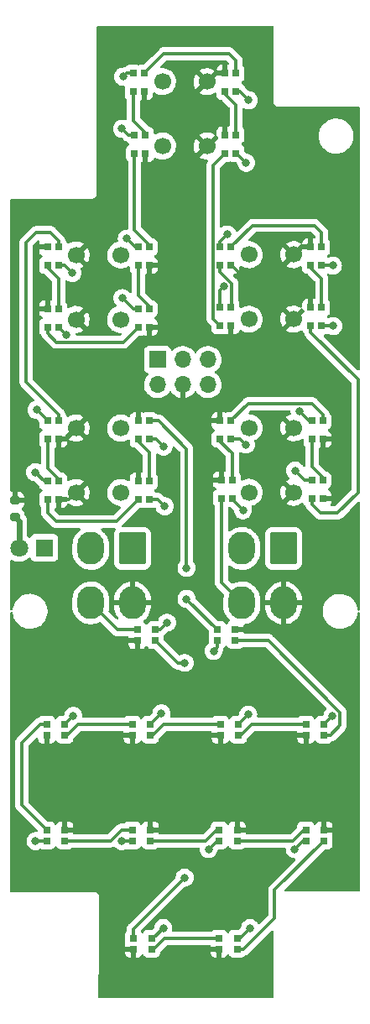
<source format=gbr>
%TF.GenerationSoftware,KiCad,Pcbnew,(6.0.9)*%
%TF.CreationDate,2023-01-27T20:48:09-09:00*%
%TF.ProjectId,JETT STATION SELECT,4a455454-2053-4544-9154-494f4e205345,rev?*%
%TF.SameCoordinates,Original*%
%TF.FileFunction,Copper,L1,Top*%
%TF.FilePolarity,Positive*%
%FSLAX46Y46*%
G04 Gerber Fmt 4.6, Leading zero omitted, Abs format (unit mm)*
G04 Created by KiCad (PCBNEW (6.0.9)) date 2023-01-27 20:48:09*
%MOMM*%
%LPD*%
G01*
G04 APERTURE LIST*
G04 Aperture macros list*
%AMRoundRect*
0 Rectangle with rounded corners*
0 $1 Rounding radius*
0 $2 $3 $4 $5 $6 $7 $8 $9 X,Y pos of 4 corners*
0 Add a 4 corners polygon primitive as box body*
4,1,4,$2,$3,$4,$5,$6,$7,$8,$9,$2,$3,0*
0 Add four circle primitives for the rounded corners*
1,1,$1+$1,$2,$3*
1,1,$1+$1,$4,$5*
1,1,$1+$1,$6,$7*
1,1,$1+$1,$8,$9*
0 Add four rect primitives between the rounded corners*
20,1,$1+$1,$2,$3,$4,$5,0*
20,1,$1+$1,$4,$5,$6,$7,0*
20,1,$1+$1,$6,$7,$8,$9,0*
20,1,$1+$1,$8,$9,$2,$3,0*%
G04 Aperture macros list end*
%TA.AperFunction,ComponentPad*%
%ADD10RoundRect,0.250001X1.099999X1.399999X-1.099999X1.399999X-1.099999X-1.399999X1.099999X-1.399999X0*%
%TD*%
%TA.AperFunction,ComponentPad*%
%ADD11O,2.700000X3.300000*%
%TD*%
%TA.AperFunction,ComponentPad*%
%ADD12R,1.800000X1.800000*%
%TD*%
%TA.AperFunction,ComponentPad*%
%ADD13C,1.800000*%
%TD*%
%TA.AperFunction,SMDPad,CuDef*%
%ADD14RoundRect,0.200000X0.275000X-0.200000X0.275000X0.200000X-0.275000X0.200000X-0.275000X-0.200000X0*%
%TD*%
%TA.AperFunction,SMDPad,CuDef*%
%ADD15R,0.700000X0.700000*%
%TD*%
%TA.AperFunction,ComponentPad*%
%ADD16C,1.700000*%
%TD*%
%TA.AperFunction,ComponentPad*%
%ADD17O,1.700000X1.700000*%
%TD*%
%TA.AperFunction,ComponentPad*%
%ADD18R,1.700000X1.700000*%
%TD*%
%TA.AperFunction,ViaPad*%
%ADD19C,0.800000*%
%TD*%
%TA.AperFunction,Conductor*%
%ADD20C,0.304800*%
%TD*%
%TA.AperFunction,Conductor*%
%ADD21C,0.609600*%
%TD*%
G04 APERTURE END LIST*
D10*
%TO.P,J2,1*%
%TO.N,/BL_+5V*%
X145113375Y-103346249D03*
D11*
%TO.P,J2,2*%
X140913375Y-103346249D03*
%TO.P,J2,3*%
%TO.N,GND*%
X145113375Y-108846249D03*
%TO.P,J2,4*%
%TO.N,/BL_DOUT*%
X140913375Y-108846249D03*
%TD*%
D10*
%TO.P,J1,1*%
%TO.N,/BL_+5V*%
X160353375Y-103346249D03*
D11*
%TO.P,J1,2*%
X156153375Y-103346249D03*
%TO.P,J1,3*%
%TO.N,GND*%
X160353375Y-108846249D03*
%TO.P,J1,4*%
%TO.N,/BL_DIN*%
X156153375Y-108846249D03*
%TD*%
D12*
%TO.P,D1,1*%
%TO.N,/BL_+5V*%
X136223375Y-103282749D03*
D13*
%TO.P,D1,2*%
%TO.N,Net-(D1-Pad2)*%
X133683375Y-103282749D03*
%TD*%
D14*
%TO.P,R1,1*%
%TO.N,Net-(D1-Pad2)*%
X133238875Y-100170749D03*
%TO.P,R1,2*%
%TO.N,GND*%
X133238875Y-98520749D03*
%TD*%
D15*
%TO.P,D33,1*%
%TO.N,/BL_DOUT*%
X145595375Y-111559249D03*
%TO.P,D33,2*%
%TO.N,GND*%
X145595375Y-112659249D03*
%TO.P,D33,3*%
%TO.N,Net-(D32-Pad1)*%
X147425375Y-112659249D03*
%TO.P,D33,4*%
%TO.N,/BL_+5V*%
X147425375Y-111559249D03*
%TD*%
%TO.P,D32,1*%
%TO.N,Net-(D32-Pad1)*%
X145214375Y-142674249D03*
%TO.P,D32,2*%
%TO.N,GND*%
X145214375Y-143774249D03*
%TO.P,D32,3*%
%TO.N,Net-(D31-Pad1)*%
X147044375Y-143774249D03*
%TO.P,D32,4*%
%TO.N,/BL_+5V*%
X147044375Y-142674249D03*
%TD*%
%TO.P,D31,1*%
%TO.N,Net-(D31-Pad1)*%
X153850375Y-142674249D03*
%TO.P,D31,2*%
%TO.N,GND*%
X153850375Y-143774249D03*
%TO.P,D31,3*%
%TO.N,Net-(D30-Pad1)*%
X155680375Y-143774249D03*
%TO.P,D31,4*%
%TO.N,/BL_+5V*%
X155680375Y-142674249D03*
%TD*%
%TO.P,D30,1*%
%TO.N,Net-(D30-Pad1)*%
X164443375Y-132852249D03*
%TO.P,D30,2*%
%TO.N,GND*%
X164443375Y-131752249D03*
%TO.P,D30,3*%
%TO.N,Net-(D29-Pad1)*%
X162613375Y-131752249D03*
%TO.P,D30,4*%
%TO.N,/BL_+5V*%
X162613375Y-132852249D03*
%TD*%
%TO.P,D29,1*%
%TO.N,Net-(D29-Pad1)*%
X155680375Y-132852249D03*
%TO.P,D29,2*%
%TO.N,GND*%
X155680375Y-131752249D03*
%TO.P,D29,3*%
%TO.N,Net-(D28-Pad1)*%
X153850375Y-131752249D03*
%TO.P,D29,4*%
%TO.N,/BL_+5V*%
X153850375Y-132852249D03*
%TD*%
%TO.P,D28,1*%
%TO.N,Net-(D28-Pad1)*%
X146917375Y-132852249D03*
%TO.P,D28,2*%
%TO.N,GND*%
X146917375Y-131752249D03*
%TO.P,D28,3*%
%TO.N,Net-(D27-Pad1)*%
X145087375Y-131752249D03*
%TO.P,D28,4*%
%TO.N,/BL_+5V*%
X145087375Y-132852249D03*
%TD*%
%TO.P,D27,1*%
%TO.N,Net-(D27-Pad1)*%
X138281375Y-132852249D03*
%TO.P,D27,2*%
%TO.N,GND*%
X138281375Y-131752249D03*
%TO.P,D27,3*%
%TO.N,Net-(D26-Pad1)*%
X136451375Y-131752249D03*
%TO.P,D27,4*%
%TO.N,/BL_+5V*%
X136451375Y-132852249D03*
%TD*%
%TO.P,D26,1*%
%TO.N,Net-(D26-Pad1)*%
X136451375Y-121084249D03*
%TO.P,D26,2*%
%TO.N,GND*%
X136451375Y-122184249D03*
%TO.P,D26,3*%
%TO.N,/BL_DATA3*%
X138281375Y-122184249D03*
%TO.P,D26,4*%
%TO.N,/BL_+5V*%
X138281375Y-121084249D03*
%TD*%
%TO.P,D25,1*%
%TO.N,/BL_DATA3*%
X145087375Y-121084249D03*
%TO.P,D25,2*%
%TO.N,GND*%
X145087375Y-122184249D03*
%TO.P,D25,3*%
%TO.N,Net-(D24-Pad1)*%
X146917375Y-122184249D03*
%TO.P,D25,4*%
%TO.N,/BL_+5V*%
X146917375Y-121084249D03*
%TD*%
%TO.P,D24,1*%
%TO.N,Net-(D24-Pad1)*%
X153977375Y-121084249D03*
%TO.P,D24,2*%
%TO.N,GND*%
X153977375Y-122184249D03*
%TO.P,D24,3*%
%TO.N,Net-(D23-Pad1)*%
X155807375Y-122184249D03*
%TO.P,D24,4*%
%TO.N,/BL_+5V*%
X155807375Y-121084249D03*
%TD*%
%TO.P,D23,1*%
%TO.N,Net-(D23-Pad1)*%
X162613375Y-121084249D03*
%TO.P,D23,2*%
%TO.N,GND*%
X162613375Y-122184249D03*
%TO.P,D23,3*%
%TO.N,Net-(D22-Pad1)*%
X164443375Y-122184249D03*
%TO.P,D23,4*%
%TO.N,/BL_+5V*%
X164443375Y-121084249D03*
%TD*%
%TO.P,D22,1*%
%TO.N,Net-(D22-Pad1)*%
X155483375Y-112626249D03*
%TO.P,D22,2*%
%TO.N,GND*%
X155483375Y-111526249D03*
%TO.P,D22,3*%
%TO.N,Net-(D21-Pad1)*%
X153653375Y-111526249D03*
%TO.P,D22,4*%
%TO.N,/BL_+5V*%
X153653375Y-112626249D03*
%TD*%
%TO.P,D21,1*%
%TO.N,Net-(D21-Pad1)*%
X146806375Y-90493249D03*
%TO.P,D21,2*%
%TO.N,GND*%
X145706375Y-90493249D03*
%TO.P,D21,3*%
%TO.N,Net-(D20-Pad1)*%
X145706375Y-92323249D03*
%TO.P,D21,4*%
%TO.N,/BL_+5V*%
X146806375Y-92323249D03*
%TD*%
%TO.P,D20,1*%
%TO.N,Net-(D20-Pad1)*%
X146806375Y-96589249D03*
%TO.P,D20,2*%
%TO.N,GND*%
X145706375Y-96589249D03*
%TO.P,D20,3*%
%TO.N,Net-(D19-Pad1)*%
X145706375Y-98419249D03*
%TO.P,D20,4*%
%TO.N,/BL_+5V*%
X146806375Y-98419249D03*
%TD*%
%TO.P,D19,1*%
%TO.N,Net-(D19-Pad1)*%
X136562375Y-98419249D03*
%TO.P,D19,2*%
%TO.N,GND*%
X137662375Y-98419249D03*
%TO.P,D19,3*%
%TO.N,Net-(D18-Pad1)*%
X137662375Y-96589249D03*
%TO.P,D19,4*%
%TO.N,/BL_+5V*%
X136562375Y-96589249D03*
%TD*%
%TO.P,D18,1*%
%TO.N,Net-(D18-Pad1)*%
X136562375Y-92323249D03*
%TO.P,D18,2*%
%TO.N,GND*%
X137662375Y-92323249D03*
%TO.P,D18,3*%
%TO.N,/BL_DATA2*%
X137662375Y-90493249D03*
%TO.P,D18,4*%
%TO.N,/BL_+5V*%
X136562375Y-90493249D03*
%TD*%
%TO.P,D17,1*%
%TO.N,/BL_DATA2*%
X137662375Y-72967249D03*
%TO.P,D17,2*%
%TO.N,GND*%
X136562375Y-72967249D03*
%TO.P,D17,3*%
%TO.N,Net-(D16-Pad1)*%
X136562375Y-74797249D03*
%TO.P,D17,4*%
%TO.N,/BL_+5V*%
X137662375Y-74797249D03*
%TD*%
%TO.P,D16,1*%
%TO.N,Net-(D16-Pad1)*%
X137662375Y-79190249D03*
%TO.P,D16,2*%
%TO.N,GND*%
X136562375Y-79190249D03*
%TO.P,D16,3*%
%TO.N,Net-(D15-Pad1)*%
X136562375Y-81020249D03*
%TO.P,D16,4*%
%TO.N,/BL_+5V*%
X137662375Y-81020249D03*
%TD*%
%TO.P,D15,1*%
%TO.N,Net-(D15-Pad1)*%
X145706375Y-81020249D03*
%TO.P,D15,2*%
%TO.N,GND*%
X146806375Y-81020249D03*
%TO.P,D15,3*%
%TO.N,Net-(D14-Pad1)*%
X146806375Y-79190249D03*
%TO.P,D15,4*%
%TO.N,/BL_+5V*%
X145706375Y-79190249D03*
%TD*%
%TO.P,D14,1*%
%TO.N,Net-(D14-Pad1)*%
X145706375Y-74797249D03*
%TO.P,D14,2*%
%TO.N,GND*%
X146806375Y-74797249D03*
%TO.P,D14,3*%
%TO.N,Net-(D13-Pad1)*%
X146806375Y-72967249D03*
%TO.P,D14,4*%
%TO.N,/BL_+5V*%
X145706375Y-72967249D03*
%TD*%
%TO.P,D13,1*%
%TO.N,Net-(D13-Pad1)*%
X145325375Y-63494249D03*
%TO.P,D13,2*%
%TO.N,GND*%
X146425375Y-63494249D03*
%TO.P,D13,3*%
%TO.N,Net-(D12-Pad1)*%
X146425375Y-61664249D03*
%TO.P,D13,4*%
%TO.N,/BL_+5V*%
X145325375Y-61664249D03*
%TD*%
%TO.P,D12,1*%
%TO.N,Net-(D12-Pad1)*%
X145198375Y-57271249D03*
%TO.P,D12,2*%
%TO.N,GND*%
X146298375Y-57271249D03*
%TO.P,D12,3*%
%TO.N,Net-(D11-Pad1)*%
X146298375Y-55441249D03*
%TO.P,D12,4*%
%TO.N,/BL_+5V*%
X145198375Y-55441249D03*
%TD*%
%TO.P,D11,1*%
%TO.N,Net-(D11-Pad1)*%
X155569375Y-55441249D03*
%TO.P,D11,2*%
%TO.N,GND*%
X154469375Y-55441249D03*
%TO.P,D11,3*%
%TO.N,Net-(D10-Pad1)*%
X154469375Y-57271249D03*
%TO.P,D11,4*%
%TO.N,/BL_+5V*%
X155569375Y-57271249D03*
%TD*%
%TO.P,D10,1*%
%TO.N,Net-(D10-Pad1)*%
X155569375Y-61664249D03*
%TO.P,D10,2*%
%TO.N,GND*%
X154469375Y-61664249D03*
%TO.P,D10,3*%
%TO.N,/BL_DATA1*%
X154469375Y-63494249D03*
%TO.P,D10,4*%
%TO.N,/BL_+5V*%
X155569375Y-63494249D03*
%TD*%
%TO.P,D9,1*%
%TO.N,/BL_DATA1*%
X153961375Y-80893249D03*
%TO.P,D9,2*%
%TO.N,GND*%
X155061375Y-80893249D03*
%TO.P,D9,3*%
%TO.N,Net-(D8-Pad1)*%
X155061375Y-79063249D03*
%TO.P,D9,4*%
%TO.N,/BL_+5V*%
X153961375Y-79063249D03*
%TD*%
%TO.P,D8,1*%
%TO.N,Net-(D8-Pad1)*%
X153961375Y-74797249D03*
%TO.P,D8,2*%
%TO.N,GND*%
X155061375Y-74797249D03*
%TO.P,D8,3*%
%TO.N,Net-(D7-Pad1)*%
X155061375Y-72967249D03*
%TO.P,D8,4*%
%TO.N,/BL_+5V*%
X153961375Y-72967249D03*
%TD*%
%TO.P,D7,1*%
%TO.N,Net-(D7-Pad1)*%
X164205375Y-72967249D03*
%TO.P,D7,2*%
%TO.N,GND*%
X163105375Y-72967249D03*
%TO.P,D7,3*%
%TO.N,Net-(D6-Pad1)*%
X163105375Y-74797249D03*
%TO.P,D7,4*%
%TO.N,/BL_+5V*%
X164205375Y-74797249D03*
%TD*%
%TO.P,D6,1*%
%TO.N,Net-(D6-Pad1)*%
X164205375Y-79063249D03*
%TO.P,D6,2*%
%TO.N,GND*%
X163105375Y-79063249D03*
%TO.P,D6,3*%
%TO.N,Net-(D5-Pad1)*%
X163105375Y-80893249D03*
%TO.P,D6,4*%
%TO.N,/BL_+5V*%
X164205375Y-80893249D03*
%TD*%
%TO.P,D5,1*%
%TO.N,Net-(D5-Pad1)*%
X163232375Y-98292249D03*
%TO.P,D5,2*%
%TO.N,GND*%
X164332375Y-98292249D03*
%TO.P,D5,3*%
%TO.N,Net-(D4-Pad1)*%
X164332375Y-96462249D03*
%TO.P,D5,4*%
%TO.N,/BL_+5V*%
X163232375Y-96462249D03*
%TD*%
%TO.P,D4,1*%
%TO.N,Net-(D4-Pad1)*%
X163232375Y-92323249D03*
%TO.P,D4,2*%
%TO.N,GND*%
X164332375Y-92323249D03*
%TO.P,D4,3*%
%TO.N,Net-(D3-Pad1)*%
X164332375Y-90493249D03*
%TO.P,D4,4*%
%TO.N,/BL_+5V*%
X163232375Y-90493249D03*
%TD*%
%TO.P,D3,1*%
%TO.N,Net-(D3-Pad1)*%
X155061375Y-90493249D03*
%TO.P,D3,2*%
%TO.N,GND*%
X153961375Y-90493249D03*
%TO.P,D3,3*%
%TO.N,Net-(D2-Pad1)*%
X153961375Y-92323249D03*
%TO.P,D3,4*%
%TO.N,/BL_+5V*%
X155061375Y-92323249D03*
%TD*%
%TO.P,D2,1*%
%TO.N,Net-(D2-Pad1)*%
X155188375Y-96462249D03*
%TO.P,D2,2*%
%TO.N,GND*%
X154088375Y-96462249D03*
%TO.P,D2,3*%
%TO.N,/BL_DIN*%
X154088375Y-98292249D03*
%TO.P,D2,4*%
%TO.N,/BL_+5V*%
X155188375Y-98292249D03*
%TD*%
D16*
%TO.P,SW5,1*%
%TO.N,/RO_SW*%
X156876750Y-97694749D03*
%TO.P,SW5,2*%
X156876750Y-91194749D03*
%TO.P,SW5,3*%
%TO.N,GND*%
X161376750Y-97694749D03*
%TO.P,SW5,4*%
X161376750Y-91194749D03*
%TD*%
%TO.P,SW4,1*%
%TO.N,/LO_SW*%
X143922750Y-91217749D03*
%TO.P,SW4,2*%
X143922750Y-97717749D03*
%TO.P,SW4,3*%
%TO.N,GND*%
X139422750Y-91217749D03*
%TO.P,SW4,4*%
X139422750Y-97717749D03*
%TD*%
%TO.P,SW3,1*%
%TO.N,/RI_SW*%
X156876750Y-80232250D03*
%TO.P,SW3,2*%
X156876750Y-73732250D03*
%TO.P,SW3,3*%
%TO.N,GND*%
X161376750Y-80232250D03*
%TO.P,SW3,4*%
X161376750Y-73732250D03*
%TD*%
%TO.P,SW2,1*%
%TO.N,/LI_SW*%
X143922750Y-73755250D03*
%TO.P,SW2,2*%
X143922750Y-80255250D03*
%TO.P,SW2,3*%
%TO.N,GND*%
X139422750Y-73755250D03*
%TO.P,SW2,4*%
X139422750Y-80255250D03*
%TD*%
%TO.P,SW1,1*%
%TO.N,/CTR_SW*%
X148145500Y-62769749D03*
%TO.P,SW1,2*%
X148145500Y-56269749D03*
%TO.P,SW1,3*%
%TO.N,GND*%
X152645500Y-62769749D03*
%TO.P,SW1,4*%
X152645500Y-56269749D03*
%TD*%
D17*
%TO.P,J3,6*%
%TO.N,/RO_SW*%
X152733375Y-86836249D03*
%TO.P,J3,5*%
%TO.N,/RI_SW*%
X152733375Y-84296249D03*
%TO.P,J3,4*%
%TO.N,GND*%
X150193375Y-86836249D03*
%TO.P,J3,3*%
%TO.N,/CTR_SW*%
X150193375Y-84296249D03*
%TO.P,J3,2*%
%TO.N,/LO_SW*%
X147653375Y-86836249D03*
D18*
%TO.P,J3,1*%
%TO.N,/LI_SW*%
X147653375Y-84296249D03*
%TD*%
D19*
%TO.N,GND*%
X166195375Y-97313749D03*
X166322375Y-100996749D03*
X143779875Y-127285749D03*
%TO.N,/BL_+5V*%
X161538375Y-95506249D03*
X161978375Y-89526249D03*
X156558375Y-92886249D03*
X156268375Y-99496249D03*
X165368375Y-80926249D03*
X165338375Y-74816249D03*
X154678375Y-71686249D03*
X154368375Y-76946249D03*
X156598375Y-64456249D03*
X156848375Y-58136249D03*
X144168375Y-55776249D03*
X144058375Y-61016249D03*
X144088375Y-78096249D03*
X144548375Y-72106249D03*
X139068375Y-75566249D03*
X138458375Y-81786249D03*
X148248375Y-93086249D03*
X148368375Y-99106249D03*
X135298375Y-95676249D03*
X135438375Y-89376249D03*
X139144375Y-120237249D03*
X148034375Y-119983249D03*
X156797375Y-120110249D03*
X165306375Y-120237249D03*
X153304875Y-113696749D03*
X148605875Y-110839249D03*
X135334375Y-132873749D03*
X144033875Y-132873749D03*
X152796875Y-133699249D03*
X161496375Y-133699249D03*
X156987875Y-141636749D03*
X148224875Y-141636749D03*
%TO.N,Net-(D21-Pad1)*%
X150574375Y-108447249D03*
X150574375Y-105314749D03*
%TO.N,Net-(D32-Pad1)*%
X150383875Y-136556749D03*
X150383875Y-114903249D03*
%TD*%
D20*
%TO.N,GND*%
X155061375Y-74797249D02*
X155109375Y-74797249D01*
X155109375Y-74797249D02*
X156028375Y-75716249D01*
X154469375Y-55441249D02*
X153793375Y-55441249D01*
X153793375Y-55441249D02*
X153388375Y-55036249D01*
X138721250Y-98419249D02*
X139422750Y-97717749D01*
X137662375Y-98419249D02*
X138721250Y-98419249D01*
%TO.N,/BL_+5V*%
X162494375Y-96462249D02*
X161538375Y-95506249D01*
X163232375Y-96462249D02*
X162494375Y-96462249D01*
X162945375Y-90493249D02*
X161978375Y-89526249D01*
X163232375Y-90493249D02*
X162945375Y-90493249D01*
X155061375Y-92323249D02*
X155995375Y-92323249D01*
X155995375Y-92323249D02*
X156558375Y-92886249D01*
X155188375Y-98416249D02*
X156268375Y-99496249D01*
X155188375Y-98292249D02*
X155188375Y-98416249D01*
X165335375Y-80893249D02*
X165368375Y-80926249D01*
X164205375Y-80893249D02*
X165335375Y-80893249D01*
X165319375Y-74797249D02*
X165338375Y-74816249D01*
X164205375Y-74797249D02*
X165319375Y-74797249D01*
X153961375Y-72403249D02*
X154678375Y-71686249D01*
X153961375Y-72967249D02*
X153961375Y-72403249D01*
X153961375Y-77353249D02*
X154368375Y-76946249D01*
X153961375Y-79063249D02*
X153961375Y-77353249D01*
X155636375Y-63494249D02*
X156598375Y-64456249D01*
X155569375Y-63494249D02*
X155636375Y-63494249D01*
X155983375Y-57271249D02*
X156848375Y-58136249D01*
X155569375Y-57271249D02*
X155983375Y-57271249D01*
X144503375Y-55441249D02*
X144168375Y-55776249D01*
X145198375Y-55441249D02*
X144503375Y-55441249D01*
X144706375Y-61664249D02*
X144058375Y-61016249D01*
X145325375Y-61664249D02*
X144706375Y-61664249D01*
X145182375Y-79190249D02*
X144088375Y-78096249D01*
X145706375Y-79190249D02*
X145182375Y-79190249D01*
X145409375Y-72967249D02*
X144548375Y-72106249D01*
X145706375Y-72967249D02*
X145409375Y-72967249D01*
X138299375Y-74797249D02*
X139068375Y-75566249D01*
X137662375Y-74797249D02*
X138299375Y-74797249D01*
X137692375Y-81020249D02*
X138458375Y-81786249D01*
X137662375Y-81020249D02*
X137692375Y-81020249D01*
X147485375Y-92323249D02*
X148248375Y-93086249D01*
X146806375Y-92323249D02*
X147485375Y-92323249D01*
X147681375Y-98419249D02*
X148368375Y-99106249D01*
X146806375Y-98419249D02*
X147681375Y-98419249D01*
X136211375Y-96589249D02*
X135298375Y-95676249D01*
X136562375Y-96589249D02*
X136211375Y-96589249D01*
X136555375Y-90493249D02*
X135438375Y-89376249D01*
X136562375Y-90493249D02*
X136555375Y-90493249D01*
X138297375Y-121084249D02*
X139144375Y-120237249D01*
X138281375Y-121084249D02*
X138297375Y-121084249D01*
X146933375Y-121084249D02*
X148034375Y-119983249D01*
X146917375Y-121084249D02*
X146933375Y-121084249D01*
X155823375Y-121084249D02*
X156797375Y-120110249D01*
X155807375Y-121084249D02*
X155823375Y-121084249D01*
X164443375Y-121084249D02*
X164459375Y-121084249D01*
X164459375Y-121084249D02*
X165306375Y-120237249D01*
X153653375Y-113348249D02*
X153304875Y-113696749D01*
X153653375Y-112626249D02*
X153653375Y-113348249D01*
X147885875Y-111559249D02*
X148605875Y-110839249D01*
X147425375Y-111559249D02*
X147885875Y-111559249D01*
X135355875Y-132852249D02*
X135334375Y-132873749D01*
X136451375Y-132852249D02*
X135355875Y-132852249D01*
X144055375Y-132852249D02*
X144033875Y-132873749D01*
X145087375Y-132852249D02*
X144055375Y-132852249D01*
X153643875Y-132852249D02*
X152796875Y-133699249D01*
X153850375Y-132852249D02*
X153643875Y-132852249D01*
X162343375Y-132852249D02*
X161496375Y-133699249D01*
X162613375Y-132852249D02*
X162343375Y-132852249D01*
X155950375Y-142674249D02*
X156987875Y-141636749D01*
X155680375Y-142674249D02*
X155950375Y-142674249D01*
X147187375Y-142674249D02*
X148224875Y-141636749D01*
X147044375Y-142674249D02*
X147187375Y-142674249D01*
D21*
%TO.N,Net-(D1-Pad2)*%
X133683375Y-100615249D02*
X133238875Y-100170749D01*
X133683375Y-103282749D02*
X133683375Y-100615249D01*
D20*
%TO.N,/BL_DIN*%
X154088375Y-106781249D02*
X154088375Y-98292249D01*
X156153375Y-108846249D02*
X154088375Y-106781249D01*
%TO.N,Net-(D2-Pad1)*%
X153961375Y-92557571D02*
X153961375Y-92323249D01*
X155188375Y-93784571D02*
X153961375Y-92557571D01*
X155188375Y-96462249D02*
X155188375Y-93784571D01*
%TO.N,Net-(D3-Pad1)*%
X155061375Y-90493249D02*
X156780777Y-88773847D01*
X156780777Y-88773847D02*
X163267773Y-88773847D01*
X163267773Y-88773847D02*
X164332375Y-89838449D01*
X164332375Y-89838449D02*
X164332375Y-90493249D01*
%TO.N,Net-(D4-Pad1)*%
X164332375Y-96227927D02*
X164332375Y-96462249D01*
X163232375Y-95127927D02*
X164332375Y-96227927D01*
X163232375Y-92323249D02*
X163232375Y-95127927D01*
%TO.N,Net-(D5-Pad1)*%
X163105375Y-81548049D02*
X163105375Y-80893249D01*
X167878375Y-86321049D02*
X163105375Y-81548049D01*
X167878375Y-97726249D02*
X167878375Y-86321049D01*
X165814375Y-99790249D02*
X167878375Y-97726249D01*
X164075575Y-99790249D02*
X165814375Y-99790249D01*
X163232375Y-98947049D02*
X164075575Y-99790249D01*
X163232375Y-98292249D02*
X163232375Y-98947049D01*
%TO.N,Net-(D6-Pad1)*%
X163105375Y-75031571D02*
X163105375Y-74797249D01*
X164205375Y-76131571D02*
X163105375Y-75031571D01*
X164205375Y-79063249D02*
X164205375Y-76131571D01*
%TO.N,Net-(D7-Pad1)*%
X157257875Y-70770749D02*
X155061375Y-72967249D01*
X163464875Y-70770749D02*
X157257875Y-70770749D01*
X164205375Y-71511249D02*
X163464875Y-70770749D01*
X164205375Y-72967249D02*
X164205375Y-71511249D01*
%TO.N,Net-(D8-Pad1)*%
X153961375Y-74797249D02*
X153961375Y-75452049D01*
X153961375Y-75452049D02*
X155120777Y-76611451D01*
X155120777Y-76611451D02*
X155120777Y-79003847D01*
X155120777Y-79003847D02*
X155061375Y-79063249D01*
%TO.N,/BL_DATA1*%
X153258974Y-64704650D02*
X154469375Y-63494249D01*
X153258974Y-80190848D02*
X153258974Y-64704650D01*
X153961375Y-80893249D02*
X153258974Y-80190848D01*
%TO.N,Net-(D10-Pad1)*%
X154469375Y-57505571D02*
X154469375Y-57271249D01*
X155569375Y-58605571D02*
X154469375Y-57505571D01*
X155569375Y-61664249D02*
X155569375Y-58605571D01*
%TO.N,Net-(D11-Pad1)*%
X148293375Y-53446249D02*
X146298375Y-55441249D01*
X154858375Y-53446249D02*
X148293375Y-53446249D01*
X155569375Y-54157249D02*
X154858375Y-53446249D01*
X155569375Y-55441249D02*
X155569375Y-54157249D01*
%TO.N,Net-(D12-Pad1)*%
X146425375Y-61429927D02*
X146425375Y-61664249D01*
X145198375Y-60202927D02*
X146425375Y-61429927D01*
X145198375Y-57271249D02*
X145198375Y-60202927D01*
%TO.N,Net-(D13-Pad1)*%
X146806375Y-72732927D02*
X146806375Y-72967249D01*
X145325375Y-71251927D02*
X146806375Y-72732927D01*
X145325375Y-63494249D02*
X145325375Y-71251927D01*
%TO.N,Net-(D14-Pad1)*%
X146806375Y-78955927D02*
X146806375Y-79190249D01*
X145706375Y-77855927D02*
X146806375Y-78955927D01*
X145706375Y-74797249D02*
X145706375Y-77855927D01*
%TO.N,Net-(D15-Pad1)*%
X136562375Y-81675049D02*
X136562375Y-81020249D01*
X145706375Y-81020249D02*
X144187973Y-82538651D01*
X144187973Y-82538651D02*
X137425977Y-82538651D01*
X137425977Y-82538651D02*
X136562375Y-81675049D01*
%TO.N,Net-(D16-Pad1)*%
X136562375Y-75031571D02*
X136562375Y-74797249D01*
X137662375Y-76131571D02*
X136562375Y-75031571D01*
X137662375Y-79190249D02*
X137662375Y-76131571D01*
%TO.N,/BL_DATA2*%
X134378375Y-72516249D02*
X134378375Y-86554449D01*
X137662375Y-89838449D02*
X137662375Y-90493249D01*
X135388375Y-71506249D02*
X134378375Y-72516249D01*
X136856175Y-71506249D02*
X135388375Y-71506249D01*
X137662375Y-72312449D02*
X136856175Y-71506249D01*
X134378375Y-86554449D02*
X137662375Y-89838449D01*
X137662375Y-72967249D02*
X137662375Y-72312449D01*
%TO.N,Net-(D18-Pad1)*%
X137662375Y-96354927D02*
X137662375Y-96589249D01*
X136562375Y-95254927D02*
X137662375Y-96354927D01*
X136562375Y-92323249D02*
X136562375Y-95254927D01*
%TO.N,Net-(D19-Pad1)*%
X137448375Y-100646249D02*
X143479375Y-100646249D01*
X136562375Y-99760249D02*
X137448375Y-100646249D01*
X143479375Y-100646249D02*
X145706375Y-98419249D01*
X136562375Y-98419249D02*
X136562375Y-99760249D01*
%TO.N,Net-(D20-Pad1)*%
X145706375Y-92557571D02*
X145706375Y-92323249D01*
X146806375Y-93657571D02*
X145706375Y-92557571D01*
X146806375Y-96589249D02*
X146806375Y-93657571D01*
%TO.N,Net-(D21-Pad1)*%
X150574375Y-108447249D02*
X153653375Y-111526249D01*
X150574375Y-93313249D02*
X150574375Y-105314749D01*
X147754375Y-90493249D02*
X150574375Y-93313249D01*
X146806375Y-90493249D02*
X147754375Y-90493249D01*
X150574375Y-108447249D02*
X150574375Y-108447249D01*
%TO.N,Net-(D22-Pad1)*%
X166058777Y-121223647D02*
X165098175Y-122184249D01*
X155483375Y-112626249D02*
X158808931Y-112626249D01*
X165098175Y-122184249D02*
X164443375Y-122184249D01*
X158808931Y-112626249D02*
X166058777Y-119876095D01*
X166058777Y-119876095D02*
X166058777Y-121223647D01*
%TO.N,Net-(D23-Pad1)*%
X156041697Y-122184249D02*
X155807375Y-122184249D01*
X157141697Y-121084249D02*
X156041697Y-122184249D01*
X162613375Y-121084249D02*
X157141697Y-121084249D01*
%TO.N,Net-(D24-Pad1)*%
X147151697Y-122184249D02*
X146917375Y-122184249D01*
X148251697Y-121084249D02*
X147151697Y-122184249D01*
X153977375Y-121084249D02*
X148251697Y-121084249D01*
%TO.N,/BL_DATA3*%
X138515697Y-122184249D02*
X138281375Y-122184249D01*
X139615697Y-121084249D02*
X138515697Y-122184249D01*
X145087375Y-121084249D02*
X139615697Y-121084249D01*
%TO.N,Net-(D26-Pad1)*%
X133937375Y-129238249D02*
X136451375Y-131752249D01*
X133937375Y-122943449D02*
X133937375Y-129238249D01*
X135796575Y-121084249D02*
X133937375Y-122943449D01*
X136451375Y-121084249D02*
X135796575Y-121084249D01*
%TO.N,Net-(D27-Pad1)*%
X142941819Y-132852249D02*
X144041819Y-131752249D01*
X138281375Y-132852249D02*
X142941819Y-132852249D01*
X144041819Y-131752249D02*
X145087375Y-131752249D01*
%TO.N,Net-(D28-Pad1)*%
X153616053Y-131752249D02*
X153850375Y-131752249D01*
X152516053Y-132852249D02*
X153616053Y-131752249D01*
X146917375Y-132852249D02*
X152516053Y-132852249D01*
%TO.N,Net-(D29-Pad1)*%
X162379053Y-131752249D02*
X162613375Y-131752249D01*
X161279053Y-132852249D02*
X162379053Y-131752249D01*
X155680375Y-132852249D02*
X161279053Y-132852249D01*
%TO.N,Net-(D30-Pad1)*%
X156335175Y-143774249D02*
X155680375Y-143774249D01*
X159471140Y-137824484D02*
X159471140Y-140638284D01*
X159471140Y-140638284D02*
X156335175Y-143774249D01*
X164443375Y-132852249D02*
X159471140Y-137824484D01*
%TO.N,Net-(D31-Pad1)*%
X147278697Y-143774249D02*
X147044375Y-143774249D01*
X148378697Y-142674249D02*
X147278697Y-143774249D01*
X153850375Y-142674249D02*
X148378697Y-142674249D01*
%TO.N,Net-(D32-Pad1)*%
X145214375Y-142674249D02*
X145214375Y-141726249D01*
X145214375Y-141726249D02*
X150383875Y-136556749D01*
X149669375Y-114903249D02*
X147425375Y-112659249D01*
X150383875Y-114903249D02*
X149669375Y-114903249D01*
%TO.N,/BL_DOUT*%
X143626375Y-111559249D02*
X140913375Y-108846249D01*
X145595375Y-111559249D02*
X143626375Y-111559249D01*
%TD*%
%TA.AperFunction,Conductor*%
%TO.N,GND*%
G36*
X159282171Y-50642701D02*
G01*
X159328664Y-50696357D01*
X159340050Y-50748699D01*
X159340050Y-58284377D01*
X159340048Y-58285147D01*
X159339574Y-58362721D01*
X159342041Y-58371352D01*
X159347700Y-58391153D01*
X159351278Y-58407915D01*
X159355470Y-58437187D01*
X159359184Y-58445355D01*
X159359184Y-58445356D01*
X159366098Y-58460562D01*
X159372546Y-58478086D01*
X159379601Y-58502771D01*
X159384393Y-58510365D01*
X159384394Y-58510368D01*
X159395380Y-58527780D01*
X159403519Y-58542863D01*
X159415758Y-58569782D01*
X159421619Y-58576584D01*
X159432520Y-58589235D01*
X159443623Y-58604239D01*
X159457326Y-58625958D01*
X159464051Y-58631897D01*
X159464054Y-58631901D01*
X159479488Y-58645532D01*
X159491532Y-58657724D01*
X159504977Y-58673327D01*
X159504980Y-58673329D01*
X159510837Y-58680127D01*
X159518366Y-58685007D01*
X159518367Y-58685008D01*
X159532385Y-58694094D01*
X159547259Y-58705385D01*
X159559767Y-58716431D01*
X159566501Y-58722378D01*
X159593261Y-58734942D01*
X159608241Y-58743263D01*
X159625533Y-58754471D01*
X159625538Y-58754473D01*
X159633065Y-58759352D01*
X159641658Y-58761922D01*
X159641663Y-58761924D01*
X159657670Y-58766711D01*
X159675114Y-58773372D01*
X159690226Y-58780467D01*
X159690228Y-58780468D01*
X159698350Y-58784281D01*
X159707217Y-58785662D01*
X159707218Y-58785662D01*
X159716860Y-58787163D01*
X159727567Y-58788830D01*
X159744282Y-58792613D01*
X159764016Y-58798515D01*
X159764022Y-58798516D01*
X159772616Y-58801086D01*
X159781587Y-58801141D01*
X159781588Y-58801141D01*
X159791647Y-58801202D01*
X159807056Y-58801296D01*
X159807839Y-58801329D01*
X159808936Y-58801500D01*
X159839927Y-58801500D01*
X159840697Y-58801502D01*
X159914335Y-58801952D01*
X159914336Y-58801952D01*
X159918271Y-58801976D01*
X159919615Y-58801592D01*
X159920960Y-58801500D01*
X167945300Y-58801500D01*
X168013421Y-58821502D01*
X168059914Y-58875158D01*
X168071300Y-58927500D01*
X168071300Y-85275130D01*
X168051298Y-85343251D01*
X167997642Y-85389744D01*
X167927368Y-85399848D01*
X167862788Y-85370354D01*
X167856205Y-85364225D01*
X164458823Y-81966844D01*
X164424797Y-81904532D01*
X164429862Y-81833717D01*
X164472409Y-81776881D01*
X164538929Y-81752070D01*
X164547918Y-81751749D01*
X164603509Y-81751749D01*
X164665691Y-81744994D01*
X164789540Y-81698565D01*
X164860346Y-81693382D01*
X164900023Y-81711122D01*
X164900564Y-81710185D01*
X164906281Y-81713486D01*
X164911623Y-81717367D01*
X164917651Y-81720051D01*
X164917653Y-81720052D01*
X165066335Y-81786249D01*
X165086087Y-81795043D01*
X165179487Y-81814896D01*
X165266431Y-81833377D01*
X165266436Y-81833377D01*
X165272888Y-81834749D01*
X165463862Y-81834749D01*
X165470314Y-81833377D01*
X165470319Y-81833377D01*
X165557263Y-81814896D01*
X165650663Y-81795043D01*
X165670415Y-81786249D01*
X165819097Y-81720052D01*
X165819099Y-81720051D01*
X165825127Y-81717367D01*
X165833723Y-81711122D01*
X165953442Y-81624140D01*
X165979628Y-81605115D01*
X165989633Y-81594003D01*
X166102996Y-81468101D01*
X166102997Y-81468100D01*
X166107415Y-81463193D01*
X166175814Y-81344723D01*
X166199598Y-81303528D01*
X166199599Y-81303527D01*
X166202902Y-81297805D01*
X166261917Y-81116177D01*
X166281879Y-80926249D01*
X166280955Y-80917455D01*
X166262607Y-80742884D01*
X166262607Y-80742882D01*
X166261917Y-80736321D01*
X166202902Y-80554693D01*
X166107415Y-80389305D01*
X166084385Y-80363727D01*
X165984050Y-80252294D01*
X165984049Y-80252293D01*
X165979628Y-80247383D01*
X165866213Y-80164982D01*
X165830469Y-80139012D01*
X165830468Y-80139011D01*
X165825127Y-80135131D01*
X165819099Y-80132447D01*
X165819097Y-80132446D01*
X165656694Y-80060140D01*
X165656693Y-80060140D01*
X165650663Y-80057455D01*
X165557262Y-80037602D01*
X165470319Y-80019121D01*
X165470314Y-80019121D01*
X165463862Y-80017749D01*
X165272888Y-80017749D01*
X165266436Y-80019121D01*
X165266431Y-80019121D01*
X165179488Y-80037602D01*
X165086087Y-80057455D01*
X164946075Y-80119792D01*
X164875709Y-80129226D01*
X164819263Y-80105512D01*
X164809261Y-80098016D01*
X164809262Y-80098016D01*
X164802080Y-80092634D01*
X164793678Y-80089484D01*
X164792370Y-80088768D01*
X164742224Y-80038510D01*
X164727211Y-79969119D01*
X164752097Y-79902626D01*
X164792370Y-79867730D01*
X164793678Y-79867014D01*
X164802080Y-79863864D01*
X164918636Y-79776510D01*
X165005990Y-79659954D01*
X165057120Y-79523565D01*
X165063875Y-79461383D01*
X165063875Y-78665115D01*
X165057120Y-78602933D01*
X165005990Y-78466544D01*
X164945987Y-78386482D01*
X164924020Y-78357171D01*
X164924017Y-78357168D01*
X164918636Y-78349988D01*
X164911456Y-78344607D01*
X164905104Y-78338255D01*
X164907345Y-78336014D01*
X164874202Y-78291703D01*
X164866275Y-78247718D01*
X164866275Y-76158834D01*
X164866567Y-76150263D01*
X164870217Y-76096728D01*
X164860005Y-76038219D01*
X164859044Y-76031703D01*
X164852825Y-75980308D01*
X164852824Y-75980305D01*
X164851912Y-75972766D01*
X164849227Y-75965660D01*
X164847519Y-75958707D01*
X164846104Y-75953534D01*
X164844020Y-75946632D01*
X164842714Y-75939148D01*
X164839662Y-75932195D01*
X164839660Y-75932189D01*
X164818855Y-75884795D01*
X164816362Y-75878686D01*
X164798056Y-75830240D01*
X164798055Y-75830238D01*
X164795369Y-75823130D01*
X164791065Y-75816868D01*
X164788473Y-75811910D01*
X164774638Y-75742274D01*
X164800647Y-75676213D01*
X164858242Y-75634701D01*
X164929138Y-75630917D01*
X164951383Y-75638426D01*
X165045614Y-75680380D01*
X165056087Y-75685043D01*
X165149487Y-75704896D01*
X165236431Y-75723377D01*
X165236436Y-75723377D01*
X165242888Y-75724749D01*
X165433862Y-75724749D01*
X165440314Y-75723377D01*
X165440319Y-75723377D01*
X165527263Y-75704896D01*
X165620663Y-75685043D01*
X165626694Y-75682358D01*
X165789097Y-75610052D01*
X165789099Y-75610051D01*
X165795127Y-75607367D01*
X165803869Y-75601016D01*
X165909205Y-75524484D01*
X165949628Y-75495115D01*
X165954050Y-75490204D01*
X166072996Y-75358101D01*
X166072997Y-75358100D01*
X166077415Y-75353193D01*
X166172902Y-75187805D01*
X166231917Y-75006177D01*
X166233993Y-74986431D01*
X166251189Y-74822814D01*
X166251879Y-74816249D01*
X166240311Y-74706188D01*
X166232607Y-74632884D01*
X166232607Y-74632882D01*
X166231917Y-74626321D01*
X166172902Y-74444693D01*
X166146588Y-74399115D01*
X166132243Y-74374270D01*
X166077415Y-74279305D01*
X166006499Y-74200544D01*
X165954050Y-74142294D01*
X165954049Y-74142293D01*
X165949628Y-74137383D01*
X165850532Y-74065385D01*
X165800469Y-74029012D01*
X165800468Y-74029011D01*
X165795127Y-74025131D01*
X165789099Y-74022447D01*
X165789097Y-74022446D01*
X165626694Y-73950140D01*
X165626693Y-73950140D01*
X165620663Y-73947455D01*
X165500743Y-73921965D01*
X165440319Y-73909121D01*
X165440314Y-73909121D01*
X165433862Y-73907749D01*
X165242888Y-73907749D01*
X165236436Y-73909121D01*
X165236431Y-73909121D01*
X165176007Y-73921965D01*
X165056087Y-73947455D01*
X164932317Y-74002561D01*
X164922014Y-74007148D01*
X164851647Y-74016582D01*
X164810256Y-74002561D01*
X164809261Y-74002016D01*
X164802080Y-73996634D01*
X164793676Y-73993483D01*
X164792371Y-73992769D01*
X164742225Y-73942510D01*
X164727211Y-73873119D01*
X164752097Y-73806627D01*
X164792370Y-73771730D01*
X164793678Y-73771014D01*
X164802080Y-73767864D01*
X164918636Y-73680510D01*
X165005990Y-73563954D01*
X165057120Y-73427565D01*
X165063875Y-73365383D01*
X165063875Y-72569115D01*
X165057120Y-72506933D01*
X165005990Y-72370544D01*
X164950255Y-72296177D01*
X164924020Y-72261171D01*
X164924017Y-72261168D01*
X164918636Y-72253988D01*
X164911456Y-72248607D01*
X164905104Y-72242255D01*
X164907345Y-72240014D01*
X164874202Y-72195703D01*
X164866275Y-72151718D01*
X164866275Y-71538501D01*
X164866567Y-71529931D01*
X164869700Y-71483982D01*
X164869700Y-71483978D01*
X164870216Y-71476406D01*
X164860007Y-71417913D01*
X164859050Y-71411428D01*
X164851912Y-71352444D01*
X164849226Y-71345336D01*
X164847515Y-71338370D01*
X164846096Y-71333181D01*
X164844019Y-71326302D01*
X164842714Y-71318825D01*
X164818851Y-71264464D01*
X164816360Y-71258360D01*
X164798054Y-71209913D01*
X164798053Y-71209911D01*
X164795369Y-71202808D01*
X164791069Y-71196551D01*
X164787735Y-71190174D01*
X164785135Y-71185504D01*
X164781470Y-71179307D01*
X164778417Y-71172352D01*
X164742269Y-71125244D01*
X164738391Y-71119906D01*
X164709066Y-71077237D01*
X164709064Y-71077235D01*
X164704764Y-71070978D01*
X164684343Y-71052783D01*
X164661565Y-71032489D01*
X164656289Y-71027509D01*
X163951482Y-70322703D01*
X163945628Y-70316436D01*
X163910351Y-70275997D01*
X163861773Y-70241856D01*
X163856479Y-70237924D01*
X163856236Y-70237733D01*
X163809754Y-70201286D01*
X163802830Y-70198160D01*
X163796699Y-70194447D01*
X163792079Y-70191811D01*
X163785697Y-70188389D01*
X163779478Y-70184018D01*
X163724161Y-70162450D01*
X163718082Y-70159895D01*
X163712270Y-70157271D01*
X163663963Y-70135460D01*
X163656487Y-70134074D01*
X163649609Y-70131919D01*
X163644484Y-70130459D01*
X163637520Y-70128671D01*
X163630441Y-70125911D01*
X163622909Y-70124919D01*
X163622907Y-70124919D01*
X163597679Y-70121598D01*
X163571575Y-70118162D01*
X163565077Y-70117133D01*
X163506678Y-70106309D01*
X163499098Y-70106746D01*
X163499097Y-70106746D01*
X163448908Y-70109640D01*
X163441655Y-70109849D01*
X157285138Y-70109849D01*
X157276567Y-70109557D01*
X157223032Y-70105907D01*
X157215555Y-70107212D01*
X157215554Y-70107212D01*
X157202118Y-70109557D01*
X157164528Y-70116118D01*
X157158010Y-70117079D01*
X157152626Y-70117731D01*
X157106613Y-70123299D01*
X157106611Y-70123299D01*
X157099070Y-70124212D01*
X157091962Y-70126898D01*
X157084996Y-70128609D01*
X157079807Y-70130028D01*
X157072928Y-70132105D01*
X157065451Y-70133410D01*
X157058499Y-70136462D01*
X157058498Y-70136462D01*
X157011095Y-70157271D01*
X157004991Y-70159762D01*
X156997875Y-70162451D01*
X156956539Y-70178070D01*
X156956537Y-70178071D01*
X156949434Y-70180755D01*
X156943177Y-70185055D01*
X156936800Y-70188389D01*
X156932130Y-70190989D01*
X156925933Y-70194654D01*
X156918978Y-70197707D01*
X156912954Y-70202329D01*
X156912953Y-70202330D01*
X156871870Y-70233855D01*
X156866532Y-70237733D01*
X156823863Y-70267058D01*
X156823861Y-70267060D01*
X156817604Y-70271360D01*
X156812552Y-70277030D01*
X156812551Y-70277031D01*
X156779107Y-70314568D01*
X156774126Y-70319844D01*
X155723617Y-71370353D01*
X155661305Y-71404379D01*
X155590490Y-71399314D01*
X155533654Y-71356767D01*
X155518110Y-71326791D01*
X155517628Y-71327006D01*
X155514944Y-71320977D01*
X155512902Y-71314693D01*
X155417415Y-71149305D01*
X155395751Y-71125244D01*
X155294050Y-71012294D01*
X155294049Y-71012293D01*
X155289628Y-71007383D01*
X155177444Y-70925876D01*
X155140469Y-70899012D01*
X155140468Y-70899011D01*
X155135127Y-70895131D01*
X155129099Y-70892447D01*
X155129097Y-70892446D01*
X154966694Y-70820140D01*
X154966693Y-70820140D01*
X154960663Y-70817455D01*
X154867263Y-70797602D01*
X154780319Y-70779121D01*
X154780314Y-70779121D01*
X154773862Y-70777749D01*
X154582888Y-70777749D01*
X154576436Y-70779121D01*
X154576431Y-70779121D01*
X154489487Y-70797602D01*
X154396087Y-70817455D01*
X154390057Y-70820140D01*
X154390056Y-70820140D01*
X154227653Y-70892446D01*
X154227651Y-70892447D01*
X154221623Y-70895131D01*
X154216282Y-70899011D01*
X154216281Y-70899012D01*
X154119935Y-70969012D01*
X154053067Y-70992870D01*
X153983916Y-70976790D01*
X153934436Y-70925876D01*
X153919874Y-70867076D01*
X153919874Y-65030594D01*
X153939876Y-64962473D01*
X153956779Y-64941499D01*
X154508624Y-64389654D01*
X154570936Y-64355628D01*
X154597719Y-64352749D01*
X154867509Y-64352749D01*
X154875527Y-64351878D01*
X154921841Y-64346847D01*
X154921843Y-64346847D01*
X154929691Y-64345994D01*
X154937084Y-64343222D01*
X154937086Y-64343222D01*
X154975146Y-64328954D01*
X155045953Y-64323771D01*
X155063604Y-64328954D01*
X155101664Y-64343222D01*
X155101666Y-64343222D01*
X155109059Y-64345994D01*
X155116907Y-64346847D01*
X155116909Y-64346847D01*
X155163223Y-64351878D01*
X155171241Y-64352749D01*
X155508031Y-64352749D01*
X155576152Y-64372751D01*
X155597126Y-64389654D01*
X155655804Y-64448332D01*
X155689830Y-64510644D01*
X155692019Y-64524257D01*
X155700449Y-64604461D01*
X155704833Y-64646177D01*
X155763848Y-64827805D01*
X155859335Y-64993193D01*
X155987122Y-65135115D01*
X156141623Y-65247367D01*
X156147651Y-65250051D01*
X156147653Y-65250052D01*
X156310056Y-65322358D01*
X156316087Y-65325043D01*
X156409487Y-65344896D01*
X156496431Y-65363377D01*
X156496436Y-65363377D01*
X156502888Y-65364749D01*
X156693862Y-65364749D01*
X156700314Y-65363377D01*
X156700319Y-65363377D01*
X156787263Y-65344896D01*
X156880663Y-65325043D01*
X156886694Y-65322358D01*
X157049097Y-65250052D01*
X157049099Y-65250051D01*
X157055127Y-65247367D01*
X157209628Y-65135115D01*
X157337415Y-64993193D01*
X157432902Y-64827805D01*
X157491917Y-64646177D01*
X157496302Y-64604461D01*
X157511189Y-64462814D01*
X157511879Y-64456249D01*
X157501739Y-64359771D01*
X157492607Y-64272884D01*
X157492607Y-64272882D01*
X157491917Y-64266321D01*
X157432902Y-64084693D01*
X157428423Y-64076934D01*
X157351050Y-63942922D01*
X157337415Y-63919305D01*
X157315173Y-63894602D01*
X157214050Y-63782294D01*
X157214049Y-63782293D01*
X157209628Y-63777383D01*
X157055127Y-63665131D01*
X157049099Y-63662447D01*
X157049097Y-63662446D01*
X156886694Y-63590140D01*
X156886693Y-63590140D01*
X156880663Y-63587455D01*
X156787263Y-63567602D01*
X156700319Y-63549121D01*
X156700314Y-63549121D01*
X156693862Y-63547749D01*
X156676720Y-63547749D01*
X156608599Y-63527747D01*
X156587625Y-63510845D01*
X156464780Y-63388001D01*
X156430755Y-63325689D01*
X156427875Y-63298905D01*
X156427875Y-63096115D01*
X156421120Y-63033933D01*
X156369990Y-62897544D01*
X156282636Y-62780988D01*
X156166080Y-62693634D01*
X156157678Y-62690484D01*
X156156370Y-62689768D01*
X156106224Y-62639510D01*
X156091211Y-62570119D01*
X156116097Y-62503626D01*
X156156370Y-62468730D01*
X156157678Y-62468014D01*
X156166080Y-62464864D01*
X156282636Y-62377510D01*
X156369990Y-62260954D01*
X156421120Y-62124565D01*
X156427875Y-62062383D01*
X156427875Y-61861405D01*
X163911358Y-61861405D01*
X163946604Y-62120388D01*
X163947912Y-62124874D01*
X163947912Y-62124876D01*
X163967598Y-62192414D01*
X164019743Y-62371317D01*
X164129168Y-62608678D01*
X164131731Y-62612587D01*
X164269910Y-62823346D01*
X164269914Y-62823351D01*
X164272476Y-62827259D01*
X164446518Y-63022256D01*
X164647470Y-63189387D01*
X164651473Y-63191816D01*
X164866922Y-63322554D01*
X164866926Y-63322556D01*
X164870919Y-63324979D01*
X165111955Y-63426053D01*
X165365283Y-63490391D01*
X165369934Y-63490859D01*
X165369938Y-63490860D01*
X165562808Y-63510281D01*
X165582367Y-63512250D01*
X165737854Y-63512250D01*
X165740179Y-63512077D01*
X165740185Y-63512077D01*
X165927500Y-63498157D01*
X165927504Y-63498156D01*
X165932152Y-63497811D01*
X165936700Y-63496782D01*
X165936706Y-63496781D01*
X166123101Y-63454603D01*
X166187077Y-63440127D01*
X166223269Y-63426053D01*
X166426324Y-63347090D01*
X166426327Y-63347089D01*
X166430677Y-63345397D01*
X166657598Y-63215701D01*
X166862857Y-63053888D01*
X167041943Y-62863513D01*
X167162475Y-62689768D01*
X167188259Y-62652601D01*
X167188261Y-62652598D01*
X167190924Y-62648759D01*
X167254920Y-62518988D01*
X167304460Y-62418531D01*
X167304461Y-62418528D01*
X167306525Y-62414343D01*
X167309449Y-62405210D01*
X167384780Y-62169873D01*
X167386207Y-62165415D01*
X167428221Y-61907443D01*
X167430071Y-61766085D01*
X167431581Y-61650772D01*
X167431581Y-61650769D01*
X167431642Y-61646095D01*
X167396396Y-61387112D01*
X167381973Y-61337627D01*
X167360152Y-61262763D01*
X167323257Y-61136183D01*
X167213832Y-60898822D01*
X167159058Y-60815278D01*
X167073090Y-60684154D01*
X167073086Y-60684149D01*
X167070524Y-60680241D01*
X166896482Y-60485244D01*
X166695530Y-60318113D01*
X166548696Y-60229012D01*
X166476078Y-60184946D01*
X166476074Y-60184944D01*
X166472081Y-60182521D01*
X166231045Y-60081447D01*
X165977717Y-60017109D01*
X165973066Y-60016641D01*
X165973062Y-60016640D01*
X165763771Y-59995566D01*
X165760633Y-59995250D01*
X165605146Y-59995250D01*
X165602821Y-59995423D01*
X165602815Y-59995423D01*
X165415500Y-60009343D01*
X165415496Y-60009344D01*
X165410848Y-60009689D01*
X165406300Y-60010718D01*
X165406294Y-60010719D01*
X165219899Y-60052897D01*
X165155923Y-60067373D01*
X165151571Y-60069065D01*
X165151569Y-60069066D01*
X164916676Y-60160410D01*
X164916673Y-60160411D01*
X164912323Y-60162103D01*
X164908269Y-60164420D01*
X164908267Y-60164421D01*
X164879764Y-60180712D01*
X164685402Y-60291799D01*
X164480143Y-60453612D01*
X164301057Y-60643987D01*
X164202714Y-60785747D01*
X164175924Y-60824365D01*
X164152076Y-60858741D01*
X164150010Y-60862931D01*
X164150008Y-60862934D01*
X164044840Y-61076195D01*
X164036475Y-61093157D01*
X164035053Y-61097600D01*
X164035052Y-61097602D01*
X164000297Y-61206177D01*
X163956793Y-61342085D01*
X163914779Y-61600057D01*
X163911358Y-61861405D01*
X156427875Y-61861405D01*
X156427875Y-61266115D01*
X156421120Y-61203933D01*
X156369990Y-61067544D01*
X156335667Y-61021747D01*
X156288020Y-60958171D01*
X156288017Y-60958168D01*
X156282636Y-60950988D01*
X156275456Y-60945607D01*
X156269104Y-60939255D01*
X156271345Y-60937014D01*
X156238202Y-60892703D01*
X156230275Y-60848718D01*
X156230275Y-59049554D01*
X156250277Y-58981433D01*
X156303933Y-58934940D01*
X156374207Y-58924836D01*
X156407523Y-58934447D01*
X156560052Y-59002357D01*
X156560060Y-59002360D01*
X156566087Y-59005043D01*
X156659488Y-59024896D01*
X156746431Y-59043377D01*
X156746436Y-59043377D01*
X156752888Y-59044749D01*
X156943862Y-59044749D01*
X156950314Y-59043377D01*
X156950319Y-59043377D01*
X157037262Y-59024896D01*
X157130663Y-59005043D01*
X157136696Y-59002357D01*
X157299097Y-58930052D01*
X157299099Y-58930051D01*
X157305127Y-58927367D01*
X157459628Y-58815115D01*
X157466475Y-58807511D01*
X157582996Y-58678101D01*
X157582997Y-58678100D01*
X157587415Y-58673193D01*
X157667177Y-58535042D01*
X157679598Y-58513528D01*
X157679599Y-58513527D01*
X157682902Y-58507805D01*
X157741917Y-58326177D01*
X157746230Y-58285147D01*
X157761189Y-58142814D01*
X157761879Y-58136249D01*
X157750055Y-58023752D01*
X157742607Y-57952884D01*
X157742607Y-57952882D01*
X157741917Y-57946321D01*
X157682902Y-57764693D01*
X157667985Y-57738855D01*
X157590716Y-57605023D01*
X157587415Y-57599305D01*
X157497179Y-57499087D01*
X157464050Y-57462294D01*
X157464049Y-57462293D01*
X157459628Y-57457383D01*
X157305127Y-57345131D01*
X157299099Y-57342447D01*
X157299097Y-57342446D01*
X157136694Y-57270140D01*
X157136693Y-57270140D01*
X157130663Y-57267455D01*
X157018844Y-57243687D01*
X156950319Y-57229121D01*
X156950314Y-57229121D01*
X156943862Y-57227749D01*
X156926718Y-57227749D01*
X156858597Y-57207747D01*
X156837623Y-57190844D01*
X156469989Y-56823210D01*
X156464135Y-56816944D01*
X156433847Y-56782224D01*
X156428851Y-56776497D01*
X156422632Y-56772126D01*
X156421258Y-56770889D01*
X156387586Y-56721481D01*
X156373143Y-56682954D01*
X156373142Y-56682953D01*
X156369990Y-56674544D01*
X156282636Y-56557988D01*
X156166080Y-56470634D01*
X156157678Y-56467484D01*
X156156370Y-56466768D01*
X156106224Y-56416510D01*
X156091211Y-56347119D01*
X156116097Y-56280626D01*
X156156370Y-56245730D01*
X156157678Y-56245014D01*
X156166080Y-56241864D01*
X156282636Y-56154510D01*
X156369990Y-56037954D01*
X156421120Y-55901565D01*
X156427875Y-55839383D01*
X156427875Y-55043115D01*
X156421120Y-54980933D01*
X156369990Y-54844544D01*
X156327000Y-54787183D01*
X156288020Y-54735171D01*
X156288016Y-54735167D01*
X156282636Y-54727988D01*
X156275456Y-54722607D01*
X156269104Y-54716255D01*
X156271345Y-54714014D01*
X156238202Y-54669703D01*
X156230275Y-54625718D01*
X156230275Y-54184512D01*
X156230567Y-54175941D01*
X156233700Y-54129982D01*
X156234217Y-54122406D01*
X156224005Y-54063897D01*
X156223044Y-54057381D01*
X156216825Y-54005986D01*
X156216824Y-54005983D01*
X156215912Y-53998444D01*
X156213227Y-53991338D01*
X156211519Y-53984385D01*
X156210104Y-53979212D01*
X156208020Y-53972310D01*
X156206714Y-53964826D01*
X156203662Y-53957873D01*
X156203660Y-53957867D01*
X156182855Y-53910473D01*
X156180362Y-53904364D01*
X156162056Y-53855918D01*
X156162055Y-53855916D01*
X156159369Y-53848808D01*
X156155065Y-53842546D01*
X156151739Y-53836184D01*
X156149123Y-53831484D01*
X156145468Y-53825305D01*
X156142417Y-53818353D01*
X156106264Y-53771238D01*
X156102411Y-53765934D01*
X156073069Y-53723241D01*
X156073067Y-53723238D01*
X156068764Y-53716978D01*
X156025546Y-53678472D01*
X156020271Y-53673492D01*
X155344989Y-52998210D01*
X155339135Y-52991944D01*
X155303851Y-52951497D01*
X155255273Y-52917356D01*
X155249979Y-52913424D01*
X155249736Y-52913233D01*
X155203254Y-52876786D01*
X155196330Y-52873660D01*
X155190199Y-52869947D01*
X155185579Y-52867311D01*
X155179197Y-52863889D01*
X155172978Y-52859518D01*
X155117661Y-52837950D01*
X155111582Y-52835395D01*
X155105770Y-52832771D01*
X155057463Y-52810960D01*
X155049987Y-52809574D01*
X155043109Y-52807419D01*
X155037984Y-52805959D01*
X155031020Y-52804171D01*
X155023941Y-52801411D01*
X155016409Y-52800419D01*
X155016407Y-52800419D01*
X154991179Y-52797098D01*
X154965075Y-52793662D01*
X154958577Y-52792633D01*
X154900178Y-52781809D01*
X154892598Y-52782246D01*
X154892597Y-52782246D01*
X154842408Y-52785140D01*
X154835155Y-52785349D01*
X148320638Y-52785349D01*
X148312067Y-52785057D01*
X148258532Y-52781407D01*
X148251055Y-52782712D01*
X148251054Y-52782712D01*
X148237618Y-52785057D01*
X148200028Y-52791618D01*
X148193510Y-52792579D01*
X148188126Y-52793231D01*
X148142113Y-52798799D01*
X148142111Y-52798799D01*
X148134570Y-52799712D01*
X148127462Y-52802398D01*
X148120496Y-52804109D01*
X148115307Y-52805528D01*
X148108428Y-52807605D01*
X148100951Y-52808910D01*
X148093999Y-52811962D01*
X148093998Y-52811962D01*
X148046595Y-52832771D01*
X148040491Y-52835262D01*
X148033375Y-52837951D01*
X147992039Y-52853570D01*
X147992037Y-52853571D01*
X147984934Y-52856255D01*
X147978677Y-52860555D01*
X147972300Y-52863889D01*
X147967630Y-52866489D01*
X147961433Y-52870154D01*
X147954478Y-52873207D01*
X147948454Y-52877829D01*
X147948453Y-52877830D01*
X147907370Y-52909355D01*
X147902032Y-52913233D01*
X147859363Y-52942558D01*
X147859361Y-52942560D01*
X147853104Y-52946860D01*
X147848052Y-52952530D01*
X147848051Y-52952531D01*
X147814607Y-52990068D01*
X147809626Y-52995344D01*
X147033699Y-53771272D01*
X146259127Y-54545844D01*
X146196815Y-54579869D01*
X146170032Y-54582749D01*
X145900241Y-54582749D01*
X145896844Y-54583118D01*
X145845909Y-54588651D01*
X145845907Y-54588651D01*
X145838059Y-54589504D01*
X145830666Y-54592276D01*
X145830664Y-54592276D01*
X145792604Y-54606544D01*
X145721797Y-54611727D01*
X145704146Y-54606544D01*
X145666086Y-54592276D01*
X145666084Y-54592276D01*
X145658691Y-54589504D01*
X145650843Y-54588651D01*
X145650841Y-54588651D01*
X145599906Y-54583118D01*
X145596509Y-54582749D01*
X144800241Y-54582749D01*
X144738059Y-54589504D01*
X144601670Y-54640634D01*
X144485114Y-54727988D01*
X144476407Y-54739606D01*
X144419549Y-54782121D01*
X144390727Y-54789127D01*
X144344570Y-54794712D01*
X144337462Y-54797398D01*
X144330476Y-54799114D01*
X144325350Y-54800516D01*
X144318440Y-54802602D01*
X144310952Y-54803909D01*
X144277361Y-54818655D01*
X144256598Y-54827769D01*
X144250490Y-54830262D01*
X144237790Y-54835061D01*
X144194934Y-54851255D01*
X144191252Y-54853786D01*
X144134405Y-54867749D01*
X144072888Y-54867749D01*
X144066436Y-54869121D01*
X144066431Y-54869121D01*
X143979488Y-54887602D01*
X143886087Y-54907455D01*
X143880057Y-54910140D01*
X143880056Y-54910140D01*
X143717653Y-54982446D01*
X143717651Y-54982447D01*
X143711623Y-54985131D01*
X143557122Y-55097383D01*
X143552701Y-55102293D01*
X143552700Y-55102294D01*
X143513189Y-55146176D01*
X143429335Y-55239305D01*
X143333848Y-55404693D01*
X143274833Y-55586321D01*
X143274143Y-55592882D01*
X143274143Y-55592884D01*
X143264581Y-55683863D01*
X143254871Y-55776249D01*
X143274833Y-55966177D01*
X143333848Y-56147805D01*
X143429335Y-56313193D01*
X143433753Y-56318100D01*
X143433754Y-56318101D01*
X143522362Y-56416510D01*
X143557122Y-56455115D01*
X143563108Y-56459464D01*
X143705299Y-56562772D01*
X143711623Y-56567367D01*
X143717651Y-56570051D01*
X143717653Y-56570052D01*
X143880056Y-56642358D01*
X143886087Y-56645043D01*
X143979487Y-56664896D01*
X144066431Y-56683377D01*
X144066436Y-56683377D01*
X144072888Y-56684749D01*
X144219909Y-56684749D01*
X144288030Y-56704751D01*
X144334523Y-56758407D01*
X144345172Y-56824356D01*
X144339875Y-56873115D01*
X144339875Y-57669383D01*
X144346630Y-57731565D01*
X144397760Y-57867954D01*
X144403146Y-57875140D01*
X144479730Y-57977327D01*
X144479733Y-57977330D01*
X144485114Y-57984510D01*
X144492294Y-57989891D01*
X144498646Y-57996243D01*
X144496405Y-57998484D01*
X144529548Y-58042795D01*
X144537475Y-58086780D01*
X144537475Y-60041058D01*
X144517473Y-60109179D01*
X144463817Y-60155672D01*
X144393543Y-60165776D01*
X144360226Y-60156165D01*
X144346694Y-60150140D01*
X144346693Y-60150140D01*
X144340663Y-60147455D01*
X144247263Y-60127602D01*
X144160319Y-60109121D01*
X144160314Y-60109121D01*
X144153862Y-60107749D01*
X143962888Y-60107749D01*
X143956436Y-60109121D01*
X143956431Y-60109121D01*
X143869487Y-60127602D01*
X143776087Y-60147455D01*
X143770057Y-60150140D01*
X143770056Y-60150140D01*
X143607653Y-60222446D01*
X143607651Y-60222447D01*
X143601623Y-60225131D01*
X143447122Y-60337383D01*
X143319335Y-60479305D01*
X143223848Y-60644693D01*
X143164833Y-60826321D01*
X143164143Y-60832882D01*
X143164143Y-60832884D01*
X143153199Y-60937014D01*
X143144871Y-61016249D01*
X143145561Y-61022814D01*
X143164017Y-61198410D01*
X143164833Y-61206177D01*
X143223848Y-61387805D01*
X143227151Y-61393527D01*
X143227152Y-61393528D01*
X143255670Y-61442922D01*
X143319335Y-61553193D01*
X143323753Y-61558100D01*
X143323754Y-61558101D01*
X143374346Y-61614289D01*
X143447122Y-61695115D01*
X143601623Y-61807367D01*
X143607651Y-61810051D01*
X143607653Y-61810052D01*
X143770056Y-61882358D01*
X143776087Y-61885043D01*
X143838207Y-61898247D01*
X143956431Y-61923377D01*
X143956436Y-61923377D01*
X143962888Y-61924749D01*
X143980031Y-61924749D01*
X144048152Y-61944751D01*
X144069126Y-61961654D01*
X144219768Y-62112296D01*
X144225621Y-62118561D01*
X144260899Y-62159001D01*
X144276369Y-62169873D01*
X144309459Y-62193129D01*
X144314755Y-62197062D01*
X144361496Y-62233712D01*
X144368420Y-62236838D01*
X144374551Y-62240551D01*
X144379171Y-62243187D01*
X144385553Y-62246609D01*
X144391772Y-62250980D01*
X144398851Y-62253740D01*
X144447088Y-62272547D01*
X144453167Y-62275103D01*
X144507287Y-62299538D01*
X144514762Y-62300923D01*
X144518957Y-62302238D01*
X144532885Y-62306033D01*
X144532896Y-62306037D01*
X144590661Y-62348886D01*
X144612114Y-62377510D01*
X144728670Y-62464864D01*
X144737072Y-62468014D01*
X144738380Y-62468730D01*
X144788526Y-62518988D01*
X144803539Y-62588379D01*
X144778653Y-62654872D01*
X144738380Y-62689768D01*
X144737072Y-62690484D01*
X144728670Y-62693634D01*
X144612114Y-62780988D01*
X144524760Y-62897544D01*
X144473630Y-63033933D01*
X144466875Y-63096115D01*
X144466875Y-63892383D01*
X144473630Y-63954565D01*
X144524760Y-64090954D01*
X144552298Y-64127698D01*
X144606730Y-64200327D01*
X144606733Y-64200330D01*
X144612114Y-64207510D01*
X144619294Y-64212891D01*
X144625646Y-64219243D01*
X144623405Y-64221484D01*
X144656548Y-64265795D01*
X144664475Y-64309780D01*
X144664475Y-71071749D01*
X144644473Y-71139870D01*
X144590817Y-71186363D01*
X144538475Y-71197749D01*
X144452888Y-71197749D01*
X144446436Y-71199121D01*
X144446431Y-71199121D01*
X144359487Y-71217602D01*
X144266087Y-71237455D01*
X144260057Y-71240140D01*
X144260056Y-71240140D01*
X144097653Y-71312446D01*
X144097651Y-71312447D01*
X144091623Y-71315131D01*
X144086282Y-71319011D01*
X144086281Y-71319012D01*
X144066779Y-71333181D01*
X143937122Y-71427383D01*
X143932701Y-71432293D01*
X143932700Y-71432294D01*
X143892982Y-71476406D01*
X143809335Y-71569305D01*
X143713848Y-71734693D01*
X143654833Y-71916321D01*
X143654143Y-71922882D01*
X143654143Y-71922884D01*
X143635752Y-72097863D01*
X143634871Y-72106249D01*
X143654833Y-72296177D01*
X143655107Y-72297019D01*
X143649865Y-72365696D01*
X143607048Y-72422328D01*
X143571166Y-72440865D01*
X143394506Y-72498607D01*
X143363211Y-72514898D01*
X143204825Y-72597349D01*
X143196357Y-72601757D01*
X143192224Y-72604860D01*
X143192221Y-72604862D01*
X143021850Y-72732780D01*
X143017715Y-72735885D01*
X142863379Y-72897388D01*
X142860465Y-72901660D01*
X142860464Y-72901661D01*
X142806132Y-72981309D01*
X142737493Y-73081930D01*
X142735314Y-73086625D01*
X142651717Y-73266720D01*
X142643438Y-73284555D01*
X142583739Y-73499820D01*
X142560001Y-73721945D01*
X142560298Y-73727098D01*
X142560298Y-73727101D01*
X142564900Y-73806914D01*
X142572860Y-73944965D01*
X142573997Y-73950011D01*
X142573998Y-73950017D01*
X142594378Y-74040448D01*
X142621972Y-74162889D01*
X142706016Y-74369866D01*
X142708715Y-74374270D01*
X142809523Y-74538774D01*
X142822737Y-74560338D01*
X142969000Y-74729188D01*
X143140876Y-74871882D01*
X143333750Y-74984588D01*
X143542442Y-75064280D01*
X143547510Y-75065311D01*
X143547513Y-75065312D01*
X143640784Y-75084288D01*
X143761347Y-75108817D01*
X143766522Y-75109007D01*
X143766524Y-75109007D01*
X143979423Y-75116814D01*
X143979427Y-75116814D01*
X143984587Y-75117003D01*
X143989707Y-75116347D01*
X143989709Y-75116347D01*
X144201038Y-75089275D01*
X144201039Y-75089275D01*
X144206166Y-75088618D01*
X144215502Y-75085817D01*
X144415179Y-75025911D01*
X144415184Y-75025909D01*
X144420134Y-75024424D01*
X144620744Y-74926146D01*
X144648706Y-74906201D01*
X144715779Y-74882927D01*
X144784788Y-74899610D01*
X144833822Y-74950953D01*
X144847875Y-75008779D01*
X144847875Y-75195383D01*
X144854630Y-75257565D01*
X144905760Y-75393954D01*
X144911146Y-75401140D01*
X144987730Y-75503327D01*
X144987733Y-75503330D01*
X144993114Y-75510510D01*
X145000294Y-75515891D01*
X145006646Y-75522243D01*
X145004405Y-75524484D01*
X145037548Y-75568795D01*
X145045475Y-75612780D01*
X145045475Y-77473245D01*
X145025473Y-77541366D01*
X144971817Y-77587859D01*
X144901543Y-77597963D01*
X144836963Y-77568469D01*
X144825839Y-77557555D01*
X144811263Y-77541366D01*
X144699628Y-77417383D01*
X144545127Y-77305131D01*
X144539099Y-77302447D01*
X144539097Y-77302446D01*
X144376694Y-77230140D01*
X144376693Y-77230140D01*
X144370663Y-77227455D01*
X144277262Y-77207602D01*
X144190319Y-77189121D01*
X144190314Y-77189121D01*
X144183862Y-77187749D01*
X143992888Y-77187749D01*
X143986436Y-77189121D01*
X143986431Y-77189121D01*
X143899488Y-77207602D01*
X143806087Y-77227455D01*
X143800057Y-77230140D01*
X143800056Y-77230140D01*
X143637653Y-77302446D01*
X143637651Y-77302447D01*
X143631623Y-77305131D01*
X143477122Y-77417383D01*
X143472701Y-77422293D01*
X143472700Y-77422294D01*
X143375737Y-77529983D01*
X143349335Y-77559305D01*
X143253848Y-77724693D01*
X143194833Y-77906321D01*
X143194143Y-77912882D01*
X143194143Y-77912884D01*
X143183439Y-78014732D01*
X143174871Y-78096249D01*
X143175561Y-78102814D01*
X143186798Y-78209724D01*
X143194833Y-78286177D01*
X143253848Y-78467805D01*
X143257151Y-78473527D01*
X143257152Y-78473528D01*
X143259150Y-78476988D01*
X143349335Y-78633193D01*
X143353753Y-78638100D01*
X143353754Y-78638101D01*
X143443612Y-78737898D01*
X143477122Y-78775115D01*
X143477357Y-78775285D01*
X143513366Y-78833734D01*
X143512016Y-78904717D01*
X143472503Y-78963703D01*
X143430963Y-78986691D01*
X143394506Y-78998607D01*
X143360626Y-79016244D01*
X143203974Y-79097792D01*
X143196357Y-79101757D01*
X143192224Y-79104860D01*
X143192221Y-79104862D01*
X143021850Y-79232780D01*
X143017715Y-79235885D01*
X142863379Y-79397388D01*
X142860465Y-79401660D01*
X142860464Y-79401661D01*
X142806132Y-79481309D01*
X142737493Y-79581930D01*
X142702251Y-79657853D01*
X142651717Y-79766720D01*
X142643438Y-79784555D01*
X142583739Y-79999820D01*
X142560001Y-80221945D01*
X142560298Y-80227098D01*
X142560298Y-80227101D01*
X142571232Y-80416727D01*
X142572860Y-80444965D01*
X142573997Y-80450011D01*
X142573998Y-80450017D01*
X142596117Y-80548165D01*
X142621972Y-80662889D01*
X142706016Y-80869866D01*
X142745518Y-80934327D01*
X142808643Y-81037338D01*
X142822737Y-81060338D01*
X142969000Y-81229188D01*
X143045096Y-81292364D01*
X143125466Y-81359088D01*
X143140876Y-81371882D01*
X143333750Y-81484588D01*
X143338575Y-81486430D01*
X143338576Y-81486431D01*
X143366620Y-81497140D01*
X143542442Y-81564280D01*
X143547510Y-81565311D01*
X143547513Y-81565312D01*
X143640784Y-81584288D01*
X143761347Y-81608817D01*
X143766521Y-81609007D01*
X143766523Y-81609007D01*
X143879340Y-81613144D01*
X143946682Y-81635629D01*
X143991177Y-81690952D01*
X143998699Y-81761549D01*
X143963817Y-81828154D01*
X143951125Y-81840846D01*
X143888813Y-81874872D01*
X143862030Y-81877751D01*
X139494947Y-81877751D01*
X139426826Y-81857749D01*
X139380333Y-81804093D01*
X139369637Y-81764916D01*
X139368589Y-81754945D01*
X139381366Y-81685108D01*
X139429871Y-81633264D01*
X139484624Y-81616972D01*
X139484564Y-81616501D01*
X139487452Y-81616131D01*
X139488185Y-81615913D01*
X139489686Y-81615845D01*
X139700935Y-81588784D01*
X139711012Y-81586642D01*
X139915005Y-81525441D01*
X139924592Y-81521683D01*
X140115848Y-81427988D01*
X140124694Y-81422715D01*
X140171997Y-81388973D01*
X140180398Y-81378273D01*
X140173410Y-81365120D01*
X139152635Y-80344345D01*
X139118609Y-80282033D01*
X139120444Y-80256382D01*
X139787158Y-80256382D01*
X139787289Y-80258215D01*
X139791540Y-80264830D01*
X140533224Y-81006514D01*
X140545234Y-81013073D01*
X140556973Y-81004105D01*
X140587754Y-80961269D01*
X140593065Y-80952430D01*
X140687420Y-80761517D01*
X140691219Y-80751922D01*
X140753126Y-80548165D01*
X140755305Y-80538084D01*
X140783340Y-80325137D01*
X140783859Y-80318462D01*
X140785322Y-80258614D01*
X140785128Y-80251896D01*
X140767531Y-80037854D01*
X140765846Y-80027674D01*
X140713964Y-79821125D01*
X140710644Y-79811374D01*
X140625722Y-79616064D01*
X140620855Y-79606989D01*
X140555813Y-79506447D01*
X140545127Y-79497245D01*
X140535562Y-79501648D01*
X139794772Y-80242438D01*
X139787158Y-80256382D01*
X139120444Y-80256382D01*
X139123674Y-80211218D01*
X139152635Y-80166155D01*
X140176139Y-79142651D01*
X140183160Y-79129794D01*
X140176361Y-79120463D01*
X140172304Y-79117768D01*
X139985867Y-79014849D01*
X139976455Y-79010619D01*
X139775709Y-78939530D01*
X139765739Y-78936896D01*
X139556077Y-78899551D01*
X139545823Y-78898581D01*
X139332866Y-78895978D01*
X139322582Y-78896698D01*
X139112071Y-78928911D01*
X139102043Y-78931300D01*
X138899618Y-78997462D01*
X138890109Y-79001459D01*
X138705055Y-79097792D01*
X138635396Y-79111505D01*
X138569380Y-79085380D01*
X138527969Y-79027712D01*
X138520875Y-78986029D01*
X138520875Y-78792115D01*
X138514120Y-78729933D01*
X138462990Y-78593544D01*
X138381285Y-78484525D01*
X138381020Y-78484171D01*
X138381017Y-78484168D01*
X138375636Y-78476988D01*
X138368456Y-78471607D01*
X138362104Y-78465255D01*
X138364345Y-78463014D01*
X138331202Y-78418703D01*
X138323275Y-78374718D01*
X138323275Y-76395158D01*
X138343277Y-76327037D01*
X138396933Y-76280544D01*
X138467207Y-76270440D01*
X138523333Y-76293220D01*
X138611623Y-76357367D01*
X138617651Y-76360051D01*
X138617653Y-76360052D01*
X138750114Y-76419027D01*
X138786087Y-76435043D01*
X138868902Y-76452646D01*
X138966431Y-76473377D01*
X138966436Y-76473377D01*
X138972888Y-76474749D01*
X139163862Y-76474749D01*
X139170314Y-76473377D01*
X139170319Y-76473377D01*
X139267848Y-76452646D01*
X139350663Y-76435043D01*
X139386636Y-76419027D01*
X139519097Y-76360052D01*
X139519099Y-76360051D01*
X139525127Y-76357367D01*
X139566873Y-76327037D01*
X139580532Y-76317113D01*
X139679628Y-76245115D01*
X139699692Y-76222832D01*
X139802996Y-76108101D01*
X139802997Y-76108100D01*
X139807415Y-76103193D01*
X139902902Y-75937805D01*
X139961917Y-75756177D01*
X139965365Y-75723377D01*
X139981189Y-75572814D01*
X139981879Y-75566249D01*
X139974403Y-75495115D01*
X139962607Y-75382884D01*
X139962607Y-75382882D01*
X139961917Y-75376321D01*
X139902902Y-75194693D01*
X139897262Y-75184924D01*
X139880523Y-75115930D01*
X139903742Y-75048838D01*
X139950948Y-75008772D01*
X140115843Y-74927991D01*
X140124694Y-74922715D01*
X140171997Y-74888973D01*
X140180398Y-74878273D01*
X140173410Y-74865120D01*
X139152635Y-73844345D01*
X139118609Y-73782033D01*
X139120444Y-73756382D01*
X139787158Y-73756382D01*
X139787289Y-73758215D01*
X139791540Y-73764830D01*
X140533224Y-74506514D01*
X140545234Y-74513073D01*
X140556973Y-74504105D01*
X140587754Y-74461269D01*
X140593065Y-74452430D01*
X140687420Y-74261517D01*
X140691219Y-74251922D01*
X140753126Y-74048165D01*
X140755305Y-74038084D01*
X140783340Y-73825137D01*
X140783859Y-73818462D01*
X140785322Y-73758614D01*
X140785128Y-73751896D01*
X140767531Y-73537854D01*
X140765846Y-73527674D01*
X140713964Y-73321125D01*
X140710644Y-73311374D01*
X140625722Y-73116064D01*
X140620855Y-73106989D01*
X140555813Y-73006447D01*
X140545127Y-72997245D01*
X140535562Y-73001648D01*
X139794772Y-73742438D01*
X139787158Y-73756382D01*
X139120444Y-73756382D01*
X139123674Y-73711218D01*
X139152635Y-73666155D01*
X140176139Y-72642651D01*
X140183160Y-72629794D01*
X140176361Y-72620463D01*
X140172304Y-72617768D01*
X139985867Y-72514849D01*
X139976455Y-72510619D01*
X139775709Y-72439530D01*
X139765739Y-72436896D01*
X139556077Y-72399551D01*
X139545823Y-72398581D01*
X139332866Y-72395978D01*
X139322582Y-72396698D01*
X139112071Y-72428911D01*
X139102043Y-72431300D01*
X138899618Y-72497462D01*
X138890109Y-72501459D01*
X138696845Y-72602066D01*
X138627186Y-72615779D01*
X138561171Y-72589654D01*
X138519759Y-72531986D01*
X138516083Y-72519452D01*
X138514973Y-72514782D01*
X138514120Y-72506933D01*
X138511349Y-72499542D01*
X138511348Y-72499537D01*
X138466142Y-72378952D01*
X138462990Y-72370544D01*
X138375636Y-72253988D01*
X138358669Y-72241272D01*
X138316154Y-72184413D01*
X138312262Y-72168407D01*
X138311636Y-72168561D01*
X138309825Y-72161187D01*
X138308912Y-72153644D01*
X138306226Y-72146535D01*
X138304515Y-72139570D01*
X138303096Y-72134381D01*
X138301019Y-72127502D01*
X138299714Y-72120025D01*
X138275846Y-72065654D01*
X138273361Y-72059563D01*
X138255054Y-72011113D01*
X138255053Y-72011111D01*
X138252369Y-72004008D01*
X138248066Y-71997747D01*
X138244760Y-71991423D01*
X138242104Y-71986651D01*
X138238469Y-71980505D01*
X138235417Y-71973553D01*
X138199273Y-71926448D01*
X138195398Y-71921115D01*
X138187788Y-71910043D01*
X138161764Y-71872178D01*
X138118565Y-71833689D01*
X138113289Y-71828709D01*
X137342782Y-71058203D01*
X137336928Y-71051936D01*
X137306645Y-71017222D01*
X137301651Y-71011497D01*
X137253073Y-70977356D01*
X137247779Y-70973424D01*
X137207030Y-70941472D01*
X137207031Y-70941472D01*
X137201054Y-70936786D01*
X137194130Y-70933660D01*
X137187999Y-70929947D01*
X137183379Y-70927311D01*
X137176997Y-70923889D01*
X137170778Y-70919518D01*
X137115461Y-70897950D01*
X137109382Y-70895395D01*
X137103566Y-70892769D01*
X137055263Y-70870960D01*
X137047787Y-70869574D01*
X137040909Y-70867419D01*
X137035784Y-70865959D01*
X137028820Y-70864171D01*
X137021741Y-70861411D01*
X137014209Y-70860419D01*
X137014207Y-70860419D01*
X136988979Y-70857098D01*
X136962875Y-70853662D01*
X136956377Y-70852633D01*
X136897978Y-70841809D01*
X136890398Y-70842246D01*
X136890397Y-70842246D01*
X136840208Y-70845140D01*
X136832955Y-70845349D01*
X135415642Y-70845349D01*
X135407072Y-70845057D01*
X135361108Y-70841923D01*
X135361104Y-70841923D01*
X135353532Y-70841407D01*
X135346055Y-70842712D01*
X135346054Y-70842712D01*
X135330945Y-70845349D01*
X135295022Y-70851619D01*
X135288542Y-70852576D01*
X135229570Y-70859712D01*
X135222462Y-70862398D01*
X135215476Y-70864114D01*
X135210350Y-70865516D01*
X135203440Y-70867602D01*
X135195952Y-70868909D01*
X135162361Y-70883655D01*
X135141598Y-70892769D01*
X135135490Y-70895262D01*
X135131542Y-70896754D01*
X135079934Y-70916255D01*
X135073676Y-70920556D01*
X135067348Y-70923864D01*
X135062583Y-70926517D01*
X135056434Y-70930154D01*
X135049479Y-70933207D01*
X135002364Y-70969360D01*
X134997060Y-70973213D01*
X134954367Y-71002555D01*
X134954364Y-71002557D01*
X134948104Y-71006860D01*
X134909599Y-71050077D01*
X134904618Y-71055353D01*
X133930336Y-72029635D01*
X133924071Y-72035488D01*
X133883623Y-72070773D01*
X133854560Y-72112126D01*
X133849484Y-72119348D01*
X133845552Y-72124642D01*
X133808912Y-72171370D01*
X133805786Y-72178294D01*
X133802073Y-72184425D01*
X133799437Y-72189045D01*
X133796015Y-72195427D01*
X133791644Y-72201646D01*
X133771237Y-72253988D01*
X133770077Y-72256962D01*
X133767521Y-72263041D01*
X133743086Y-72317161D01*
X133741700Y-72324637D01*
X133739545Y-72331515D01*
X133738085Y-72336640D01*
X133736297Y-72343604D01*
X133733537Y-72350683D01*
X133732545Y-72358215D01*
X133732545Y-72358217D01*
X133731561Y-72365696D01*
X133727480Y-72396698D01*
X133725789Y-72409541D01*
X133724759Y-72416045D01*
X133713935Y-72474446D01*
X133714372Y-72482026D01*
X133714372Y-72482027D01*
X133717266Y-72532216D01*
X133717475Y-72539469D01*
X133717475Y-86527186D01*
X133717183Y-86535757D01*
X133713533Y-86589292D01*
X133723604Y-86646993D01*
X133723743Y-86647792D01*
X133724705Y-86654314D01*
X133731838Y-86713254D01*
X133734524Y-86720362D01*
X133736235Y-86727328D01*
X133737654Y-86732517D01*
X133739731Y-86739396D01*
X133741036Y-86746873D01*
X133764904Y-86801244D01*
X133767387Y-86807330D01*
X133788381Y-86862890D01*
X133792684Y-86869151D01*
X133795990Y-86875475D01*
X133798646Y-86880247D01*
X133802281Y-86886393D01*
X133805333Y-86893345D01*
X133812618Y-86902839D01*
X133841477Y-86940450D01*
X133845348Y-86945777D01*
X133878986Y-86994720D01*
X133884662Y-86999777D01*
X133922194Y-87033217D01*
X133927470Y-87038198D01*
X135192959Y-88303687D01*
X135226985Y-88365999D01*
X135221920Y-88436814D01*
X135179373Y-88493650D01*
X135155112Y-88507889D01*
X134987656Y-88582444D01*
X134987649Y-88582448D01*
X134981623Y-88585131D01*
X134827122Y-88697383D01*
X134699335Y-88839305D01*
X134603848Y-89004693D01*
X134544833Y-89186321D01*
X134524871Y-89376249D01*
X134525561Y-89382814D01*
X134541032Y-89530008D01*
X134544833Y-89566177D01*
X134603848Y-89747805D01*
X134607151Y-89753527D01*
X134607152Y-89753528D01*
X134615087Y-89767272D01*
X134699335Y-89913193D01*
X134703753Y-89918100D01*
X134703754Y-89918101D01*
X134822700Y-90050204D01*
X134827122Y-90055115D01*
X134981623Y-90167367D01*
X134987651Y-90170051D01*
X134987653Y-90170052D01*
X135139320Y-90237578D01*
X135156087Y-90245043D01*
X135249488Y-90264896D01*
X135336431Y-90283377D01*
X135336436Y-90283377D01*
X135342888Y-90284749D01*
X135360031Y-90284749D01*
X135428152Y-90304751D01*
X135449126Y-90321654D01*
X135666970Y-90539498D01*
X135700996Y-90601810D01*
X135703875Y-90628593D01*
X135703875Y-90891383D01*
X135710630Y-90953565D01*
X135761760Y-91089954D01*
X135849114Y-91206510D01*
X135965670Y-91293864D01*
X135974072Y-91297014D01*
X135975380Y-91297730D01*
X136025526Y-91347988D01*
X136040539Y-91417379D01*
X136015653Y-91483872D01*
X135975380Y-91518768D01*
X135974072Y-91519484D01*
X135965670Y-91522634D01*
X135849114Y-91609988D01*
X135761760Y-91726544D01*
X135710630Y-91862933D01*
X135703875Y-91925115D01*
X135703875Y-92721383D01*
X135710630Y-92783565D01*
X135761760Y-92919954D01*
X135767146Y-92927140D01*
X135843730Y-93029327D01*
X135843733Y-93029330D01*
X135849114Y-93036510D01*
X135856294Y-93041891D01*
X135862646Y-93048243D01*
X135860405Y-93050484D01*
X135893548Y-93094795D01*
X135901475Y-93138780D01*
X135901475Y-94756266D01*
X135881473Y-94824387D01*
X135827817Y-94870880D01*
X135757543Y-94880984D01*
X135724226Y-94871373D01*
X135586694Y-94810140D01*
X135586693Y-94810140D01*
X135580663Y-94807455D01*
X135487262Y-94787602D01*
X135400319Y-94769121D01*
X135400314Y-94769121D01*
X135393862Y-94767749D01*
X135202888Y-94767749D01*
X135196436Y-94769121D01*
X135196431Y-94769121D01*
X135109488Y-94787602D01*
X135016087Y-94807455D01*
X135010057Y-94810140D01*
X135010056Y-94810140D01*
X134847653Y-94882446D01*
X134847651Y-94882447D01*
X134841623Y-94885131D01*
X134687122Y-94997383D01*
X134682701Y-95002293D01*
X134682700Y-95002294D01*
X134568641Y-95128970D01*
X134559335Y-95139305D01*
X134463848Y-95304693D01*
X134404833Y-95486321D01*
X134404143Y-95492882D01*
X134404143Y-95492884D01*
X134401657Y-95516542D01*
X134384871Y-95676249D01*
X134385561Y-95682814D01*
X134404037Y-95858600D01*
X134404833Y-95866177D01*
X134463848Y-96047805D01*
X134467151Y-96053527D01*
X134467152Y-96053528D01*
X134475237Y-96067532D01*
X134559335Y-96213193D01*
X134563753Y-96218100D01*
X134563754Y-96218101D01*
X134659253Y-96324163D01*
X134687122Y-96355115D01*
X134769201Y-96414749D01*
X134833006Y-96461106D01*
X134841623Y-96467367D01*
X134847651Y-96470051D01*
X134847653Y-96470052D01*
X135003163Y-96539289D01*
X135016087Y-96545043D01*
X135098446Y-96562549D01*
X135196431Y-96583377D01*
X135196436Y-96583377D01*
X135202888Y-96584749D01*
X135220030Y-96584749D01*
X135288151Y-96604751D01*
X135309125Y-96621653D01*
X135678490Y-96991017D01*
X135710494Y-97048311D01*
X135710630Y-97049565D01*
X135713402Y-97056960D01*
X135713403Y-97056963D01*
X135755019Y-97167973D01*
X135761760Y-97185954D01*
X135849114Y-97302510D01*
X135965670Y-97389864D01*
X135974072Y-97393014D01*
X135975380Y-97393730D01*
X136025526Y-97443988D01*
X136040539Y-97513379D01*
X136015653Y-97579872D01*
X135975380Y-97614768D01*
X135974072Y-97615484D01*
X135965670Y-97618634D01*
X135849114Y-97705988D01*
X135761760Y-97822544D01*
X135710630Y-97958933D01*
X135703875Y-98021115D01*
X135703875Y-98817383D01*
X135710630Y-98879565D01*
X135761760Y-99015954D01*
X135770876Y-99028117D01*
X135843730Y-99125327D01*
X135843733Y-99125330D01*
X135849114Y-99132510D01*
X135856294Y-99137891D01*
X135862646Y-99144243D01*
X135860405Y-99146484D01*
X135893548Y-99190795D01*
X135901475Y-99234780D01*
X135901475Y-99732986D01*
X135901183Y-99741557D01*
X135897533Y-99795092D01*
X135898838Y-99802569D01*
X135898838Y-99802570D01*
X135907743Y-99853592D01*
X135908706Y-99860118D01*
X135913214Y-99897367D01*
X135915838Y-99919054D01*
X135918524Y-99926162D01*
X135920235Y-99933128D01*
X135921654Y-99938317D01*
X135923731Y-99945196D01*
X135925036Y-99952673D01*
X135948904Y-100007044D01*
X135951389Y-100013135D01*
X135960823Y-100038101D01*
X135972381Y-100068690D01*
X135976684Y-100074951D01*
X135979990Y-100081275D01*
X135982646Y-100086047D01*
X135986281Y-100092193D01*
X135989333Y-100099145D01*
X136014777Y-100132305D01*
X136025477Y-100146250D01*
X136029348Y-100151577D01*
X136062986Y-100200520D01*
X136068662Y-100205577D01*
X136106194Y-100239017D01*
X136111470Y-100243998D01*
X136961768Y-101094296D01*
X136967621Y-101100561D01*
X137002899Y-101141001D01*
X137009117Y-101145371D01*
X137051459Y-101175129D01*
X137056755Y-101179062D01*
X137103496Y-101215712D01*
X137110420Y-101218838D01*
X137116551Y-101222551D01*
X137121171Y-101225187D01*
X137127553Y-101228609D01*
X137133772Y-101232980D01*
X137183533Y-101252381D01*
X137189088Y-101254547D01*
X137195167Y-101257103D01*
X137249287Y-101281538D01*
X137256763Y-101282924D01*
X137263641Y-101285079D01*
X137268766Y-101286539D01*
X137275730Y-101288327D01*
X137282809Y-101291087D01*
X137290341Y-101292079D01*
X137290343Y-101292079D01*
X137315571Y-101295400D01*
X137341675Y-101298836D01*
X137348173Y-101299865D01*
X137406572Y-101310689D01*
X137414152Y-101310252D01*
X137414153Y-101310252D01*
X137464342Y-101307358D01*
X137471595Y-101307149D01*
X139752891Y-101307149D01*
X139821012Y-101327151D01*
X139867505Y-101380807D01*
X139877609Y-101451081D01*
X139848115Y-101515661D01*
X139831586Y-101531552D01*
X139650822Y-101676113D01*
X139647256Y-101678965D01*
X139463141Y-101876058D01*
X139309407Y-102097665D01*
X139307376Y-102101748D01*
X139307374Y-102101751D01*
X139292336Y-102131979D01*
X139189274Y-102339143D01*
X139105257Y-102595435D01*
X139104477Y-102599926D01*
X139104477Y-102599927D01*
X139072900Y-102781796D01*
X139059118Y-102861170D01*
X139054875Y-102946398D01*
X139054875Y-103714761D01*
X139069422Y-103915253D01*
X139070406Y-103919708D01*
X139070406Y-103919711D01*
X139115055Y-104121939D01*
X139127569Y-104178621D01*
X139129187Y-104182891D01*
X139219416Y-104421046D01*
X139223125Y-104430837D01*
X139354089Y-104666617D01*
X139356861Y-104670249D01*
X139470983Y-104819784D01*
X139517718Y-104881022D01*
X139520984Y-104884215D01*
X139520986Y-104884217D01*
X139587745Y-104949478D01*
X139710583Y-105069561D01*
X139928645Y-105228283D01*
X140028406Y-105280770D01*
X140163296Y-105351739D01*
X140163302Y-105351742D01*
X140167336Y-105353864D01*
X140171641Y-105355384D01*
X140171645Y-105355386D01*
X140405018Y-105437799D01*
X140421655Y-105443674D01*
X140549407Y-105468854D01*
X140681803Y-105494949D01*
X140681809Y-105494950D01*
X140686275Y-105495830D01*
X140690828Y-105496057D01*
X140690831Y-105496057D01*
X140951083Y-105509013D01*
X140951089Y-105509013D01*
X140955652Y-105509240D01*
X141224144Y-105483624D01*
X141228578Y-105482539D01*
X141228584Y-105482538D01*
X141481687Y-105420604D01*
X141486125Y-105419518D01*
X141736108Y-105318264D01*
X141968857Y-105181984D01*
X142179494Y-105013533D01*
X142363609Y-104816440D01*
X142517343Y-104594833D01*
X142637476Y-104353355D01*
X142644722Y-104331252D01*
X142720073Y-104101396D01*
X142720074Y-104101390D01*
X142721493Y-104097063D01*
X142722273Y-104092571D01*
X142766976Y-103835109D01*
X142766977Y-103835101D01*
X142767632Y-103831328D01*
X142771875Y-103746100D01*
X142771875Y-102977737D01*
X142757328Y-102777245D01*
X142756344Y-102772787D01*
X142700166Y-102518337D01*
X142700165Y-102518333D01*
X142699181Y-102513877D01*
X142651403Y-102387769D01*
X142605243Y-102265931D01*
X142605242Y-102265928D01*
X142603625Y-102261661D01*
X142472661Y-102025881D01*
X142361443Y-101880151D01*
X142311804Y-101815108D01*
X142311803Y-101815107D01*
X142309032Y-101811476D01*
X142281806Y-101784860D01*
X142176898Y-101682306D01*
X142116167Y-101622937D01*
X142112477Y-101620251D01*
X142112468Y-101620243D01*
X141995383Y-101535020D01*
X141952078Y-101478760D01*
X141946064Y-101408019D01*
X141979251Y-101345256D01*
X142041102Y-101310399D01*
X142069533Y-101307149D01*
X143290587Y-101307149D01*
X143358708Y-101327151D01*
X143405201Y-101380807D01*
X143415305Y-101451081D01*
X143397847Y-101499264D01*
X143321260Y-101623511D01*
X143265578Y-101791388D01*
X143264878Y-101798224D01*
X143264877Y-101798227D01*
X143261963Y-101826672D01*
X143254875Y-101895849D01*
X143254875Y-104796649D01*
X143255212Y-104799895D01*
X143255212Y-104799899D01*
X143263253Y-104877390D01*
X143265849Y-104902414D01*
X143268030Y-104908950D01*
X143268030Y-104908952D01*
X143279454Y-104943193D01*
X143321825Y-105070194D01*
X143414897Y-105220597D01*
X143540072Y-105345554D01*
X143546302Y-105349394D01*
X143546303Y-105349395D01*
X143683465Y-105433943D01*
X143690637Y-105438364D01*
X143770380Y-105464813D01*
X143851986Y-105491881D01*
X143851988Y-105491881D01*
X143858514Y-105494046D01*
X143865350Y-105494746D01*
X143865353Y-105494747D01*
X143908406Y-105499158D01*
X143962975Y-105504749D01*
X146263775Y-105504749D01*
X146267021Y-105504412D01*
X146267025Y-105504412D01*
X146362682Y-105494487D01*
X146362686Y-105494486D01*
X146369540Y-105493775D01*
X146376076Y-105491594D01*
X146376078Y-105491594D01*
X146517064Y-105444557D01*
X146537320Y-105437799D01*
X146687723Y-105344727D01*
X146812680Y-105219552D01*
X146816521Y-105213321D01*
X146901650Y-105075217D01*
X146901651Y-105075215D01*
X146905490Y-105068987D01*
X146961172Y-104901110D01*
X146963603Y-104877390D01*
X146966284Y-104851218D01*
X146971875Y-104796649D01*
X146971875Y-101895849D01*
X146969475Y-101872714D01*
X146961613Y-101796942D01*
X146961612Y-101796938D01*
X146960901Y-101790084D01*
X146904925Y-101622304D01*
X146811853Y-101471901D01*
X146686678Y-101346944D01*
X146627862Y-101310689D01*
X146542343Y-101257974D01*
X146542341Y-101257973D01*
X146536113Y-101254134D01*
X146399658Y-101208874D01*
X146374764Y-101200617D01*
X146374762Y-101200617D01*
X146368236Y-101198452D01*
X146361400Y-101197752D01*
X146361397Y-101197751D01*
X146318344Y-101193340D01*
X146263775Y-101187749D01*
X144176719Y-101187749D01*
X144108598Y-101167747D01*
X144062105Y-101114091D01*
X144052001Y-101043817D01*
X144081495Y-100979237D01*
X144087624Y-100972654D01*
X145745624Y-99314654D01*
X145807936Y-99280628D01*
X145834719Y-99277749D01*
X146104509Y-99277749D01*
X146112527Y-99276878D01*
X146158841Y-99271847D01*
X146158843Y-99271847D01*
X146166691Y-99270994D01*
X146174084Y-99268222D01*
X146174086Y-99268222D01*
X146212146Y-99253954D01*
X146282953Y-99248771D01*
X146300604Y-99253954D01*
X146338664Y-99268222D01*
X146338666Y-99268222D01*
X146346059Y-99270994D01*
X146353907Y-99271847D01*
X146353909Y-99271847D01*
X146400223Y-99276878D01*
X146408241Y-99277749D01*
X147204509Y-99277749D01*
X147266691Y-99270994D01*
X147321585Y-99250415D01*
X147392392Y-99245232D01*
X147454761Y-99279153D01*
X147485647Y-99329460D01*
X147533848Y-99477805D01*
X147629335Y-99643193D01*
X147633753Y-99648100D01*
X147633754Y-99648101D01*
X147710185Y-99732986D01*
X147757122Y-99785115D01*
X147781147Y-99802570D01*
X147878812Y-99873528D01*
X147911623Y-99897367D01*
X147917651Y-99900051D01*
X147917653Y-99900052D01*
X148051453Y-99959623D01*
X148086087Y-99975043D01*
X148179487Y-99994896D01*
X148266431Y-100013377D01*
X148266436Y-100013377D01*
X148272888Y-100014749D01*
X148463862Y-100014749D01*
X148470314Y-100013377D01*
X148470319Y-100013377D01*
X148557263Y-99994896D01*
X148650663Y-99975043D01*
X148685297Y-99959623D01*
X148819097Y-99900052D01*
X148819099Y-99900051D01*
X148825127Y-99897367D01*
X148857939Y-99873528D01*
X148955603Y-99802570D01*
X148979628Y-99785115D01*
X149026565Y-99732986D01*
X149102996Y-99648101D01*
X149102997Y-99648100D01*
X149107415Y-99643193D01*
X149202902Y-99477805D01*
X149261917Y-99296177D01*
X149262993Y-99285945D01*
X149281189Y-99112814D01*
X149281879Y-99106249D01*
X149277417Y-99063795D01*
X149262607Y-98922884D01*
X149262607Y-98922882D01*
X149261917Y-98916321D01*
X149202902Y-98734693D01*
X149180943Y-98696658D01*
X149134011Y-98615370D01*
X149107415Y-98569305D01*
X149069089Y-98526739D01*
X148984050Y-98432294D01*
X148984049Y-98432293D01*
X148979628Y-98427383D01*
X148854909Y-98336769D01*
X148830469Y-98319012D01*
X148830468Y-98319011D01*
X148825127Y-98315131D01*
X148819099Y-98312447D01*
X148819097Y-98312446D01*
X148656694Y-98240140D01*
X148656693Y-98240140D01*
X148650663Y-98237455D01*
X148557262Y-98217602D01*
X148470319Y-98199121D01*
X148470314Y-98199121D01*
X148463862Y-98197749D01*
X148446718Y-98197749D01*
X148378597Y-98177747D01*
X148357623Y-98160844D01*
X148167989Y-97971210D01*
X148162135Y-97964944D01*
X148131845Y-97930222D01*
X148126851Y-97924497D01*
X148078273Y-97890356D01*
X148072979Y-97886424D01*
X148032230Y-97854472D01*
X148032231Y-97854472D01*
X148026254Y-97849786D01*
X148019330Y-97846660D01*
X148013199Y-97842947D01*
X148008579Y-97840311D01*
X148002197Y-97836889D01*
X147995978Y-97832518D01*
X147940661Y-97810950D01*
X147934582Y-97808395D01*
X147931147Y-97806844D01*
X147880463Y-97783960D01*
X147872987Y-97782574D01*
X147866109Y-97780419D01*
X147860984Y-97778959D01*
X147854020Y-97777171D01*
X147846941Y-97774411D01*
X147839409Y-97773419D01*
X147839407Y-97773419D01*
X147814179Y-97770098D01*
X147788075Y-97766662D01*
X147781577Y-97765633D01*
X147723178Y-97754809D01*
X147715598Y-97755246D01*
X147715597Y-97755246D01*
X147665408Y-97758140D01*
X147658155Y-97758349D01*
X147621906Y-97758349D01*
X147553785Y-97738347D01*
X147532423Y-97718466D01*
X147531369Y-97719520D01*
X147525017Y-97713168D01*
X147519636Y-97705988D01*
X147512456Y-97700607D01*
X147512453Y-97700604D01*
X147410261Y-97624016D01*
X147410262Y-97624016D01*
X147403080Y-97618634D01*
X147394678Y-97615484D01*
X147393370Y-97614768D01*
X147343224Y-97564510D01*
X147328211Y-97495119D01*
X147353097Y-97428626D01*
X147393370Y-97393730D01*
X147394678Y-97393014D01*
X147403080Y-97389864D01*
X147519636Y-97302510D01*
X147606990Y-97185954D01*
X147658120Y-97049565D01*
X147664875Y-96987383D01*
X147664875Y-96191115D01*
X147658120Y-96128933D01*
X147606990Y-95992544D01*
X147572667Y-95946747D01*
X147525020Y-95883171D01*
X147525017Y-95883168D01*
X147519636Y-95875988D01*
X147512456Y-95870607D01*
X147506104Y-95864255D01*
X147508345Y-95862014D01*
X147475202Y-95817703D01*
X147467275Y-95773718D01*
X147467275Y-93889003D01*
X147487277Y-93820882D01*
X147540933Y-93774389D01*
X147611207Y-93764285D01*
X147667336Y-93787067D01*
X147677910Y-93794749D01*
X147791623Y-93877367D01*
X147797651Y-93880051D01*
X147797653Y-93880052D01*
X147912813Y-93931324D01*
X147966087Y-93955043D01*
X148059488Y-93974896D01*
X148146431Y-93993377D01*
X148146436Y-93993377D01*
X148152888Y-93994749D01*
X148343862Y-93994749D01*
X148350314Y-93993377D01*
X148350319Y-93993377D01*
X148437263Y-93974896D01*
X148530663Y-93955043D01*
X148583937Y-93931324D01*
X148699097Y-93880052D01*
X148699099Y-93880051D01*
X148705127Y-93877367D01*
X148859628Y-93765115D01*
X148868697Y-93755043D01*
X148982996Y-93628101D01*
X148982997Y-93628100D01*
X148987415Y-93623193D01*
X149082902Y-93457805D01*
X149141917Y-93276177D01*
X149143247Y-93263528D01*
X149149739Y-93201751D01*
X149158124Y-93121979D01*
X149185136Y-93056324D01*
X149243357Y-93015694D01*
X149314302Y-93012991D01*
X149372528Y-93046056D01*
X149876570Y-93550098D01*
X149910596Y-93612410D01*
X149913475Y-93639193D01*
X149913475Y-104642655D01*
X149893473Y-104710776D01*
X149881112Y-104726964D01*
X149835335Y-104777805D01*
X149832032Y-104783526D01*
X149775743Y-104881022D01*
X149739848Y-104943193D01*
X149680833Y-105124821D01*
X149660871Y-105314749D01*
X149661561Y-105321314D01*
X149679811Y-105494949D01*
X149680833Y-105504677D01*
X149739848Y-105686305D01*
X149835335Y-105851693D01*
X149963122Y-105993615D01*
X150117623Y-106105867D01*
X150123651Y-106108551D01*
X150123653Y-106108552D01*
X150286056Y-106180858D01*
X150292087Y-106183543D01*
X150385488Y-106203396D01*
X150472431Y-106221877D01*
X150472436Y-106221877D01*
X150478888Y-106223249D01*
X150669862Y-106223249D01*
X150676314Y-106221877D01*
X150676319Y-106221877D01*
X150763262Y-106203396D01*
X150856663Y-106183543D01*
X150862694Y-106180858D01*
X151025097Y-106108552D01*
X151025099Y-106108551D01*
X151031127Y-106105867D01*
X151185628Y-105993615D01*
X151313415Y-105851693D01*
X151408902Y-105686305D01*
X151467917Y-105504677D01*
X151468940Y-105494949D01*
X151487189Y-105321314D01*
X151487879Y-105314749D01*
X151467917Y-105124821D01*
X151408902Y-104943193D01*
X151373008Y-104881022D01*
X151316718Y-104783526D01*
X151313415Y-104777805D01*
X151267639Y-104726965D01*
X151236922Y-104662958D01*
X151235275Y-104642655D01*
X151235275Y-96190134D01*
X153230375Y-96190134D01*
X153234850Y-96205373D01*
X153236240Y-96206578D01*
X153243923Y-96208249D01*
X153816260Y-96208249D01*
X153831499Y-96203774D01*
X153832704Y-96202384D01*
X153834375Y-96194701D01*
X153834375Y-95622365D01*
X153829900Y-95607126D01*
X153828510Y-95605921D01*
X153820827Y-95604250D01*
X153693706Y-95604250D01*
X153686885Y-95604620D01*
X153636023Y-95610144D01*
X153620771Y-95613770D01*
X153500321Y-95658925D01*
X153484726Y-95667463D01*
X153382651Y-95743964D01*
X153370090Y-95756525D01*
X153293589Y-95858600D01*
X153285051Y-95874195D01*
X153239897Y-95994643D01*
X153236270Y-96009898D01*
X153230744Y-96060763D01*
X153230375Y-96067577D01*
X153230375Y-96190134D01*
X151235275Y-96190134D01*
X151235275Y-93340501D01*
X151235567Y-93331931D01*
X151238700Y-93285981D01*
X151238700Y-93285977D01*
X151239216Y-93278405D01*
X151229007Y-93219911D01*
X151228045Y-93213389D01*
X151221825Y-93161986D01*
X151221824Y-93161983D01*
X151220912Y-93154444D01*
X151218226Y-93147336D01*
X151216515Y-93140370D01*
X151215096Y-93135181D01*
X151213019Y-93128302D01*
X151211714Y-93120825D01*
X151187851Y-93066464D01*
X151185360Y-93060360D01*
X151167054Y-93011913D01*
X151167053Y-93011911D01*
X151164369Y-93004808D01*
X151160069Y-92998551D01*
X151156735Y-92992174D01*
X151154135Y-92987504D01*
X151150470Y-92981307D01*
X151147417Y-92974352D01*
X151111269Y-92927244D01*
X151107391Y-92921906D01*
X151078066Y-92879237D01*
X151078064Y-92879235D01*
X151073764Y-92872978D01*
X151030555Y-92834480D01*
X151025280Y-92829500D01*
X148416913Y-90221134D01*
X153103375Y-90221134D01*
X153107850Y-90236373D01*
X153109240Y-90237578D01*
X153116923Y-90239249D01*
X153689260Y-90239249D01*
X153704499Y-90234774D01*
X153705704Y-90233384D01*
X153707375Y-90225701D01*
X153707375Y-89653365D01*
X153702900Y-89638126D01*
X153701510Y-89636921D01*
X153693827Y-89635250D01*
X153566706Y-89635250D01*
X153559885Y-89635620D01*
X153509023Y-89641144D01*
X153493771Y-89644770D01*
X153373321Y-89689925D01*
X153357726Y-89698463D01*
X153255651Y-89774964D01*
X153243090Y-89787525D01*
X153166589Y-89889600D01*
X153158051Y-89905195D01*
X153112897Y-90025643D01*
X153109270Y-90040898D01*
X153103744Y-90091763D01*
X153103375Y-90098577D01*
X153103375Y-90221134D01*
X148416913Y-90221134D01*
X148240989Y-90045210D01*
X148235135Y-90038944D01*
X148213605Y-90014264D01*
X148199851Y-89998497D01*
X148151273Y-89964356D01*
X148145979Y-89960424D01*
X148144800Y-89959499D01*
X148099254Y-89923786D01*
X148092330Y-89920660D01*
X148086199Y-89916947D01*
X148081579Y-89914311D01*
X148075197Y-89910889D01*
X148068978Y-89906518D01*
X148013661Y-89884950D01*
X148007582Y-89882395D01*
X147993219Y-89875910D01*
X147953463Y-89857960D01*
X147945987Y-89856574D01*
X147939109Y-89854419D01*
X147933984Y-89852959D01*
X147927020Y-89851171D01*
X147919941Y-89848411D01*
X147912409Y-89847419D01*
X147912407Y-89847419D01*
X147887179Y-89844098D01*
X147861075Y-89840662D01*
X147854577Y-89839633D01*
X147796178Y-89828809D01*
X147788598Y-89829246D01*
X147788597Y-89829246D01*
X147738408Y-89832140D01*
X147731155Y-89832349D01*
X147621906Y-89832349D01*
X147553785Y-89812347D01*
X147532423Y-89792466D01*
X147531369Y-89793520D01*
X147525017Y-89787168D01*
X147519636Y-89779988D01*
X147512456Y-89774607D01*
X147512453Y-89774604D01*
X147425736Y-89709614D01*
X147403080Y-89692634D01*
X147266691Y-89641504D01*
X147204509Y-89634749D01*
X146408241Y-89634749D01*
X146346059Y-89641504D01*
X146333997Y-89646026D01*
X146299893Y-89658811D01*
X146229086Y-89663994D01*
X146211433Y-89658811D01*
X146173981Y-89644771D01*
X146158726Y-89641144D01*
X146107861Y-89635618D01*
X146101047Y-89635249D01*
X145978490Y-89635249D01*
X145963251Y-89639724D01*
X145962046Y-89641114D01*
X145960375Y-89648797D01*
X145960375Y-89998263D01*
X145957074Y-90026414D01*
X145954630Y-90032933D01*
X145953777Y-90040781D01*
X145953777Y-90040783D01*
X145949960Y-90075919D01*
X145947875Y-90095115D01*
X145947875Y-90621249D01*
X145927873Y-90689370D01*
X145874217Y-90735863D01*
X145821875Y-90747249D01*
X145578375Y-90747249D01*
X145510254Y-90727247D01*
X145463761Y-90673591D01*
X145452375Y-90621249D01*
X145452375Y-89653365D01*
X145447900Y-89638126D01*
X145446510Y-89636921D01*
X145438827Y-89635250D01*
X145311706Y-89635250D01*
X145304885Y-89635620D01*
X145254023Y-89641144D01*
X145238771Y-89644770D01*
X145118321Y-89689925D01*
X145102726Y-89698463D01*
X145000651Y-89774964D01*
X144988090Y-89787525D01*
X144911589Y-89889600D01*
X144903051Y-89905195D01*
X144860329Y-90019155D01*
X144817687Y-90075919D01*
X144751126Y-90100619D01*
X144681777Y-90085411D01*
X144678412Y-90083376D01*
X144677109Y-90082347D01*
X144481539Y-89974387D01*
X144476670Y-89972663D01*
X144476666Y-89972661D01*
X144275837Y-89901544D01*
X144275833Y-89901543D01*
X144270962Y-89899818D01*
X144265869Y-89898911D01*
X144265866Y-89898910D01*
X144056123Y-89861549D01*
X144056117Y-89861548D01*
X144051034Y-89860643D01*
X143977202Y-89859741D01*
X143832831Y-89857977D01*
X143832829Y-89857977D01*
X143827661Y-89857914D01*
X143606841Y-89891704D01*
X143394506Y-89961106D01*
X143331068Y-89994130D01*
X143204825Y-90059848D01*
X143196357Y-90064256D01*
X143192224Y-90067359D01*
X143192221Y-90067361D01*
X143021850Y-90195279D01*
X143017715Y-90198384D01*
X142863379Y-90359887D01*
X142860465Y-90364159D01*
X142860464Y-90364160D01*
X142806132Y-90443808D01*
X142737493Y-90544429D01*
X142698426Y-90628593D01*
X142648633Y-90735863D01*
X142643438Y-90747054D01*
X142583739Y-90962319D01*
X142560001Y-91184444D01*
X142560298Y-91189597D01*
X142560298Y-91189600D01*
X142571232Y-91379226D01*
X142572860Y-91407464D01*
X142573997Y-91412510D01*
X142573998Y-91412516D01*
X142594869Y-91505125D01*
X142621972Y-91625388D01*
X142706016Y-91832365D01*
X142708715Y-91836769D01*
X142783845Y-91959370D01*
X142822737Y-92022837D01*
X142969000Y-92191687D01*
X143140876Y-92334381D01*
X143333750Y-92447087D01*
X143542442Y-92526779D01*
X143547510Y-92527810D01*
X143547513Y-92527811D01*
X143640784Y-92546787D01*
X143761347Y-92571316D01*
X143766522Y-92571506D01*
X143766524Y-92571506D01*
X143979423Y-92579313D01*
X143979427Y-92579313D01*
X143984587Y-92579502D01*
X143989707Y-92578846D01*
X143989709Y-92578846D01*
X144201038Y-92551774D01*
X144201039Y-92551774D01*
X144206166Y-92551117D01*
X144211116Y-92549632D01*
X144415179Y-92488410D01*
X144415184Y-92488408D01*
X144420134Y-92486923D01*
X144620744Y-92388645D01*
X144648706Y-92368700D01*
X144715779Y-92345426D01*
X144784788Y-92362109D01*
X144833822Y-92413452D01*
X144847875Y-92471278D01*
X144847875Y-92721383D01*
X144854630Y-92783565D01*
X144905760Y-92919954D01*
X144993114Y-93036510D01*
X145109670Y-93123864D01*
X145246059Y-93174994D01*
X145308241Y-93181749D01*
X145343708Y-93181749D01*
X145411829Y-93201751D01*
X145432803Y-93218653D01*
X146108570Y-93894419D01*
X146142595Y-93956732D01*
X146145475Y-93983515D01*
X146145475Y-95605249D01*
X146125473Y-95673370D01*
X146071817Y-95719863D01*
X146019475Y-95731249D01*
X145978490Y-95731249D01*
X145963251Y-95735724D01*
X145962046Y-95737114D01*
X145960375Y-95744797D01*
X145960375Y-96094263D01*
X145957074Y-96122414D01*
X145954630Y-96128933D01*
X145953777Y-96136781D01*
X145953777Y-96136783D01*
X145953765Y-96136898D01*
X145947875Y-96191115D01*
X145947875Y-96717249D01*
X145927873Y-96785370D01*
X145874217Y-96831863D01*
X145821875Y-96843249D01*
X145578375Y-96843249D01*
X145510254Y-96823247D01*
X145463761Y-96769591D01*
X145452375Y-96717249D01*
X145452375Y-95749365D01*
X145447900Y-95734126D01*
X145446510Y-95732921D01*
X145438827Y-95731250D01*
X145311706Y-95731250D01*
X145304885Y-95731620D01*
X145254023Y-95737144D01*
X145238771Y-95740770D01*
X145118321Y-95785925D01*
X145102726Y-95794463D01*
X145000651Y-95870964D01*
X144988090Y-95883525D01*
X144911589Y-95985600D01*
X144903051Y-96001195D01*
X144857897Y-96121643D01*
X144854270Y-96136898D01*
X144848744Y-96187763D01*
X144848375Y-96194576D01*
X144848376Y-96463412D01*
X144828374Y-96531532D01*
X144774719Y-96578025D01*
X144704445Y-96588130D01*
X144661483Y-96573721D01*
X144612018Y-96546415D01*
X144481539Y-96474387D01*
X144476670Y-96472663D01*
X144476666Y-96472661D01*
X144275837Y-96401544D01*
X144275833Y-96401543D01*
X144270962Y-96399818D01*
X144265869Y-96398911D01*
X144265866Y-96398910D01*
X144056123Y-96361549D01*
X144056117Y-96361548D01*
X144051034Y-96360643D01*
X143977202Y-96359741D01*
X143832831Y-96357977D01*
X143832829Y-96357977D01*
X143827661Y-96357914D01*
X143606841Y-96391704D01*
X143394506Y-96461106D01*
X143345081Y-96486835D01*
X143203974Y-96560291D01*
X143196357Y-96564256D01*
X143192224Y-96567359D01*
X143192221Y-96567361D01*
X143021850Y-96695279D01*
X143017715Y-96698384D01*
X142863379Y-96859887D01*
X142860465Y-96864159D01*
X142860464Y-96864160D01*
X142806132Y-96943808D01*
X142737493Y-97044429D01*
X142721649Y-97078563D01*
X142651717Y-97229219D01*
X142643438Y-97247054D01*
X142583739Y-97462319D01*
X142560001Y-97684444D01*
X142560298Y-97689597D01*
X142560298Y-97689600D01*
X142571006Y-97875306D01*
X142572860Y-97907464D01*
X142573997Y-97912510D01*
X142573998Y-97912516D01*
X142596117Y-98010664D01*
X142621972Y-98125388D01*
X142706016Y-98332365D01*
X142708715Y-98336769D01*
X142778008Y-98449845D01*
X142822737Y-98522837D01*
X142969000Y-98691687D01*
X143140876Y-98834381D01*
X143333750Y-98947087D01*
X143542442Y-99026779D01*
X143547510Y-99027810D01*
X143547513Y-99027811D01*
X143640784Y-99046787D01*
X143761347Y-99071316D01*
X143766522Y-99071506D01*
X143766524Y-99071506D01*
X143818087Y-99073397D01*
X143885429Y-99095882D01*
X143929924Y-99151206D01*
X143937445Y-99221803D01*
X143902564Y-99288407D01*
X143242527Y-99948444D01*
X143180215Y-99982470D01*
X143153432Y-99985349D01*
X137774320Y-99985349D01*
X137706199Y-99965347D01*
X137685225Y-99948445D01*
X137260180Y-99523401D01*
X137226155Y-99461088D01*
X137223275Y-99434305D01*
X137223275Y-99403249D01*
X137243277Y-99335128D01*
X137296933Y-99288635D01*
X137349275Y-99277249D01*
X137390260Y-99277249D01*
X137405499Y-99272774D01*
X137406704Y-99271384D01*
X137408375Y-99263701D01*
X137408375Y-98914235D01*
X137411676Y-98886084D01*
X137414120Y-98879565D01*
X137414974Y-98871709D01*
X137420506Y-98820780D01*
X137420875Y-98817383D01*
X137420875Y-98291249D01*
X137440877Y-98223128D01*
X137494533Y-98176635D01*
X137546875Y-98165249D01*
X138434375Y-98165249D01*
X138502496Y-98185251D01*
X138548989Y-98238907D01*
X138560375Y-98291249D01*
X138560375Y-98547249D01*
X138540373Y-98615370D01*
X138486717Y-98661863D01*
X138434375Y-98673249D01*
X137934490Y-98673249D01*
X137919251Y-98677724D01*
X137918046Y-98679114D01*
X137916375Y-98686797D01*
X137916375Y-99259133D01*
X137920850Y-99274372D01*
X137922240Y-99275577D01*
X137929923Y-99277248D01*
X138057044Y-99277248D01*
X138063865Y-99276878D01*
X138114727Y-99271354D01*
X138129979Y-99267728D01*
X138250429Y-99222573D01*
X138266024Y-99214035D01*
X138368099Y-99137534D01*
X138380660Y-99124973D01*
X138457161Y-99022898D01*
X138465699Y-99007303D01*
X138498056Y-98920993D01*
X138540698Y-98864228D01*
X138607260Y-98839529D01*
X138679608Y-98856435D01*
X138829506Y-98944028D01*
X138838792Y-98948478D01*
X139037751Y-99024452D01*
X139047649Y-99027328D01*
X139256345Y-99069787D01*
X139266573Y-99071006D01*
X139479400Y-99078811D01*
X139489686Y-99078344D01*
X139700935Y-99051283D01*
X139711012Y-99049141D01*
X139915005Y-98987940D01*
X139924592Y-98984182D01*
X140115848Y-98890487D01*
X140124694Y-98885214D01*
X140171997Y-98851472D01*
X140180398Y-98840772D01*
X140173410Y-98827619D01*
X139152635Y-97806844D01*
X139118609Y-97744532D01*
X139120444Y-97718881D01*
X139787158Y-97718881D01*
X139787289Y-97720714D01*
X139791540Y-97727329D01*
X140533224Y-98469013D01*
X140545234Y-98475572D01*
X140556973Y-98466604D01*
X140587754Y-98423768D01*
X140593065Y-98414929D01*
X140687420Y-98224016D01*
X140691219Y-98214421D01*
X140753126Y-98010664D01*
X140755305Y-98000583D01*
X140783340Y-97787636D01*
X140783859Y-97780961D01*
X140785322Y-97721113D01*
X140785128Y-97714395D01*
X140767531Y-97500353D01*
X140765846Y-97490173D01*
X140713964Y-97283624D01*
X140710644Y-97273873D01*
X140625722Y-97078563D01*
X140620855Y-97069488D01*
X140555813Y-96968946D01*
X140545127Y-96959744D01*
X140535562Y-96964147D01*
X139794772Y-97704937D01*
X139787158Y-97718881D01*
X139120444Y-97718881D01*
X139123674Y-97673717D01*
X139152635Y-97628654D01*
X140176139Y-96605150D01*
X140183160Y-96592293D01*
X140176361Y-96582962D01*
X140172304Y-96580267D01*
X139985867Y-96477348D01*
X139976455Y-96473118D01*
X139775709Y-96402029D01*
X139765739Y-96399395D01*
X139556077Y-96362050D01*
X139545823Y-96361080D01*
X139332866Y-96358477D01*
X139322582Y-96359197D01*
X139112071Y-96391410D01*
X139102043Y-96393799D01*
X138899618Y-96459961D01*
X138890109Y-96463958D01*
X138705055Y-96560291D01*
X138635396Y-96574004D01*
X138569380Y-96547879D01*
X138527969Y-96490211D01*
X138520875Y-96448528D01*
X138520875Y-96191115D01*
X138514120Y-96128933D01*
X138462990Y-95992544D01*
X138375636Y-95875988D01*
X138259080Y-95788634D01*
X138122691Y-95737504D01*
X138060509Y-95730749D01*
X138025042Y-95730749D01*
X137956921Y-95710747D01*
X137935947Y-95693845D01*
X137260180Y-95018079D01*
X137226155Y-94955766D01*
X137223275Y-94928983D01*
X137223275Y-93307249D01*
X137243277Y-93239128D01*
X137296933Y-93192635D01*
X137349275Y-93181249D01*
X137390260Y-93181249D01*
X137405499Y-93176774D01*
X137406704Y-93175384D01*
X137408375Y-93167701D01*
X137408375Y-93163133D01*
X137916375Y-93163133D01*
X137920850Y-93178372D01*
X137922240Y-93179577D01*
X137929923Y-93181248D01*
X138057044Y-93181248D01*
X138063865Y-93180878D01*
X138114727Y-93175354D01*
X138129979Y-93171728D01*
X138250429Y-93126573D01*
X138266024Y-93118035D01*
X138368099Y-93041534D01*
X138380660Y-93028973D01*
X138457161Y-92926898D01*
X138465699Y-92911303D01*
X138510853Y-92790855D01*
X138514480Y-92775600D01*
X138520006Y-92724735D01*
X138520375Y-92717921D01*
X138520375Y-92595364D01*
X138515900Y-92580125D01*
X138514510Y-92578920D01*
X138506827Y-92577249D01*
X137934490Y-92577249D01*
X137919251Y-92581724D01*
X137918046Y-92583114D01*
X137916375Y-92590797D01*
X137916375Y-93163133D01*
X137408375Y-93163133D01*
X137408375Y-92818235D01*
X137411676Y-92790084D01*
X137414120Y-92783565D01*
X137414974Y-92775709D01*
X137420506Y-92724780D01*
X137420875Y-92721383D01*
X137420875Y-92342602D01*
X138662727Y-92342602D01*
X138668008Y-92349656D01*
X138829506Y-92444028D01*
X138838792Y-92448478D01*
X139037751Y-92524452D01*
X139047649Y-92527328D01*
X139256345Y-92569787D01*
X139266573Y-92571006D01*
X139479400Y-92578811D01*
X139489686Y-92578344D01*
X139700935Y-92551283D01*
X139711012Y-92549141D01*
X139915005Y-92487940D01*
X139924592Y-92484182D01*
X140115848Y-92390487D01*
X140124694Y-92385214D01*
X140171997Y-92351472D01*
X140180398Y-92340772D01*
X140173410Y-92327619D01*
X139435562Y-91589771D01*
X139421618Y-91582157D01*
X139419785Y-91582288D01*
X139413170Y-91586539D01*
X138669487Y-92330222D01*
X138662727Y-92342602D01*
X137420875Y-92342602D01*
X137420875Y-92195249D01*
X137440877Y-92127128D01*
X137494533Y-92080635D01*
X137546875Y-92069249D01*
X138279065Y-92069249D01*
X138292596Y-92065276D01*
X138295706Y-92043644D01*
X138292875Y-92023949D01*
X138322371Y-91959370D01*
X138328497Y-91952792D01*
X139062408Y-91218881D01*
X139787158Y-91218881D01*
X139787289Y-91220714D01*
X139791540Y-91227329D01*
X140533224Y-91969013D01*
X140545234Y-91975572D01*
X140556973Y-91966604D01*
X140587754Y-91923768D01*
X140593065Y-91914929D01*
X140687420Y-91724016D01*
X140691219Y-91714421D01*
X140753126Y-91510664D01*
X140755305Y-91500583D01*
X140783340Y-91287636D01*
X140783859Y-91280961D01*
X140785322Y-91221113D01*
X140785128Y-91214395D01*
X140767531Y-91000353D01*
X140765846Y-90990173D01*
X140713964Y-90783624D01*
X140710644Y-90773873D01*
X140625722Y-90578563D01*
X140620855Y-90569488D01*
X140555813Y-90468946D01*
X140545127Y-90459744D01*
X140535562Y-90464147D01*
X139794772Y-91204937D01*
X139787158Y-91218881D01*
X139062408Y-91218881D01*
X140176139Y-90105150D01*
X140183160Y-90092293D01*
X140176361Y-90082962D01*
X140172304Y-90080267D01*
X139985867Y-89977348D01*
X139976455Y-89973118D01*
X139775709Y-89902029D01*
X139765739Y-89899395D01*
X139556077Y-89862050D01*
X139545823Y-89861080D01*
X139332866Y-89858477D01*
X139322582Y-89859197D01*
X139112071Y-89891410D01*
X139102043Y-89893799D01*
X138899618Y-89959961D01*
X138890109Y-89963958D01*
X138701210Y-90062293D01*
X138689599Y-90069604D01*
X138621297Y-90088977D01*
X138553364Y-90068347D01*
X138507368Y-90014264D01*
X138504478Y-90007212D01*
X138466142Y-89904952D01*
X138462990Y-89896544D01*
X138375636Y-89779988D01*
X138358669Y-89767272D01*
X138316154Y-89710413D01*
X138312262Y-89694407D01*
X138311636Y-89694561D01*
X138309825Y-89687187D01*
X138308912Y-89679644D01*
X138306226Y-89672535D01*
X138304515Y-89665570D01*
X138303096Y-89660381D01*
X138301019Y-89653502D01*
X138299714Y-89646025D01*
X138295147Y-89635620D01*
X138275853Y-89591669D01*
X138273360Y-89585560D01*
X138255054Y-89537113D01*
X138255053Y-89537111D01*
X138252369Y-89530008D01*
X138248069Y-89523751D01*
X138244735Y-89517374D01*
X138242135Y-89512704D01*
X138238470Y-89506507D01*
X138235417Y-89499552D01*
X138199269Y-89452444D01*
X138195391Y-89447106D01*
X138166066Y-89404437D01*
X138166064Y-89404435D01*
X138161764Y-89398178D01*
X138156091Y-89393123D01*
X138118556Y-89359681D01*
X138113280Y-89354700D01*
X135561523Y-86802944D01*
X146290626Y-86802944D01*
X146290923Y-86808097D01*
X146290923Y-86808100D01*
X146301975Y-86999777D01*
X146303485Y-87025964D01*
X146304622Y-87031010D01*
X146304623Y-87031016D01*
X146306242Y-87038198D01*
X146352597Y-87243888D01*
X146436641Y-87450865D01*
X146439340Y-87455269D01*
X146550666Y-87636937D01*
X146553362Y-87641337D01*
X146699625Y-87810187D01*
X146871501Y-87952881D01*
X147064375Y-88065587D01*
X147273067Y-88145279D01*
X147278135Y-88146310D01*
X147278138Y-88146311D01*
X147373237Y-88165659D01*
X147491972Y-88189816D01*
X147497147Y-88190006D01*
X147497149Y-88190006D01*
X147710048Y-88197813D01*
X147710052Y-88197813D01*
X147715212Y-88198002D01*
X147720332Y-88197346D01*
X147720334Y-88197346D01*
X147931663Y-88170274D01*
X147931664Y-88170274D01*
X147936791Y-88169617D01*
X147941741Y-88168132D01*
X148145804Y-88106910D01*
X148145809Y-88106908D01*
X148150759Y-88105423D01*
X148351369Y-88007145D01*
X148533235Y-87877422D01*
X148691471Y-87719738D01*
X148750969Y-87636938D01*
X148821828Y-87538326D01*
X148823015Y-87539179D01*
X148870335Y-87495611D01*
X148940272Y-87483394D01*
X149005713Y-87510927D01*
X149033541Y-87542760D01*
X149091069Y-87636637D01*
X149097152Y-87644948D01*
X149236588Y-87805916D01*
X149243955Y-87813132D01*
X149407809Y-87949165D01*
X149416256Y-87955080D01*
X149600131Y-88062528D01*
X149609417Y-88066978D01*
X149808376Y-88142952D01*
X149818274Y-88145828D01*
X149921625Y-88166855D01*
X149935674Y-88165659D01*
X149939375Y-88155314D01*
X149939375Y-86708249D01*
X149959377Y-86640128D01*
X150013033Y-86593635D01*
X150065375Y-86582249D01*
X150321375Y-86582249D01*
X150389496Y-86602251D01*
X150435989Y-86655907D01*
X150447375Y-86708249D01*
X150447375Y-88154766D01*
X150451439Y-88168608D01*
X150464853Y-88170642D01*
X150471559Y-88169783D01*
X150481637Y-88167641D01*
X150685630Y-88106440D01*
X150695217Y-88102682D01*
X150886470Y-88008988D01*
X150895320Y-88003713D01*
X151068703Y-87880041D01*
X151076575Y-87873388D01*
X151227427Y-87723061D01*
X151234105Y-87715214D01*
X151361397Y-87538068D01*
X151362654Y-87538971D01*
X151409748Y-87495611D01*
X151479686Y-87483394D01*
X151545126Y-87510927D01*
X151572954Y-87542760D01*
X151633362Y-87641337D01*
X151779625Y-87810187D01*
X151951501Y-87952881D01*
X152144375Y-88065587D01*
X152353067Y-88145279D01*
X152358135Y-88146310D01*
X152358138Y-88146311D01*
X152453237Y-88165659D01*
X152571972Y-88189816D01*
X152577147Y-88190006D01*
X152577149Y-88190006D01*
X152790048Y-88197813D01*
X152790052Y-88197813D01*
X152795212Y-88198002D01*
X152800332Y-88197346D01*
X152800334Y-88197346D01*
X153011663Y-88170274D01*
X153011664Y-88170274D01*
X153016791Y-88169617D01*
X153021741Y-88168132D01*
X153225804Y-88106910D01*
X153225809Y-88106908D01*
X153230759Y-88105423D01*
X153431369Y-88007145D01*
X153613235Y-87877422D01*
X153771471Y-87719738D01*
X153830969Y-87636938D01*
X153898810Y-87542526D01*
X153901828Y-87538326D01*
X153915370Y-87510927D01*
X153998511Y-87342702D01*
X153998512Y-87342700D01*
X154000805Y-87338060D01*
X154065745Y-87124318D01*
X154094904Y-86902839D01*
X154096531Y-86836249D01*
X154078227Y-86613610D01*
X154023806Y-86396951D01*
X153934729Y-86192089D01*
X153813389Y-86004526D01*
X153663045Y-85839300D01*
X153658994Y-85836101D01*
X153658990Y-85836097D01*
X153491789Y-85704049D01*
X153491785Y-85704047D01*
X153487734Y-85700847D01*
X153446428Y-85678045D01*
X153396459Y-85627613D01*
X153381687Y-85558170D01*
X153406803Y-85491765D01*
X153434155Y-85465158D01*
X153477978Y-85433899D01*
X153613235Y-85337422D01*
X153771471Y-85179738D01*
X153901828Y-84998326D01*
X153922695Y-84956106D01*
X153998511Y-84802702D01*
X153998512Y-84802700D01*
X154000805Y-84798060D01*
X154065745Y-84584318D01*
X154094904Y-84362839D01*
X154096531Y-84296249D01*
X154078227Y-84073610D01*
X154023806Y-83856951D01*
X153934729Y-83652089D01*
X153813389Y-83464526D01*
X153663045Y-83299300D01*
X153658994Y-83296101D01*
X153658990Y-83296097D01*
X153491789Y-83164049D01*
X153491785Y-83164047D01*
X153487734Y-83160847D01*
X153292164Y-83052887D01*
X153287295Y-83051163D01*
X153287291Y-83051161D01*
X153086462Y-82980044D01*
X153086458Y-82980043D01*
X153081587Y-82978318D01*
X153076494Y-82977411D01*
X153076491Y-82977410D01*
X152866748Y-82940049D01*
X152866742Y-82940048D01*
X152861659Y-82939143D01*
X152787827Y-82938241D01*
X152643456Y-82936477D01*
X152643454Y-82936477D01*
X152638286Y-82936414D01*
X152417466Y-82970204D01*
X152205131Y-83039606D01*
X152174818Y-83055386D01*
X152055297Y-83117605D01*
X152006982Y-83142756D01*
X152002849Y-83145859D01*
X152002846Y-83145861D01*
X151832475Y-83273779D01*
X151828340Y-83276884D01*
X151824768Y-83280622D01*
X151717104Y-83393286D01*
X151674004Y-83438387D01*
X151566576Y-83595870D01*
X151511668Y-83640870D01*
X151441143Y-83649041D01*
X151377396Y-83617787D01*
X151356699Y-83593303D01*
X151276197Y-83468866D01*
X151276195Y-83468863D01*
X151273389Y-83464526D01*
X151123045Y-83299300D01*
X151118994Y-83296101D01*
X151118990Y-83296097D01*
X150951789Y-83164049D01*
X150951785Y-83164047D01*
X150947734Y-83160847D01*
X150752164Y-83052887D01*
X150747295Y-83051163D01*
X150747291Y-83051161D01*
X150546462Y-82980044D01*
X150546458Y-82980043D01*
X150541587Y-82978318D01*
X150536494Y-82977411D01*
X150536491Y-82977410D01*
X150326748Y-82940049D01*
X150326742Y-82940048D01*
X150321659Y-82939143D01*
X150247827Y-82938241D01*
X150103456Y-82936477D01*
X150103454Y-82936477D01*
X150098286Y-82936414D01*
X149877466Y-82970204D01*
X149665131Y-83039606D01*
X149634818Y-83055386D01*
X149515297Y-83117605D01*
X149466982Y-83142756D01*
X149462849Y-83145859D01*
X149462846Y-83145861D01*
X149292475Y-83273779D01*
X149288340Y-83276884D01*
X149231912Y-83335933D01*
X149207658Y-83361313D01*
X149146134Y-83396743D01*
X149075221Y-83393286D01*
X149017435Y-83352040D01*
X148998582Y-83318492D01*
X148957142Y-83207952D01*
X148953990Y-83199544D01*
X148866636Y-83082988D01*
X148750080Y-82995634D01*
X148613691Y-82944504D01*
X148551509Y-82937749D01*
X146755241Y-82937749D01*
X146693059Y-82944504D01*
X146556670Y-82995634D01*
X146440114Y-83082988D01*
X146352760Y-83199544D01*
X146301630Y-83335933D01*
X146294875Y-83398115D01*
X146294875Y-85194383D01*
X146301630Y-85256565D01*
X146352760Y-85392954D01*
X146440114Y-85509510D01*
X146556670Y-85596864D01*
X146565079Y-85600016D01*
X146565080Y-85600017D01*
X146673826Y-85640784D01*
X146730591Y-85683425D01*
X146755291Y-85749987D01*
X146740084Y-85819336D01*
X146720691Y-85845817D01*
X146594004Y-85978387D01*
X146468118Y-86162929D01*
X146374063Y-86365554D01*
X146314364Y-86580819D01*
X146313815Y-86585956D01*
X146312994Y-86593635D01*
X146290626Y-86802944D01*
X135561523Y-86802944D01*
X135076180Y-86317601D01*
X135042154Y-86255289D01*
X135039275Y-86228506D01*
X135039275Y-78918134D01*
X135704375Y-78918134D01*
X135708850Y-78933373D01*
X135710240Y-78934578D01*
X135717923Y-78936249D01*
X136290260Y-78936249D01*
X136305499Y-78931774D01*
X136306704Y-78930384D01*
X136308375Y-78922701D01*
X136308375Y-78350365D01*
X136303900Y-78335126D01*
X136302510Y-78333921D01*
X136294827Y-78332250D01*
X136167706Y-78332250D01*
X136160885Y-78332620D01*
X136110023Y-78338144D01*
X136094771Y-78341770D01*
X135974321Y-78386925D01*
X135958726Y-78395463D01*
X135856651Y-78471964D01*
X135844090Y-78484525D01*
X135767589Y-78586600D01*
X135759051Y-78602195D01*
X135713897Y-78722643D01*
X135710270Y-78737898D01*
X135704744Y-78788763D01*
X135704375Y-78795577D01*
X135704375Y-78918134D01*
X135039275Y-78918134D01*
X135039275Y-72842193D01*
X135059277Y-72774072D01*
X135076180Y-72753098D01*
X135533123Y-72296155D01*
X135595435Y-72262129D01*
X135666250Y-72267194D01*
X135723086Y-72309741D01*
X135747897Y-72376261D01*
X135740200Y-72429480D01*
X135713897Y-72499643D01*
X135710270Y-72514898D01*
X135704744Y-72565763D01*
X135704375Y-72572577D01*
X135704375Y-72695134D01*
X135708850Y-72710373D01*
X135710240Y-72711578D01*
X135717923Y-72713249D01*
X136677875Y-72713249D01*
X136745996Y-72733251D01*
X136792489Y-72786907D01*
X136803875Y-72839249D01*
X136803875Y-73095249D01*
X136783873Y-73163370D01*
X136730217Y-73209863D01*
X136677875Y-73221249D01*
X135722491Y-73221249D01*
X135707252Y-73225724D01*
X135706047Y-73227114D01*
X135704376Y-73234797D01*
X135704376Y-73361918D01*
X135704746Y-73368739D01*
X135710270Y-73419601D01*
X135713896Y-73434853D01*
X135759051Y-73555303D01*
X135767589Y-73570898D01*
X135844090Y-73672973D01*
X135856651Y-73685534D01*
X135958732Y-73762039D01*
X135975906Y-73771442D01*
X136026052Y-73821701D01*
X136041065Y-73891092D01*
X136016179Y-73957584D01*
X135975906Y-73992480D01*
X135974071Y-73993484D01*
X135965670Y-73996634D01*
X135849114Y-74083988D01*
X135761760Y-74200544D01*
X135710630Y-74336933D01*
X135703875Y-74399115D01*
X135703875Y-75195383D01*
X135710630Y-75257565D01*
X135761760Y-75393954D01*
X135849114Y-75510510D01*
X135965670Y-75597864D01*
X136102059Y-75648994D01*
X136164241Y-75655749D01*
X136199708Y-75655749D01*
X136267829Y-75675751D01*
X136288803Y-75692653D01*
X136964570Y-76368419D01*
X136998595Y-76430732D01*
X137001475Y-76457515D01*
X137001475Y-78206249D01*
X136981473Y-78274370D01*
X136927817Y-78320863D01*
X136875475Y-78332249D01*
X136834490Y-78332249D01*
X136819251Y-78336724D01*
X136818046Y-78338114D01*
X136816375Y-78345797D01*
X136816375Y-78695263D01*
X136813074Y-78723414D01*
X136810630Y-78729933D01*
X136809777Y-78737781D01*
X136809777Y-78737783D01*
X136805920Y-78773288D01*
X136803875Y-78792115D01*
X136803875Y-79318249D01*
X136783873Y-79386370D01*
X136730217Y-79432863D01*
X136677875Y-79444249D01*
X135722491Y-79444249D01*
X135707252Y-79448724D01*
X135706047Y-79450114D01*
X135704376Y-79457797D01*
X135704376Y-79584918D01*
X135704746Y-79591739D01*
X135710270Y-79642601D01*
X135713896Y-79657853D01*
X135759051Y-79778303D01*
X135767589Y-79793898D01*
X135844090Y-79895973D01*
X135856651Y-79908534D01*
X135958732Y-79985039D01*
X135975906Y-79994442D01*
X136026052Y-80044701D01*
X136041065Y-80114092D01*
X136016179Y-80180584D01*
X135975906Y-80215480D01*
X135974071Y-80216484D01*
X135965670Y-80219634D01*
X135849114Y-80306988D01*
X135761760Y-80423544D01*
X135710630Y-80559933D01*
X135703875Y-80622115D01*
X135703875Y-81418383D01*
X135710630Y-81480565D01*
X135761760Y-81616954D01*
X135849114Y-81733510D01*
X135864958Y-81745384D01*
X135866081Y-81746226D01*
X135908596Y-81803085D01*
X135912488Y-81819091D01*
X135913114Y-81818937D01*
X135914925Y-81826311D01*
X135915838Y-81833854D01*
X135918524Y-81840963D01*
X135920235Y-81847928D01*
X135921654Y-81853117D01*
X135923731Y-81859996D01*
X135925036Y-81867473D01*
X135948904Y-81921844D01*
X135951387Y-81927930D01*
X135972381Y-81983490D01*
X135976684Y-81989751D01*
X135979990Y-81996075D01*
X135982646Y-82000847D01*
X135986281Y-82006993D01*
X135989333Y-82013945D01*
X135993955Y-82019968D01*
X136025477Y-82061050D01*
X136029348Y-82066377D01*
X136062986Y-82115320D01*
X136068662Y-82120377D01*
X136106194Y-82153817D01*
X136111470Y-82158798D01*
X136939370Y-82986698D01*
X136945223Y-82992963D01*
X136980501Y-83033403D01*
X137029070Y-83067538D01*
X137034363Y-83071469D01*
X137037008Y-83073543D01*
X137081099Y-83108114D01*
X137088027Y-83111242D01*
X137094183Y-83114970D01*
X137098802Y-83117605D01*
X137105158Y-83121013D01*
X137111374Y-83125382D01*
X137118453Y-83128142D01*
X137166675Y-83146943D01*
X137172756Y-83149499D01*
X137226889Y-83173941D01*
X137234352Y-83175324D01*
X137241170Y-83177461D01*
X137246355Y-83178938D01*
X137253332Y-83180729D01*
X137260411Y-83183489D01*
X137267944Y-83184481D01*
X137267945Y-83184481D01*
X137280251Y-83186101D01*
X137319285Y-83191240D01*
X137325782Y-83192269D01*
X137384175Y-83203091D01*
X137391756Y-83202654D01*
X137391757Y-83202654D01*
X137441945Y-83199760D01*
X137449198Y-83199551D01*
X144160710Y-83199551D01*
X144169281Y-83199843D01*
X144222816Y-83203493D01*
X144230293Y-83202188D01*
X144230294Y-83202188D01*
X144255599Y-83197772D01*
X144281320Y-83193282D01*
X144287838Y-83192321D01*
X144306196Y-83190099D01*
X144339235Y-83186101D01*
X144339237Y-83186101D01*
X144346778Y-83185188D01*
X144353886Y-83182502D01*
X144360852Y-83180791D01*
X144366041Y-83179372D01*
X144372920Y-83177295D01*
X144380397Y-83175990D01*
X144434768Y-83152122D01*
X144440859Y-83149637D01*
X144441225Y-83149499D01*
X144465392Y-83140367D01*
X144489309Y-83131330D01*
X144489311Y-83131329D01*
X144496414Y-83128645D01*
X144502675Y-83124342D01*
X144508999Y-83121036D01*
X144513771Y-83118380D01*
X144519917Y-83114745D01*
X144526869Y-83111693D01*
X144573974Y-83075549D01*
X144579307Y-83071674D01*
X144628244Y-83038040D01*
X144666742Y-82994831D01*
X144671722Y-82989556D01*
X145745624Y-81915654D01*
X145807936Y-81881628D01*
X145834719Y-81878749D01*
X146104509Y-81878749D01*
X146166691Y-81871994D01*
X146212857Y-81854687D01*
X146283664Y-81849504D01*
X146301317Y-81854687D01*
X146338769Y-81868727D01*
X146354024Y-81872354D01*
X146404889Y-81877880D01*
X146411703Y-81878249D01*
X146534260Y-81878249D01*
X146549499Y-81873774D01*
X146550704Y-81872384D01*
X146552375Y-81864701D01*
X146552375Y-81860133D01*
X147060375Y-81860133D01*
X147064850Y-81875372D01*
X147066240Y-81876577D01*
X147073923Y-81878248D01*
X147201044Y-81878248D01*
X147207865Y-81877878D01*
X147258727Y-81872354D01*
X147273979Y-81868728D01*
X147394429Y-81823573D01*
X147410024Y-81815035D01*
X147512099Y-81738534D01*
X147524660Y-81725973D01*
X147601161Y-81623898D01*
X147609699Y-81608303D01*
X147654853Y-81487855D01*
X147658480Y-81472600D01*
X147664006Y-81421735D01*
X147664375Y-81414921D01*
X147664375Y-81292364D01*
X147659900Y-81277125D01*
X147658510Y-81275920D01*
X147650827Y-81274249D01*
X147078490Y-81274249D01*
X147063251Y-81278724D01*
X147062046Y-81280114D01*
X147060375Y-81287797D01*
X147060375Y-81860133D01*
X146552375Y-81860133D01*
X146552375Y-81515235D01*
X146555676Y-81487084D01*
X146558120Y-81480565D01*
X146558974Y-81472709D01*
X146564506Y-81421780D01*
X146564875Y-81418383D01*
X146564875Y-80892249D01*
X146584877Y-80824128D01*
X146638533Y-80777635D01*
X146690875Y-80766249D01*
X147646259Y-80766249D01*
X147661498Y-80761774D01*
X147662703Y-80760384D01*
X147664374Y-80752701D01*
X147664374Y-80625580D01*
X147664004Y-80618759D01*
X147658480Y-80567897D01*
X147654854Y-80552645D01*
X147609699Y-80432195D01*
X147601161Y-80416600D01*
X147524660Y-80314525D01*
X147512099Y-80301964D01*
X147410018Y-80225459D01*
X147392844Y-80216056D01*
X147342698Y-80165797D01*
X147327685Y-80096406D01*
X147352571Y-80029914D01*
X147392844Y-79995018D01*
X147394679Y-79994014D01*
X147403080Y-79990864D01*
X147519636Y-79903510D01*
X147606990Y-79786954D01*
X147658120Y-79650565D01*
X147664875Y-79588383D01*
X147664875Y-78792115D01*
X147658120Y-78729933D01*
X147606990Y-78593544D01*
X147519636Y-78476988D01*
X147403080Y-78389634D01*
X147266691Y-78338504D01*
X147204509Y-78331749D01*
X147169042Y-78331749D01*
X147100921Y-78311747D01*
X147079947Y-78294845D01*
X146404180Y-77619079D01*
X146370155Y-77556766D01*
X146367275Y-77529983D01*
X146367275Y-75781249D01*
X146387277Y-75713128D01*
X146440933Y-75666635D01*
X146493275Y-75655249D01*
X146534260Y-75655249D01*
X146549499Y-75650774D01*
X146550704Y-75649384D01*
X146552375Y-75641701D01*
X146552375Y-75637133D01*
X147060375Y-75637133D01*
X147064850Y-75652372D01*
X147066240Y-75653577D01*
X147073923Y-75655248D01*
X147201044Y-75655248D01*
X147207865Y-75654878D01*
X147258727Y-75649354D01*
X147273979Y-75645728D01*
X147394429Y-75600573D01*
X147410024Y-75592035D01*
X147512099Y-75515534D01*
X147524660Y-75502973D01*
X147601161Y-75400898D01*
X147609699Y-75385303D01*
X147654853Y-75264855D01*
X147658480Y-75249600D01*
X147664006Y-75198735D01*
X147664375Y-75191921D01*
X147664375Y-75069364D01*
X147659900Y-75054125D01*
X147658510Y-75052920D01*
X147650827Y-75051249D01*
X147078490Y-75051249D01*
X147063251Y-75055724D01*
X147062046Y-75057114D01*
X147060375Y-75064797D01*
X147060375Y-75637133D01*
X146552375Y-75637133D01*
X146552375Y-75292235D01*
X146555676Y-75264084D01*
X146558120Y-75257565D01*
X146558974Y-75249709D01*
X146564506Y-75198780D01*
X146564875Y-75195383D01*
X146564875Y-74669249D01*
X146584877Y-74601128D01*
X146638533Y-74554635D01*
X146690875Y-74543249D01*
X147646259Y-74543249D01*
X147661498Y-74538774D01*
X147662703Y-74537384D01*
X147664374Y-74529701D01*
X147664374Y-74402580D01*
X147664004Y-74395759D01*
X147658480Y-74344897D01*
X147654854Y-74329645D01*
X147609699Y-74209195D01*
X147601161Y-74193600D01*
X147524660Y-74091525D01*
X147512099Y-74078964D01*
X147410018Y-74002459D01*
X147392844Y-73993056D01*
X147342698Y-73942797D01*
X147327685Y-73873406D01*
X147352571Y-73806914D01*
X147392844Y-73772018D01*
X147394679Y-73771014D01*
X147403080Y-73767864D01*
X147519636Y-73680510D01*
X147606990Y-73563954D01*
X147658120Y-73427565D01*
X147664875Y-73365383D01*
X147664875Y-72569115D01*
X147658120Y-72506933D01*
X147606990Y-72370544D01*
X147519636Y-72253988D01*
X147403080Y-72166634D01*
X147266691Y-72115504D01*
X147204509Y-72108749D01*
X147169041Y-72108749D01*
X147100920Y-72088747D01*
X147079946Y-72071844D01*
X146023180Y-71015079D01*
X145989155Y-70952767D01*
X145986275Y-70925984D01*
X145986275Y-64478249D01*
X146006277Y-64410128D01*
X146059933Y-64363635D01*
X146112275Y-64352249D01*
X146153260Y-64352249D01*
X146168499Y-64347774D01*
X146169704Y-64346384D01*
X146171375Y-64338701D01*
X146171375Y-63989235D01*
X146174676Y-63961084D01*
X146177120Y-63954565D01*
X146177974Y-63946709D01*
X146183506Y-63895780D01*
X146183875Y-63892383D01*
X146183875Y-63366249D01*
X146203877Y-63298128D01*
X146257533Y-63251635D01*
X146309875Y-63240249D01*
X146553375Y-63240249D01*
X146621496Y-63260251D01*
X146667989Y-63313907D01*
X146679375Y-63366249D01*
X146679375Y-64334133D01*
X146683850Y-64349372D01*
X146685240Y-64350577D01*
X146692923Y-64352248D01*
X146820044Y-64352248D01*
X146826865Y-64351878D01*
X146877727Y-64346354D01*
X146892979Y-64342728D01*
X147013429Y-64297573D01*
X147029024Y-64289035D01*
X147131099Y-64212534D01*
X147143660Y-64199973D01*
X147220161Y-64097898D01*
X147228700Y-64082301D01*
X147260717Y-63996895D01*
X147303358Y-63940130D01*
X147369920Y-63915430D01*
X147442269Y-63932336D01*
X147556500Y-63999087D01*
X147765192Y-64078779D01*
X147770260Y-64079810D01*
X147770263Y-64079811D01*
X147859164Y-64097898D01*
X147984097Y-64123316D01*
X147989272Y-64123506D01*
X147989274Y-64123506D01*
X148202173Y-64131313D01*
X148202177Y-64131313D01*
X148207337Y-64131502D01*
X148212457Y-64130846D01*
X148212459Y-64130846D01*
X148423788Y-64103774D01*
X148423789Y-64103774D01*
X148428916Y-64103117D01*
X148446312Y-64097898D01*
X148637929Y-64040410D01*
X148637934Y-64040408D01*
X148642884Y-64038923D01*
X148843494Y-63940645D01*
X149025360Y-63810922D01*
X149059017Y-63777383D01*
X149179935Y-63656886D01*
X149183596Y-63653238D01*
X149231852Y-63586083D01*
X149310935Y-63476026D01*
X149313953Y-63471826D01*
X149330457Y-63438434D01*
X149410636Y-63276202D01*
X149410637Y-63276200D01*
X149412930Y-63271560D01*
X149465196Y-63099532D01*
X149476365Y-63062772D01*
X149476365Y-63062770D01*
X149477870Y-63057818D01*
X149507029Y-62836339D01*
X149507251Y-62827259D01*
X149508574Y-62773114D01*
X149508574Y-62773110D01*
X149508656Y-62769749D01*
X149506343Y-62741612D01*
X151283550Y-62741612D01*
X151295809Y-62954226D01*
X151297245Y-62964446D01*
X151344065Y-63172195D01*
X151347145Y-63182024D01*
X151427270Y-63379352D01*
X151431913Y-63388543D01*
X151511960Y-63519169D01*
X151522416Y-63528629D01*
X151531194Y-63524845D01*
X152273478Y-62782561D01*
X152281092Y-62768617D01*
X152280961Y-62766784D01*
X152276710Y-62760169D01*
X151535349Y-62018808D01*
X151523813Y-62012508D01*
X151511531Y-62022131D01*
X151463589Y-62092411D01*
X151458504Y-62101362D01*
X151368838Y-62294532D01*
X151365275Y-62304219D01*
X151308364Y-62509430D01*
X151306433Y-62519549D01*
X151283802Y-62731323D01*
X151283550Y-62741612D01*
X149506343Y-62741612D01*
X149490352Y-62547110D01*
X149435931Y-62330451D01*
X149346854Y-62125589D01*
X149225514Y-61938026D01*
X149075170Y-61772800D01*
X149071119Y-61769601D01*
X149071115Y-61769597D01*
X148914838Y-61646176D01*
X151886723Y-61646176D01*
X151893468Y-61658507D01*
X152632688Y-62397727D01*
X152646632Y-62405341D01*
X152648465Y-62405210D01*
X152655080Y-62400959D01*
X153396281Y-61659758D01*
X153420507Y-61646529D01*
X153407289Y-61640853D01*
X153403639Y-61637971D01*
X153395054Y-61632267D01*
X153208617Y-61529348D01*
X153199205Y-61525118D01*
X152998459Y-61454029D01*
X152988489Y-61451395D01*
X152778827Y-61414050D01*
X152768573Y-61413080D01*
X152555616Y-61410477D01*
X152545332Y-61411197D01*
X152334821Y-61443410D01*
X152324793Y-61445799D01*
X152122368Y-61511961D01*
X152112859Y-61515958D01*
X151923966Y-61614289D01*
X151915234Y-61619788D01*
X151895177Y-61634848D01*
X151886723Y-61646176D01*
X148914838Y-61646176D01*
X148903914Y-61637549D01*
X148903910Y-61637547D01*
X148899859Y-61634347D01*
X148704289Y-61526387D01*
X148699420Y-61524663D01*
X148699416Y-61524661D01*
X148498587Y-61453544D01*
X148498583Y-61453543D01*
X148493712Y-61451818D01*
X148488619Y-61450911D01*
X148488616Y-61450910D01*
X148278873Y-61413549D01*
X148278867Y-61413548D01*
X148273784Y-61412643D01*
X148199952Y-61411741D01*
X148055581Y-61409977D01*
X148055579Y-61409977D01*
X148050411Y-61409914D01*
X147829591Y-61443704D01*
X147617256Y-61513106D01*
X147612668Y-61515494D01*
X147612664Y-61515496D01*
X147468055Y-61590775D01*
X147398395Y-61604488D01*
X147332380Y-61578363D01*
X147290969Y-61520694D01*
X147283875Y-61479012D01*
X147283875Y-61266115D01*
X147277120Y-61203933D01*
X147225990Y-61067544D01*
X147138636Y-60950988D01*
X147022080Y-60863634D01*
X146885691Y-60812504D01*
X146823509Y-60805749D01*
X146788042Y-60805749D01*
X146719921Y-60785747D01*
X146698947Y-60768845D01*
X145896180Y-59966079D01*
X145862155Y-59903766D01*
X145859275Y-59876983D01*
X145859275Y-58255249D01*
X145879277Y-58187128D01*
X145932933Y-58140635D01*
X145985275Y-58129249D01*
X146026260Y-58129249D01*
X146041499Y-58124774D01*
X146042704Y-58123384D01*
X146044375Y-58115701D01*
X146044375Y-57766235D01*
X146047676Y-57738084D01*
X146050120Y-57731565D01*
X146050974Y-57723709D01*
X146056506Y-57672780D01*
X146056875Y-57669383D01*
X146056875Y-57143249D01*
X146076877Y-57075128D01*
X146130533Y-57028635D01*
X146182875Y-57017249D01*
X146426375Y-57017249D01*
X146494496Y-57037251D01*
X146540989Y-57090907D01*
X146552375Y-57143249D01*
X146552375Y-58111133D01*
X146556850Y-58126372D01*
X146558240Y-58127577D01*
X146565923Y-58129248D01*
X146693044Y-58129248D01*
X146699865Y-58128878D01*
X146750727Y-58123354D01*
X146765979Y-58119728D01*
X146886429Y-58074573D01*
X146902024Y-58066035D01*
X147004099Y-57989534D01*
X147016660Y-57976973D01*
X147093161Y-57874898D01*
X147101699Y-57859303D01*
X147146853Y-57738855D01*
X147150480Y-57723600D01*
X147156006Y-57672735D01*
X147156375Y-57665921D01*
X147156375Y-57482689D01*
X147176377Y-57414568D01*
X147230033Y-57368075D01*
X147300307Y-57357971D01*
X147354169Y-57381887D01*
X147355412Y-57380112D01*
X147359645Y-57383076D01*
X147363626Y-57386381D01*
X147556500Y-57499087D01*
X147765192Y-57578779D01*
X147770260Y-57579810D01*
X147770263Y-57579811D01*
X147841956Y-57594397D01*
X147984097Y-57623316D01*
X147989272Y-57623506D01*
X147989274Y-57623506D01*
X148202173Y-57631313D01*
X148202177Y-57631313D01*
X148207337Y-57631502D01*
X148212457Y-57630846D01*
X148212459Y-57630846D01*
X148423788Y-57603774D01*
X148423789Y-57603774D01*
X148428916Y-57603117D01*
X148433866Y-57601632D01*
X148637929Y-57540410D01*
X148637934Y-57540408D01*
X148642884Y-57538923D01*
X148843494Y-57440645D01*
X149025360Y-57310922D01*
X149183596Y-57153238D01*
X149313953Y-56971826D01*
X149412930Y-56771560D01*
X149477870Y-56557818D01*
X149507029Y-56336339D01*
X149508656Y-56269749D01*
X149506343Y-56241612D01*
X151283550Y-56241612D01*
X151295809Y-56454226D01*
X151297245Y-56464446D01*
X151344065Y-56672195D01*
X151347145Y-56682024D01*
X151427270Y-56879352D01*
X151431913Y-56888543D01*
X151511960Y-57019169D01*
X151522416Y-57028629D01*
X151531194Y-57024845D01*
X152273478Y-56282561D01*
X152281092Y-56268617D01*
X152280961Y-56266784D01*
X152276710Y-56260169D01*
X151535349Y-55518808D01*
X151523813Y-55512508D01*
X151511531Y-55522131D01*
X151463589Y-55592411D01*
X151458504Y-55601362D01*
X151368838Y-55794532D01*
X151365275Y-55804219D01*
X151308364Y-56009430D01*
X151306433Y-56019549D01*
X151283802Y-56231323D01*
X151283550Y-56241612D01*
X149506343Y-56241612D01*
X149490352Y-56047110D01*
X149435931Y-55830451D01*
X149346854Y-55625589D01*
X149225514Y-55438026D01*
X149075170Y-55272800D01*
X149071119Y-55269601D01*
X149071115Y-55269597D01*
X148914838Y-55146176D01*
X151886723Y-55146176D01*
X151893468Y-55158507D01*
X152632688Y-55897727D01*
X152646632Y-55905341D01*
X152648465Y-55905210D01*
X152655080Y-55900959D01*
X153410263Y-55145776D01*
X153413766Y-55143863D01*
X153407344Y-55140897D01*
X153403638Y-55137970D01*
X153396374Y-55133144D01*
X153565203Y-55133144D01*
X153600226Y-55159362D01*
X153610368Y-55179623D01*
X153617240Y-55185578D01*
X153624923Y-55187249D01*
X154197260Y-55187249D01*
X154212499Y-55182774D01*
X154213704Y-55181384D01*
X154215375Y-55173701D01*
X154215375Y-54601365D01*
X154210900Y-54586126D01*
X154209510Y-54584921D01*
X154201827Y-54583250D01*
X154074706Y-54583250D01*
X154067885Y-54583620D01*
X154017023Y-54589144D01*
X154001771Y-54592770D01*
X153881321Y-54637925D01*
X153865726Y-54646463D01*
X153763651Y-54722964D01*
X153751090Y-54735525D01*
X153674589Y-54837600D01*
X153666051Y-54853195D01*
X153620897Y-54973643D01*
X153617270Y-54988898D01*
X153611744Y-55039763D01*
X153611253Y-55048830D01*
X153587596Y-55115769D01*
X153565203Y-55133144D01*
X153396374Y-55133144D01*
X153395054Y-55132267D01*
X153208617Y-55029348D01*
X153199205Y-55025118D01*
X152998459Y-54954029D01*
X152988489Y-54951395D01*
X152778827Y-54914050D01*
X152768573Y-54913080D01*
X152555616Y-54910477D01*
X152545332Y-54911197D01*
X152334821Y-54943410D01*
X152324793Y-54945799D01*
X152122368Y-55011961D01*
X152112859Y-55015958D01*
X151923966Y-55114289D01*
X151915234Y-55119788D01*
X151895177Y-55134848D01*
X151886723Y-55146176D01*
X148914838Y-55146176D01*
X148903914Y-55137549D01*
X148903910Y-55137547D01*
X148899859Y-55134347D01*
X148704289Y-55026387D01*
X148699420Y-55024663D01*
X148699416Y-55024661D01*
X148498587Y-54953544D01*
X148498583Y-54953543D01*
X148493712Y-54951818D01*
X148488619Y-54950911D01*
X148488616Y-54950910D01*
X148278873Y-54913549D01*
X148278867Y-54913548D01*
X148273784Y-54912643D01*
X148222313Y-54912014D01*
X148066806Y-54910114D01*
X147998934Y-54889281D01*
X147953100Y-54835061D01*
X147943856Y-54764669D01*
X147974136Y-54700453D01*
X147979250Y-54695028D01*
X148530224Y-54144054D01*
X148592536Y-54110028D01*
X148619319Y-54107149D01*
X154532430Y-54107149D01*
X154600551Y-54127151D01*
X154621525Y-54144053D01*
X154845626Y-54368153D01*
X154879651Y-54430465D01*
X154874587Y-54501281D01*
X154832040Y-54558117D01*
X154765520Y-54582928D01*
X154756531Y-54583249D01*
X154741490Y-54583249D01*
X154726251Y-54587724D01*
X154725046Y-54589114D01*
X154723375Y-54596797D01*
X154723375Y-54946263D01*
X154720074Y-54974414D01*
X154717630Y-54980933D01*
X154716777Y-54988781D01*
X154716777Y-54988783D01*
X154711244Y-55039718D01*
X154710875Y-55043115D01*
X154710875Y-55569249D01*
X154690873Y-55637370D01*
X154637217Y-55683863D01*
X154584875Y-55695249D01*
X153597325Y-55695249D01*
X153571680Y-55702779D01*
X151892237Y-57382222D01*
X151885477Y-57394602D01*
X151890758Y-57401656D01*
X152052256Y-57496028D01*
X152061542Y-57500478D01*
X152260501Y-57576452D01*
X152270399Y-57579328D01*
X152479095Y-57621787D01*
X152489323Y-57623006D01*
X152702150Y-57630811D01*
X152712436Y-57630344D01*
X152923685Y-57603283D01*
X152933762Y-57601141D01*
X153137755Y-57539940D01*
X153147342Y-57536182D01*
X153338595Y-57442488D01*
X153347445Y-57437213D01*
X153411707Y-57391375D01*
X153478780Y-57368102D01*
X153547789Y-57384785D01*
X153596823Y-57436129D01*
X153610875Y-57493954D01*
X153610875Y-57669383D01*
X153617630Y-57731565D01*
X153668760Y-57867954D01*
X153756114Y-57984510D01*
X153872670Y-58071864D01*
X154009059Y-58122994D01*
X154071241Y-58129749D01*
X154106708Y-58129749D01*
X154174829Y-58149751D01*
X154195803Y-58166653D01*
X154871570Y-58842419D01*
X154905595Y-58904732D01*
X154908475Y-58931515D01*
X154908475Y-60680249D01*
X154888473Y-60748370D01*
X154834817Y-60794863D01*
X154782475Y-60806249D01*
X154741490Y-60806249D01*
X154726251Y-60810724D01*
X154725046Y-60812114D01*
X154723375Y-60819797D01*
X154723375Y-61169263D01*
X154720074Y-61197414D01*
X154717630Y-61203933D01*
X154716777Y-61211781D01*
X154716777Y-61211783D01*
X154716765Y-61211898D01*
X154710875Y-61266115D01*
X154710875Y-61792249D01*
X154690873Y-61860370D01*
X154637217Y-61906863D01*
X154584875Y-61918249D01*
X154341375Y-61918249D01*
X154273254Y-61898247D01*
X154226761Y-61844591D01*
X154215375Y-61792249D01*
X154215375Y-60824365D01*
X154210900Y-60809126D01*
X154209510Y-60807921D01*
X154201827Y-60806250D01*
X154074706Y-60806250D01*
X154067885Y-60806620D01*
X154017023Y-60812144D01*
X154001771Y-60815770D01*
X153881321Y-60860925D01*
X153865726Y-60869463D01*
X153763651Y-60945964D01*
X153751090Y-60958525D01*
X153674589Y-61060600D01*
X153666051Y-61076195D01*
X153620897Y-61196643D01*
X153617270Y-61211898D01*
X153611744Y-61262763D01*
X153611375Y-61269576D01*
X153611376Y-61541967D01*
X153591374Y-61610087D01*
X153549831Y-61646085D01*
X153586244Y-61673344D01*
X153604933Y-61723450D01*
X153606272Y-61723057D01*
X153618906Y-61766085D01*
X153724545Y-61871724D01*
X153758571Y-61934036D01*
X153753506Y-62004851D01*
X153724545Y-62049914D01*
X151892237Y-63882222D01*
X151885477Y-63894602D01*
X151890758Y-63901656D01*
X152052256Y-63996028D01*
X152061542Y-64000478D01*
X152260501Y-64076452D01*
X152270399Y-64079328D01*
X152479095Y-64121787D01*
X152489322Y-64123006D01*
X152617253Y-64127698D01*
X152684595Y-64150183D01*
X152729090Y-64205506D01*
X152736612Y-64276103D01*
X152711788Y-64331360D01*
X152689511Y-64359771D01*
X152686385Y-64366695D01*
X152682672Y-64372826D01*
X152680036Y-64377446D01*
X152676614Y-64383828D01*
X152672243Y-64390047D01*
X152669483Y-64397126D01*
X152650676Y-64445363D01*
X152648120Y-64451442D01*
X152623685Y-64505562D01*
X152622299Y-64513038D01*
X152620144Y-64519916D01*
X152618684Y-64525041D01*
X152616896Y-64532005D01*
X152614136Y-64539084D01*
X152613144Y-64546616D01*
X152613144Y-64546618D01*
X152606388Y-64597942D01*
X152605358Y-64604448D01*
X152594534Y-64662847D01*
X152594971Y-64670427D01*
X152594971Y-64670428D01*
X152597865Y-64720617D01*
X152598074Y-64727870D01*
X152598074Y-80163585D01*
X152597782Y-80172156D01*
X152594132Y-80225691D01*
X152595437Y-80233168D01*
X152595437Y-80233169D01*
X152604342Y-80284191D01*
X152605304Y-80290713D01*
X152612437Y-80349653D01*
X152615123Y-80356761D01*
X152616834Y-80363727D01*
X152618253Y-80368916D01*
X152620330Y-80375795D01*
X152621635Y-80383272D01*
X152645503Y-80437643D01*
X152647986Y-80443729D01*
X152668980Y-80499289D01*
X152673283Y-80505550D01*
X152676589Y-80511874D01*
X152679245Y-80516646D01*
X152682880Y-80522792D01*
X152685932Y-80529744D01*
X152703419Y-80552534D01*
X152722076Y-80576849D01*
X152725947Y-80582176D01*
X152759585Y-80631119D01*
X152765261Y-80636176D01*
X152802793Y-80669616D01*
X152808069Y-80674597D01*
X153065970Y-80932498D01*
X153099996Y-80994810D01*
X153102875Y-81021593D01*
X153102875Y-81291383D01*
X153109630Y-81353565D01*
X153160760Y-81489954D01*
X153248114Y-81606510D01*
X153364670Y-81693864D01*
X153501059Y-81744994D01*
X153563241Y-81751749D01*
X154359509Y-81751749D01*
X154421691Y-81744994D01*
X154467857Y-81727687D01*
X154538664Y-81722504D01*
X154556317Y-81727687D01*
X154593769Y-81741727D01*
X154609024Y-81745354D01*
X154659889Y-81750880D01*
X154666703Y-81751249D01*
X154789260Y-81751249D01*
X154804499Y-81746774D01*
X154805704Y-81745384D01*
X154807375Y-81737701D01*
X154807375Y-81388235D01*
X154810676Y-81360084D01*
X154813120Y-81353565D01*
X154813974Y-81345709D01*
X154819506Y-81294780D01*
X154819875Y-81291383D01*
X154819875Y-80765249D01*
X154839877Y-80697128D01*
X154893533Y-80650635D01*
X154945875Y-80639249D01*
X155189375Y-80639249D01*
X155257496Y-80659251D01*
X155303989Y-80712907D01*
X155315375Y-80765249D01*
X155315375Y-81733133D01*
X155319850Y-81748372D01*
X155321240Y-81749577D01*
X155328923Y-81751248D01*
X155456044Y-81751248D01*
X155462865Y-81750878D01*
X155513727Y-81745354D01*
X155528979Y-81741728D01*
X155649429Y-81696573D01*
X155665024Y-81688035D01*
X155767099Y-81611534D01*
X155779660Y-81598973D01*
X155856161Y-81496898D01*
X155864699Y-81481303D01*
X155895014Y-81400438D01*
X155937656Y-81343674D01*
X156004217Y-81318974D01*
X156073566Y-81334181D01*
X156086438Y-81342933D01*
X156086662Y-81342613D01*
X156090895Y-81345577D01*
X156094876Y-81348882D01*
X156287750Y-81461588D01*
X156292575Y-81463430D01*
X156292576Y-81463431D01*
X156337446Y-81480565D01*
X156496442Y-81541280D01*
X156501510Y-81542311D01*
X156501513Y-81542312D01*
X156606354Y-81563642D01*
X156715347Y-81585817D01*
X156720522Y-81586007D01*
X156720524Y-81586007D01*
X156933423Y-81593814D01*
X156933427Y-81593814D01*
X156938587Y-81594003D01*
X156943707Y-81593347D01*
X156943709Y-81593347D01*
X157155038Y-81566275D01*
X157155039Y-81566275D01*
X157160166Y-81565618D01*
X157165116Y-81564133D01*
X157369179Y-81502911D01*
X157369184Y-81502909D01*
X157374134Y-81501424D01*
X157574744Y-81403146D01*
X157756610Y-81273423D01*
X157780813Y-81249305D01*
X157911185Y-81119387D01*
X157914846Y-81115739D01*
X157920851Y-81107383D01*
X158042185Y-80938527D01*
X158045203Y-80934327D01*
X158049196Y-80926249D01*
X158141886Y-80738703D01*
X158141887Y-80738701D01*
X158144180Y-80734061D01*
X158194665Y-80567897D01*
X158207615Y-80525273D01*
X158207615Y-80525271D01*
X158209120Y-80520319D01*
X158238279Y-80298840D01*
X158238361Y-80295490D01*
X158239824Y-80235615D01*
X158239824Y-80235611D01*
X158239906Y-80232250D01*
X158237593Y-80204113D01*
X160014800Y-80204113D01*
X160027059Y-80416727D01*
X160028495Y-80426947D01*
X160075315Y-80634696D01*
X160078395Y-80644525D01*
X160158520Y-80841853D01*
X160163163Y-80851044D01*
X160243210Y-80981670D01*
X160253666Y-80991130D01*
X160262444Y-80987346D01*
X161004728Y-80245062D01*
X161012342Y-80231118D01*
X161012211Y-80229285D01*
X161007960Y-80222670D01*
X160266599Y-79481309D01*
X160255063Y-79475009D01*
X160242781Y-79484632D01*
X160194839Y-79554912D01*
X160189754Y-79563863D01*
X160100088Y-79757033D01*
X160096525Y-79766720D01*
X160039614Y-79971931D01*
X160037683Y-79982050D01*
X160015052Y-80193824D01*
X160014800Y-80204113D01*
X158237593Y-80204113D01*
X158221602Y-80009611D01*
X158167181Y-79792952D01*
X158078104Y-79588090D01*
X157956764Y-79400527D01*
X157806420Y-79235301D01*
X157802369Y-79232102D01*
X157802365Y-79232098D01*
X157635164Y-79100050D01*
X157635160Y-79100048D01*
X157631109Y-79096848D01*
X157435539Y-78988888D01*
X157430670Y-78987164D01*
X157430666Y-78987162D01*
X157229837Y-78916045D01*
X157229833Y-78916044D01*
X157224962Y-78914319D01*
X157219869Y-78913412D01*
X157219866Y-78913411D01*
X157010123Y-78876050D01*
X157010117Y-78876049D01*
X157005034Y-78875144D01*
X156931202Y-78874242D01*
X156786831Y-78872478D01*
X156786829Y-78872478D01*
X156781661Y-78872415D01*
X156560841Y-78906205D01*
X156348506Y-78975607D01*
X156302335Y-78999642D01*
X156161720Y-79072842D01*
X156150357Y-79078757D01*
X156146223Y-79081861D01*
X156121527Y-79100403D01*
X156055042Y-79125308D01*
X155985647Y-79110315D01*
X155935373Y-79060184D01*
X155919875Y-78999642D01*
X155919875Y-78665115D01*
X155913120Y-78602933D01*
X155861990Y-78466544D01*
X155856605Y-78459359D01*
X155856604Y-78459357D01*
X155806851Y-78392972D01*
X155782003Y-78326465D01*
X155781677Y-78317407D01*
X155781677Y-76638714D01*
X155781969Y-76630143D01*
X155785102Y-76584184D01*
X155785619Y-76576608D01*
X155775408Y-76518104D01*
X155774446Y-76511582D01*
X155768227Y-76460189D01*
X155768227Y-76460187D01*
X155767314Y-76452646D01*
X155764628Y-76445538D01*
X155762917Y-76438572D01*
X155761498Y-76433383D01*
X155759421Y-76426504D01*
X155758116Y-76419027D01*
X155734253Y-76364666D01*
X155731762Y-76358562D01*
X155731311Y-76357367D01*
X155710771Y-76303010D01*
X155706471Y-76296753D01*
X155703137Y-76290376D01*
X155700537Y-76285706D01*
X155696872Y-76279509D01*
X155693819Y-76272554D01*
X155675744Y-76248998D01*
X155657671Y-76225446D01*
X155653793Y-76220108D01*
X155624468Y-76177439D01*
X155624466Y-76177437D01*
X155620166Y-76171180D01*
X155601497Y-76154546D01*
X155576958Y-76132683D01*
X155571682Y-76127702D01*
X155314323Y-75870343D01*
X155280297Y-75808031D01*
X155285362Y-75737216D01*
X155327909Y-75680380D01*
X155394429Y-75655569D01*
X155403418Y-75655248D01*
X155456044Y-75655248D01*
X155462865Y-75654878D01*
X155513727Y-75649354D01*
X155528979Y-75645728D01*
X155649429Y-75600573D01*
X155665024Y-75592035D01*
X155767099Y-75515534D01*
X155779660Y-75502973D01*
X155856161Y-75400898D01*
X155864699Y-75385303D01*
X155909853Y-75264855D01*
X155913480Y-75249600D01*
X155919006Y-75198735D01*
X155919375Y-75191921D01*
X155919375Y-74965891D01*
X155939377Y-74897770D01*
X155993033Y-74851277D01*
X156063307Y-74841173D01*
X156108944Y-74857103D01*
X156287750Y-74961588D01*
X156496442Y-75041280D01*
X156501510Y-75042311D01*
X156501513Y-75042312D01*
X156606354Y-75063642D01*
X156715347Y-75085817D01*
X156720522Y-75086007D01*
X156720524Y-75086007D01*
X156933423Y-75093814D01*
X156933427Y-75093814D01*
X156938587Y-75094003D01*
X156943707Y-75093347D01*
X156943709Y-75093347D01*
X157155038Y-75066275D01*
X157155039Y-75066275D01*
X157160166Y-75065618D01*
X157165116Y-75064133D01*
X157369179Y-75002911D01*
X157369184Y-75002909D01*
X157374134Y-75001424D01*
X157574744Y-74903146D01*
X157756610Y-74773423D01*
X157778795Y-74751316D01*
X157911185Y-74619387D01*
X157914846Y-74615739D01*
X157954656Y-74560338D01*
X158042185Y-74438527D01*
X158045203Y-74434327D01*
X158060894Y-74402580D01*
X158141886Y-74238703D01*
X158141887Y-74238701D01*
X158144180Y-74234061D01*
X158209120Y-74020319D01*
X158238279Y-73798840D01*
X158238690Y-73782033D01*
X158239824Y-73735615D01*
X158239824Y-73735611D01*
X158239906Y-73732250D01*
X158237593Y-73704113D01*
X160014800Y-73704113D01*
X160027059Y-73916727D01*
X160028495Y-73926947D01*
X160075315Y-74134696D01*
X160078395Y-74144525D01*
X160158520Y-74341853D01*
X160163163Y-74351044D01*
X160243210Y-74481670D01*
X160253666Y-74491130D01*
X160262444Y-74487346D01*
X161004728Y-73745062D01*
X161012342Y-73731118D01*
X161012211Y-73729285D01*
X161007960Y-73722670D01*
X160266599Y-72981309D01*
X160255063Y-72975009D01*
X160242781Y-72984632D01*
X160194839Y-73054912D01*
X160189754Y-73063863D01*
X160100088Y-73257033D01*
X160096525Y-73266720D01*
X160039614Y-73471931D01*
X160037683Y-73482050D01*
X160015052Y-73693824D01*
X160014800Y-73704113D01*
X158237593Y-73704113D01*
X158221602Y-73509611D01*
X158167181Y-73292952D01*
X158078104Y-73088090D01*
X157956764Y-72900527D01*
X157806420Y-72735301D01*
X157802369Y-72732102D01*
X157802365Y-72732098D01*
X157646088Y-72608677D01*
X160617973Y-72608677D01*
X160624718Y-72621008D01*
X161363938Y-73360228D01*
X161377882Y-73367842D01*
X161379715Y-73367711D01*
X161386330Y-73363460D01*
X162096585Y-72653205D01*
X162158897Y-72619179D01*
X162229712Y-72624244D01*
X162274775Y-72653205D01*
X162322007Y-72700437D01*
X162345469Y-72713249D01*
X162833260Y-72713249D01*
X162848499Y-72708774D01*
X162849704Y-72707384D01*
X162851375Y-72699701D01*
X162851375Y-72127365D01*
X162846900Y-72112126D01*
X162845510Y-72110921D01*
X162837827Y-72109250D01*
X162710706Y-72109250D01*
X162703885Y-72109620D01*
X162653023Y-72115144D01*
X162637771Y-72118770D01*
X162517321Y-72163925D01*
X162501726Y-72172463D01*
X162399651Y-72248964D01*
X162387090Y-72261525D01*
X162310589Y-72363600D01*
X162302051Y-72379195D01*
X162256153Y-72501626D01*
X162213511Y-72558390D01*
X162146949Y-72583090D01*
X162077277Y-72567704D01*
X161939867Y-72491849D01*
X161930455Y-72487619D01*
X161729709Y-72416530D01*
X161719739Y-72413896D01*
X161510077Y-72376551D01*
X161499823Y-72375581D01*
X161286866Y-72372978D01*
X161276582Y-72373698D01*
X161066071Y-72405911D01*
X161056043Y-72408300D01*
X160853618Y-72474462D01*
X160844109Y-72478459D01*
X160655216Y-72576790D01*
X160646484Y-72582289D01*
X160626427Y-72597349D01*
X160617973Y-72608677D01*
X157646088Y-72608677D01*
X157635164Y-72600050D01*
X157635160Y-72600048D01*
X157631109Y-72596848D01*
X157606187Y-72583090D01*
X157561442Y-72558390D01*
X157435539Y-72488888D01*
X157430670Y-72487164D01*
X157430666Y-72487162D01*
X157229837Y-72416045D01*
X157229833Y-72416044D01*
X157224962Y-72414319D01*
X157219869Y-72413412D01*
X157219866Y-72413411D01*
X157010123Y-72376050D01*
X157010117Y-72376049D01*
X157005034Y-72375144D01*
X156892156Y-72373765D01*
X156824284Y-72352932D01*
X156778451Y-72298712D01*
X156769206Y-72228320D01*
X156799486Y-72164104D01*
X156804599Y-72158679D01*
X157494723Y-71468554D01*
X157557036Y-71434529D01*
X157583819Y-71431649D01*
X163138931Y-71431649D01*
X163207052Y-71451651D01*
X163228026Y-71468554D01*
X163507570Y-71748098D01*
X163541596Y-71810410D01*
X163544475Y-71837193D01*
X163544475Y-71983249D01*
X163524473Y-72051370D01*
X163470817Y-72097863D01*
X163418475Y-72109249D01*
X163377490Y-72109249D01*
X163362251Y-72113724D01*
X163361046Y-72115114D01*
X163359375Y-72122797D01*
X163359375Y-72472263D01*
X163356074Y-72500414D01*
X163353630Y-72506933D01*
X163352777Y-72514781D01*
X163352777Y-72514783D01*
X163348040Y-72558390D01*
X163346875Y-72569115D01*
X163346875Y-73095249D01*
X163326873Y-73163370D01*
X163273217Y-73209863D01*
X163220875Y-73221249D01*
X162265076Y-73221249D01*
X162239431Y-73228779D01*
X160623487Y-74844723D01*
X160616727Y-74857103D01*
X160622008Y-74864157D01*
X160783506Y-74958529D01*
X160792792Y-74962979D01*
X160991751Y-75038953D01*
X161001649Y-75041829D01*
X161210345Y-75084288D01*
X161220573Y-75085507D01*
X161433400Y-75093312D01*
X161443686Y-75092845D01*
X161654935Y-75065784D01*
X161665012Y-75063642D01*
X161869005Y-75002441D01*
X161878592Y-74998683D01*
X162065442Y-74907146D01*
X162135416Y-74895139D01*
X162200774Y-74922869D01*
X162240764Y-74981532D01*
X162246875Y-75020297D01*
X162246875Y-75195383D01*
X162253630Y-75257565D01*
X162304760Y-75393954D01*
X162392114Y-75510510D01*
X162508670Y-75597864D01*
X162645059Y-75648994D01*
X162707241Y-75655749D01*
X162742708Y-75655749D01*
X162810829Y-75675751D01*
X162831803Y-75692653D01*
X163507570Y-76368419D01*
X163541595Y-76430732D01*
X163544475Y-76457515D01*
X163544475Y-78079249D01*
X163524473Y-78147370D01*
X163470817Y-78193863D01*
X163418475Y-78205249D01*
X163377490Y-78205249D01*
X163362251Y-78209724D01*
X163361046Y-78211114D01*
X163359375Y-78218797D01*
X163359375Y-78568263D01*
X163356074Y-78596414D01*
X163353630Y-78602933D01*
X163352777Y-78610781D01*
X163352777Y-78610783D01*
X163347244Y-78661718D01*
X163346875Y-78665115D01*
X163346875Y-79191249D01*
X163326873Y-79259370D01*
X163273217Y-79305863D01*
X163220875Y-79317249D01*
X162977375Y-79317249D01*
X162909254Y-79297247D01*
X162862761Y-79243591D01*
X162851375Y-79191249D01*
X162851375Y-78223365D01*
X162846900Y-78208126D01*
X162845510Y-78206921D01*
X162837827Y-78205250D01*
X162710706Y-78205250D01*
X162703885Y-78205620D01*
X162653023Y-78211144D01*
X162637771Y-78214770D01*
X162517321Y-78259925D01*
X162501726Y-78268463D01*
X162399651Y-78344964D01*
X162387090Y-78357525D01*
X162310589Y-78459600D01*
X162302051Y-78475195D01*
X162256897Y-78595643D01*
X162253270Y-78610898D01*
X162247744Y-78661763D01*
X162247375Y-78668576D01*
X162247376Y-78948124D01*
X162227374Y-79016244D01*
X162173719Y-79062737D01*
X162103445Y-79072842D01*
X162060482Y-79058433D01*
X161939857Y-78991844D01*
X161930455Y-78987619D01*
X161729709Y-78916530D01*
X161719739Y-78913896D01*
X161510077Y-78876551D01*
X161499823Y-78875581D01*
X161286866Y-78872978D01*
X161276582Y-78873698D01*
X161066071Y-78905911D01*
X161056043Y-78908300D01*
X160853618Y-78974462D01*
X160844109Y-78978459D01*
X160655216Y-79076790D01*
X160646484Y-79082289D01*
X160626427Y-79097349D01*
X160617973Y-79108677D01*
X160624718Y-79121008D01*
X161363938Y-79860228D01*
X161377882Y-79867842D01*
X161379715Y-79867711D01*
X161386330Y-79863460D01*
X162096585Y-79153205D01*
X162158897Y-79119179D01*
X162229712Y-79124244D01*
X162274775Y-79153205D01*
X162455795Y-79334225D01*
X162489821Y-79396537D01*
X162484756Y-79467352D01*
X162455795Y-79512415D01*
X160623487Y-81344723D01*
X160616727Y-81357103D01*
X160622008Y-81364157D01*
X160783506Y-81458529D01*
X160792792Y-81462979D01*
X160991751Y-81538953D01*
X161001649Y-81541829D01*
X161210345Y-81584288D01*
X161220573Y-81585507D01*
X161433400Y-81593312D01*
X161443686Y-81592845D01*
X161654935Y-81565784D01*
X161665012Y-81563642D01*
X161869005Y-81502441D01*
X161878592Y-81498683D01*
X162069845Y-81404989D01*
X162078697Y-81399712D01*
X162096809Y-81386793D01*
X162163882Y-81363519D01*
X162232891Y-81380202D01*
X162281925Y-81431545D01*
X162287960Y-81445141D01*
X162294728Y-81463193D01*
X162304760Y-81489954D01*
X162392114Y-81606510D01*
X162406115Y-81617003D01*
X162409081Y-81619226D01*
X162451596Y-81676085D01*
X162455488Y-81692091D01*
X162456114Y-81691937D01*
X162457925Y-81699311D01*
X162458838Y-81706854D01*
X162461524Y-81713963D01*
X162463235Y-81720928D01*
X162464654Y-81726117D01*
X162466731Y-81732996D01*
X162468036Y-81740473D01*
X162491904Y-81794844D01*
X162494389Y-81800935D01*
X162512146Y-81847928D01*
X162515381Y-81856490D01*
X162519684Y-81862751D01*
X162522990Y-81869075D01*
X162525646Y-81873847D01*
X162529281Y-81879993D01*
X162532333Y-81886945D01*
X162536955Y-81892968D01*
X162568477Y-81934050D01*
X162572348Y-81939377D01*
X162605986Y-81988320D01*
X162611662Y-81993377D01*
X162649194Y-82026817D01*
X162654470Y-82031798D01*
X167180570Y-86557898D01*
X167214596Y-86620210D01*
X167217475Y-86646993D01*
X167217475Y-97400306D01*
X167197473Y-97468427D01*
X167180570Y-97489401D01*
X165577527Y-99092444D01*
X165515215Y-99126470D01*
X165488432Y-99129349D01*
X165204090Y-99129349D01*
X165135969Y-99109347D01*
X165089476Y-99055691D01*
X165079372Y-98985417D01*
X165103263Y-98927785D01*
X165127161Y-98895897D01*
X165135699Y-98880303D01*
X165180853Y-98759855D01*
X165184480Y-98744600D01*
X165190006Y-98693735D01*
X165190375Y-98686921D01*
X165190375Y-98564364D01*
X165185900Y-98549125D01*
X165184510Y-98547920D01*
X165176827Y-98546249D01*
X164216875Y-98546249D01*
X164148754Y-98526247D01*
X164102261Y-98472591D01*
X164090875Y-98420249D01*
X164090875Y-98164249D01*
X164110877Y-98096128D01*
X164164533Y-98049635D01*
X164216875Y-98038249D01*
X165172259Y-98038249D01*
X165187498Y-98033774D01*
X165188703Y-98032384D01*
X165190374Y-98024701D01*
X165190374Y-97897580D01*
X165190004Y-97890759D01*
X165184480Y-97839897D01*
X165180854Y-97824645D01*
X165135699Y-97704195D01*
X165127161Y-97688600D01*
X165050660Y-97586525D01*
X165038099Y-97573964D01*
X164936018Y-97497459D01*
X164918844Y-97488056D01*
X164868698Y-97437797D01*
X164853685Y-97368406D01*
X164878571Y-97301914D01*
X164918844Y-97267018D01*
X164920679Y-97266014D01*
X164929080Y-97262864D01*
X165045636Y-97175510D01*
X165132990Y-97058954D01*
X165184120Y-96922565D01*
X165190875Y-96860383D01*
X165190875Y-96064115D01*
X165184120Y-96001933D01*
X165132990Y-95865544D01*
X165045636Y-95748988D01*
X164929080Y-95661634D01*
X164792691Y-95610504D01*
X164730509Y-95603749D01*
X164695042Y-95603749D01*
X164626921Y-95583747D01*
X164605947Y-95566845D01*
X163930180Y-94891079D01*
X163896155Y-94828766D01*
X163893275Y-94801983D01*
X163893275Y-93307249D01*
X163913277Y-93239128D01*
X163966933Y-93192635D01*
X164019275Y-93181249D01*
X164060260Y-93181249D01*
X164075499Y-93176774D01*
X164076704Y-93175384D01*
X164078375Y-93167701D01*
X164078375Y-93163133D01*
X164586375Y-93163133D01*
X164590850Y-93178372D01*
X164592240Y-93179577D01*
X164599923Y-93181248D01*
X164727044Y-93181248D01*
X164733865Y-93180878D01*
X164784727Y-93175354D01*
X164799979Y-93171728D01*
X164920429Y-93126573D01*
X164936024Y-93118035D01*
X165038099Y-93041534D01*
X165050660Y-93028973D01*
X165127161Y-92926898D01*
X165135699Y-92911303D01*
X165180853Y-92790855D01*
X165184480Y-92775600D01*
X165190006Y-92724735D01*
X165190375Y-92717921D01*
X165190375Y-92595364D01*
X165185900Y-92580125D01*
X165184510Y-92578920D01*
X165176827Y-92577249D01*
X164604490Y-92577249D01*
X164589251Y-92581724D01*
X164588046Y-92583114D01*
X164586375Y-92590797D01*
X164586375Y-93163133D01*
X164078375Y-93163133D01*
X164078375Y-92818235D01*
X164081676Y-92790084D01*
X164084120Y-92783565D01*
X164084974Y-92775709D01*
X164090506Y-92724780D01*
X164090875Y-92721383D01*
X164090875Y-92195249D01*
X164110877Y-92127128D01*
X164164533Y-92080635D01*
X164216875Y-92069249D01*
X165172259Y-92069249D01*
X165187498Y-92064774D01*
X165188703Y-92063384D01*
X165190374Y-92055701D01*
X165190374Y-91928580D01*
X165190004Y-91921759D01*
X165184480Y-91870897D01*
X165180854Y-91855645D01*
X165135699Y-91735195D01*
X165127161Y-91719600D01*
X165050660Y-91617525D01*
X165038099Y-91604964D01*
X164936018Y-91528459D01*
X164918844Y-91519056D01*
X164868698Y-91468797D01*
X164853685Y-91399406D01*
X164878571Y-91332914D01*
X164918844Y-91298018D01*
X164920679Y-91297014D01*
X164929080Y-91293864D01*
X165045636Y-91206510D01*
X165132990Y-91089954D01*
X165184120Y-90953565D01*
X165190875Y-90891383D01*
X165190875Y-90095115D01*
X165184120Y-90032933D01*
X165132990Y-89896544D01*
X165045636Y-89779988D01*
X165028669Y-89767272D01*
X164986154Y-89710413D01*
X164982262Y-89694408D01*
X164981636Y-89694562D01*
X164979825Y-89687189D01*
X164978912Y-89679644D01*
X164976226Y-89672536D01*
X164974510Y-89665550D01*
X164973108Y-89660424D01*
X164971022Y-89653514D01*
X164969715Y-89646026D01*
X164945855Y-89591672D01*
X164943362Y-89585564D01*
X164925053Y-89537111D01*
X164922369Y-89530008D01*
X164918068Y-89523750D01*
X164914760Y-89517422D01*
X164912107Y-89512657D01*
X164908470Y-89506508D01*
X164905417Y-89499553D01*
X164869264Y-89452438D01*
X164865411Y-89447134D01*
X164836069Y-89404441D01*
X164836067Y-89404438D01*
X164831764Y-89398178D01*
X164788546Y-89359672D01*
X164783271Y-89354692D01*
X163754387Y-88325808D01*
X163748533Y-88319542D01*
X163718243Y-88284820D01*
X163713249Y-88279095D01*
X163664671Y-88244954D01*
X163659377Y-88241022D01*
X163618628Y-88209070D01*
X163618629Y-88209070D01*
X163612652Y-88204384D01*
X163605728Y-88201258D01*
X163599597Y-88197545D01*
X163594977Y-88194909D01*
X163588595Y-88191487D01*
X163582376Y-88187116D01*
X163527059Y-88165548D01*
X163520980Y-88162993D01*
X163503972Y-88155314D01*
X163466861Y-88138558D01*
X163459385Y-88137172D01*
X163452507Y-88135017D01*
X163447382Y-88133557D01*
X163440418Y-88131769D01*
X163433339Y-88129009D01*
X163425807Y-88128017D01*
X163425805Y-88128017D01*
X163400577Y-88124696D01*
X163374473Y-88121260D01*
X163367975Y-88120231D01*
X163309576Y-88109407D01*
X163301996Y-88109844D01*
X163301995Y-88109844D01*
X163251806Y-88112738D01*
X163244553Y-88112947D01*
X156808044Y-88112947D01*
X156799474Y-88112655D01*
X156753510Y-88109521D01*
X156753506Y-88109521D01*
X156745934Y-88109005D01*
X156738457Y-88110310D01*
X156738456Y-88110310D01*
X156723347Y-88112947D01*
X156687424Y-88119217D01*
X156680944Y-88120174D01*
X156621972Y-88127310D01*
X156614864Y-88129996D01*
X156607878Y-88131712D01*
X156602752Y-88133114D01*
X156595842Y-88135200D01*
X156588354Y-88136507D01*
X156554763Y-88151253D01*
X156534000Y-88160367D01*
X156527892Y-88162860D01*
X156509571Y-88169783D01*
X156472336Y-88183853D01*
X156466078Y-88188154D01*
X156459750Y-88191462D01*
X156454985Y-88194115D01*
X156448836Y-88197752D01*
X156441881Y-88200805D01*
X156394766Y-88236958D01*
X156389462Y-88240811D01*
X156346769Y-88270153D01*
X156346766Y-88270155D01*
X156340506Y-88274458D01*
X156335451Y-88280132D01*
X156302001Y-88317675D01*
X156297020Y-88322951D01*
X155022127Y-89597844D01*
X154959815Y-89631870D01*
X154933032Y-89634749D01*
X154663241Y-89634749D01*
X154601059Y-89641504D01*
X154588997Y-89646026D01*
X154554893Y-89658811D01*
X154484086Y-89663994D01*
X154466433Y-89658811D01*
X154428981Y-89644771D01*
X154413726Y-89641144D01*
X154362861Y-89635618D01*
X154356047Y-89635249D01*
X154233490Y-89635249D01*
X154218251Y-89639724D01*
X154217046Y-89641114D01*
X154215375Y-89648797D01*
X154215375Y-89998263D01*
X154212074Y-90026414D01*
X154209630Y-90032933D01*
X154208777Y-90040781D01*
X154208777Y-90040783D01*
X154204960Y-90075919D01*
X154202875Y-90095115D01*
X154202875Y-90621249D01*
X154182873Y-90689370D01*
X154129217Y-90735863D01*
X154076875Y-90747249D01*
X153121491Y-90747249D01*
X153106252Y-90751724D01*
X153105047Y-90753114D01*
X153103376Y-90760797D01*
X153103376Y-90887918D01*
X153103746Y-90894739D01*
X153109270Y-90945601D01*
X153112896Y-90960853D01*
X153158051Y-91081303D01*
X153166589Y-91096898D01*
X153243090Y-91198973D01*
X153255651Y-91211534D01*
X153357732Y-91288039D01*
X153374906Y-91297442D01*
X153425052Y-91347701D01*
X153440065Y-91417092D01*
X153415179Y-91483584D01*
X153374906Y-91518480D01*
X153373071Y-91519484D01*
X153364670Y-91522634D01*
X153248114Y-91609988D01*
X153160760Y-91726544D01*
X153109630Y-91862933D01*
X153102875Y-91925115D01*
X153102875Y-92721383D01*
X153109630Y-92783565D01*
X153160760Y-92919954D01*
X153248114Y-93036510D01*
X153364670Y-93123864D01*
X153501059Y-93174994D01*
X153563241Y-93181749D01*
X153598708Y-93181749D01*
X153666829Y-93201751D01*
X153687803Y-93218653D01*
X154490570Y-94021419D01*
X154524595Y-94083732D01*
X154527475Y-94110515D01*
X154527475Y-95478249D01*
X154507473Y-95546370D01*
X154453817Y-95592863D01*
X154401475Y-95604249D01*
X154360490Y-95604249D01*
X154345251Y-95608724D01*
X154344046Y-95610114D01*
X154342375Y-95617797D01*
X154342375Y-95967263D01*
X154339074Y-95995414D01*
X154336630Y-96001933D01*
X154335777Y-96009781D01*
X154335777Y-96009783D01*
X154332148Y-96043193D01*
X154329875Y-96064115D01*
X154329875Y-96590249D01*
X154309873Y-96658370D01*
X154256217Y-96704863D01*
X154203875Y-96716249D01*
X153248491Y-96716249D01*
X153233252Y-96720724D01*
X153232047Y-96722114D01*
X153230376Y-96729797D01*
X153230376Y-96856918D01*
X153230746Y-96863739D01*
X153236270Y-96914601D01*
X153239896Y-96929853D01*
X153285051Y-97050303D01*
X153293589Y-97065898D01*
X153370090Y-97167973D01*
X153382651Y-97180534D01*
X153484732Y-97257039D01*
X153501906Y-97266442D01*
X153552052Y-97316701D01*
X153567065Y-97386092D01*
X153542179Y-97452584D01*
X153501906Y-97487480D01*
X153500071Y-97488484D01*
X153491670Y-97491634D01*
X153375114Y-97578988D01*
X153287760Y-97695544D01*
X153236630Y-97831933D01*
X153229875Y-97894115D01*
X153229875Y-98690383D01*
X153236630Y-98752565D01*
X153287760Y-98888954D01*
X153311772Y-98920993D01*
X153369730Y-98998327D01*
X153369733Y-98998330D01*
X153375114Y-99005510D01*
X153382294Y-99010891D01*
X153388646Y-99017243D01*
X153386405Y-99019484D01*
X153419548Y-99063795D01*
X153427475Y-99107780D01*
X153427475Y-106753986D01*
X153427183Y-106762557D01*
X153423533Y-106816092D01*
X153433681Y-106874234D01*
X153433743Y-106874592D01*
X153434705Y-106881114D01*
X153441838Y-106940054D01*
X153444524Y-106947162D01*
X153446235Y-106954128D01*
X153447654Y-106959317D01*
X153449731Y-106966196D01*
X153451036Y-106973673D01*
X153474904Y-107028044D01*
X153477387Y-107034130D01*
X153498381Y-107089690D01*
X153502684Y-107095951D01*
X153505990Y-107102275D01*
X153508646Y-107107047D01*
X153512281Y-107113193D01*
X153515333Y-107120145D01*
X153519955Y-107126168D01*
X153551477Y-107167250D01*
X153555348Y-107172577D01*
X153588986Y-107221520D01*
X153594662Y-107226577D01*
X153632194Y-107260017D01*
X153637470Y-107264998D01*
X154320779Y-107948307D01*
X154354805Y-108010619D01*
X154351414Y-108076653D01*
X154345257Y-108095435D01*
X154344476Y-108099934D01*
X154312900Y-108281796D01*
X154299118Y-108361170D01*
X154294875Y-108446398D01*
X154294875Y-109214761D01*
X154295039Y-109217026D01*
X154295040Y-109217041D01*
X154302029Y-109313358D01*
X154309422Y-109415253D01*
X154310406Y-109419708D01*
X154310406Y-109419711D01*
X154366553Y-109674018D01*
X154367569Y-109678621D01*
X154392412Y-109744193D01*
X154435319Y-109857443D01*
X154463125Y-109930837D01*
X154465342Y-109934828D01*
X154588470Y-110156500D01*
X154594089Y-110166617D01*
X154596861Y-110170249D01*
X154742461Y-110361030D01*
X154757718Y-110381022D01*
X154760984Y-110384215D01*
X154760986Y-110384217D01*
X154909655Y-110529551D01*
X154944385Y-110591473D01*
X154940123Y-110662342D01*
X154898224Y-110719656D01*
X154882087Y-110730170D01*
X154879729Y-110731461D01*
X154777651Y-110807964D01*
X154765090Y-110820525D01*
X154688585Y-110922606D01*
X154679182Y-110939780D01*
X154628923Y-110989926D01*
X154559532Y-111004939D01*
X154493040Y-110980053D01*
X154458144Y-110939780D01*
X154457140Y-110937945D01*
X154453990Y-110929544D01*
X154366636Y-110812988D01*
X154250080Y-110725634D01*
X154113691Y-110674504D01*
X154051509Y-110667749D01*
X153781718Y-110667749D01*
X153713597Y-110647747D01*
X153692623Y-110630844D01*
X151516946Y-108455167D01*
X151482920Y-108392855D01*
X151480731Y-108379242D01*
X151478440Y-108357438D01*
X151470497Y-108281869D01*
X151468607Y-108263884D01*
X151468607Y-108263882D01*
X151467917Y-108257321D01*
X151408902Y-108075693D01*
X151313415Y-107910305D01*
X151185628Y-107768383D01*
X151031127Y-107656131D01*
X151025099Y-107653447D01*
X151025097Y-107653446D01*
X150862694Y-107581140D01*
X150862693Y-107581140D01*
X150856663Y-107578455D01*
X150763262Y-107558602D01*
X150676319Y-107540121D01*
X150676314Y-107540121D01*
X150669862Y-107538749D01*
X150478888Y-107538749D01*
X150472436Y-107540121D01*
X150472431Y-107540121D01*
X150385488Y-107558602D01*
X150292087Y-107578455D01*
X150286057Y-107581140D01*
X150286056Y-107581140D01*
X150123653Y-107653446D01*
X150123651Y-107653447D01*
X150117623Y-107656131D01*
X149963122Y-107768383D01*
X149835335Y-107910305D01*
X149739848Y-108075693D01*
X149680833Y-108257321D01*
X149680143Y-108263882D01*
X149680143Y-108263884D01*
X149670310Y-108357438D01*
X149660871Y-108447249D01*
X149661561Y-108453814D01*
X149679316Y-108622740D01*
X149680833Y-108637177D01*
X149739848Y-108818805D01*
X149835335Y-108984193D01*
X149839753Y-108989100D01*
X149839754Y-108989101D01*
X149881672Y-109035656D01*
X149963122Y-109126115D01*
X150117623Y-109238367D01*
X150123651Y-109241051D01*
X150123653Y-109241052D01*
X150231814Y-109289208D01*
X150292087Y-109316043D01*
X150381785Y-109335109D01*
X150472431Y-109354377D01*
X150472436Y-109354377D01*
X150478888Y-109355749D01*
X150496031Y-109355749D01*
X150564152Y-109375751D01*
X150585126Y-109392654D01*
X152757970Y-111565498D01*
X152791996Y-111627810D01*
X152794875Y-111654593D01*
X152794875Y-111924383D01*
X152795244Y-111927780D01*
X152799303Y-111965140D01*
X152801630Y-111986565D01*
X152804402Y-111993958D01*
X152804402Y-111993960D01*
X152818670Y-112032020D01*
X152823853Y-112102827D01*
X152818670Y-112120478D01*
X152809110Y-112145980D01*
X152801630Y-112165933D01*
X152800777Y-112173781D01*
X152800777Y-112173783D01*
X152796597Y-112212267D01*
X152794875Y-112228115D01*
X152794875Y-112880118D01*
X152774873Y-112948239D01*
X152742936Y-112982054D01*
X152693622Y-113017883D01*
X152689201Y-113022793D01*
X152689200Y-113022794D01*
X152631781Y-113086565D01*
X152565835Y-113159805D01*
X152562534Y-113165523D01*
X152480765Y-113307151D01*
X152470348Y-113325193D01*
X152411333Y-113506821D01*
X152410643Y-113513382D01*
X152410643Y-113513384D01*
X152401386Y-113601463D01*
X152391371Y-113696749D01*
X152411333Y-113886677D01*
X152470348Y-114068305D01*
X152473651Y-114074027D01*
X152473652Y-114074028D01*
X152483694Y-114091421D01*
X152565835Y-114233693D01*
X152693622Y-114375615D01*
X152848123Y-114487867D01*
X152854151Y-114490551D01*
X152854153Y-114490552D01*
X153016556Y-114562858D01*
X153022587Y-114565543D01*
X153115987Y-114585396D01*
X153202931Y-114603877D01*
X153202936Y-114603877D01*
X153209388Y-114605249D01*
X153400362Y-114605249D01*
X153406814Y-114603877D01*
X153406819Y-114603877D01*
X153493763Y-114585396D01*
X153587163Y-114565543D01*
X153593194Y-114562858D01*
X153755597Y-114490552D01*
X153755599Y-114490551D01*
X153761627Y-114487867D01*
X153916128Y-114375615D01*
X154043915Y-114233693D01*
X154126056Y-114091421D01*
X154136098Y-114074028D01*
X154136099Y-114074027D01*
X154139402Y-114068305D01*
X154198417Y-113886677D01*
X154215329Y-113725767D01*
X154233752Y-113676624D01*
X154232147Y-113675764D01*
X154235737Y-113669069D01*
X154240106Y-113662852D01*
X154261672Y-113607538D01*
X154264225Y-113601463D01*
X154285538Y-113554260D01*
X154288664Y-113547337D01*
X154290049Y-113539865D01*
X154292202Y-113532994D01*
X154293665Y-113527858D01*
X154295453Y-113520894D01*
X154298213Y-113513815D01*
X154299545Y-113503701D01*
X154304900Y-113463016D01*
X154305962Y-113454949D01*
X154306993Y-113448438D01*
X154311854Y-113422212D01*
X154343936Y-113358877D01*
X154358467Y-113345880D01*
X154359456Y-113344891D01*
X154366636Y-113339510D01*
X154453990Y-113222954D01*
X154457140Y-113214552D01*
X154457856Y-113213244D01*
X154508114Y-113163098D01*
X154577505Y-113148085D01*
X154643998Y-113172971D01*
X154678894Y-113213244D01*
X154679610Y-113214552D01*
X154682760Y-113222954D01*
X154770114Y-113339510D01*
X154886670Y-113426864D01*
X155023059Y-113477994D01*
X155085241Y-113484749D01*
X155881509Y-113484749D01*
X155943691Y-113477994D01*
X156080080Y-113426864D01*
X156129198Y-113390052D01*
X156189453Y-113344894D01*
X156189456Y-113344891D01*
X156196636Y-113339510D01*
X156202017Y-113332330D01*
X156208369Y-113325978D01*
X156210610Y-113328219D01*
X156254921Y-113295076D01*
X156298906Y-113287149D01*
X158482987Y-113287149D01*
X158551108Y-113307151D01*
X158572082Y-113324054D01*
X164663302Y-119415274D01*
X164697328Y-119477586D01*
X164692263Y-119548401D01*
X164667843Y-119588679D01*
X164633977Y-119626291D01*
X164567335Y-119700305D01*
X164471848Y-119865693D01*
X164412833Y-120047321D01*
X164412143Y-120053882D01*
X164412143Y-120053884D01*
X164405938Y-120112920D01*
X164378924Y-120178577D01*
X164320702Y-120219206D01*
X164280628Y-120225749D01*
X164045241Y-120225749D01*
X163983059Y-120232504D01*
X163846670Y-120283634D01*
X163730114Y-120370988D01*
X163642760Y-120487544D01*
X163639610Y-120495946D01*
X163638894Y-120497254D01*
X163588636Y-120547400D01*
X163519245Y-120562413D01*
X163452752Y-120537527D01*
X163417856Y-120497254D01*
X163417140Y-120495946D01*
X163413990Y-120487544D01*
X163326636Y-120370988D01*
X163210080Y-120283634D01*
X163073691Y-120232504D01*
X163011509Y-120225749D01*
X162215241Y-120225749D01*
X162153059Y-120232504D01*
X162016670Y-120283634D01*
X161994597Y-120300177D01*
X161907297Y-120365604D01*
X161907294Y-120365607D01*
X161900114Y-120370988D01*
X161894733Y-120378168D01*
X161888381Y-120384520D01*
X161886140Y-120382279D01*
X161841829Y-120415422D01*
X161797844Y-120423349D01*
X157817908Y-120423349D01*
X157749787Y-120403347D01*
X157703294Y-120349691D01*
X157692598Y-120284180D01*
X157710879Y-120110249D01*
X157690917Y-119920321D01*
X157631902Y-119738693D01*
X157623897Y-119724827D01*
X157568754Y-119629318D01*
X157536415Y-119573305D01*
X157519995Y-119555068D01*
X157413050Y-119436294D01*
X157413049Y-119436293D01*
X157408628Y-119431383D01*
X157309532Y-119359385D01*
X157259469Y-119323012D01*
X157259468Y-119323011D01*
X157254127Y-119319131D01*
X157248099Y-119316447D01*
X157248097Y-119316446D01*
X157085694Y-119244140D01*
X157085693Y-119244140D01*
X157079663Y-119241455D01*
X156986263Y-119221602D01*
X156899319Y-119203121D01*
X156899314Y-119203121D01*
X156892862Y-119201749D01*
X156701888Y-119201749D01*
X156695436Y-119203121D01*
X156695431Y-119203121D01*
X156608487Y-119221602D01*
X156515087Y-119241455D01*
X156509057Y-119244140D01*
X156509056Y-119244140D01*
X156346653Y-119316446D01*
X156346651Y-119316447D01*
X156340623Y-119319131D01*
X156335282Y-119323011D01*
X156335281Y-119323012D01*
X156285218Y-119359385D01*
X156186122Y-119431383D01*
X156181701Y-119436293D01*
X156181700Y-119436294D01*
X156074756Y-119555068D01*
X156058335Y-119573305D01*
X156025996Y-119629318D01*
X155970854Y-119724827D01*
X155962848Y-119738693D01*
X155903833Y-119920321D01*
X155903143Y-119926882D01*
X155903143Y-119926884D01*
X155891019Y-120042242D01*
X155864006Y-120107899D01*
X155854804Y-120118167D01*
X155784127Y-120188844D01*
X155721815Y-120222870D01*
X155695032Y-120225749D01*
X155409241Y-120225749D01*
X155347059Y-120232504D01*
X155210670Y-120283634D01*
X155094114Y-120370988D01*
X155006760Y-120487544D01*
X155003610Y-120495946D01*
X155002894Y-120497254D01*
X154952636Y-120547400D01*
X154883245Y-120562413D01*
X154816752Y-120537527D01*
X154781856Y-120497254D01*
X154781140Y-120495946D01*
X154777990Y-120487544D01*
X154690636Y-120370988D01*
X154574080Y-120283634D01*
X154437691Y-120232504D01*
X154375509Y-120225749D01*
X153579241Y-120225749D01*
X153517059Y-120232504D01*
X153380670Y-120283634D01*
X153358597Y-120300177D01*
X153271297Y-120365604D01*
X153271294Y-120365607D01*
X153264114Y-120370988D01*
X153258733Y-120378168D01*
X153252381Y-120384520D01*
X153250140Y-120382279D01*
X153205829Y-120415422D01*
X153161844Y-120423349D01*
X149020055Y-120423349D01*
X148951934Y-120403347D01*
X148905441Y-120349691D01*
X148895337Y-120279417D01*
X148900222Y-120258413D01*
X148925877Y-120179455D01*
X148927917Y-120173177D01*
X148947879Y-119983249D01*
X148927917Y-119793321D01*
X148868902Y-119611693D01*
X148773415Y-119446305D01*
X148759427Y-119430769D01*
X148650050Y-119309294D01*
X148650049Y-119309293D01*
X148645628Y-119304383D01*
X148546532Y-119232385D01*
X148496469Y-119196012D01*
X148496468Y-119196011D01*
X148491127Y-119192131D01*
X148485099Y-119189447D01*
X148485097Y-119189446D01*
X148322694Y-119117140D01*
X148322693Y-119117140D01*
X148316663Y-119114455D01*
X148223262Y-119094602D01*
X148136319Y-119076121D01*
X148136314Y-119076121D01*
X148129862Y-119074749D01*
X147938888Y-119074749D01*
X147932436Y-119076121D01*
X147932431Y-119076121D01*
X147845488Y-119094602D01*
X147752087Y-119114455D01*
X147746057Y-119117140D01*
X147746056Y-119117140D01*
X147583653Y-119189446D01*
X147583651Y-119189447D01*
X147577623Y-119192131D01*
X147572282Y-119196011D01*
X147572281Y-119196012D01*
X147522218Y-119232385D01*
X147423122Y-119304383D01*
X147418701Y-119309293D01*
X147418700Y-119309294D01*
X147309324Y-119430769D01*
X147295335Y-119446305D01*
X147199848Y-119611693D01*
X147140833Y-119793321D01*
X147140143Y-119799882D01*
X147140143Y-119799884D01*
X147128019Y-119915240D01*
X147101006Y-119980897D01*
X147091805Y-119991165D01*
X146894127Y-120188844D01*
X146831815Y-120222869D01*
X146805031Y-120225749D01*
X146519241Y-120225749D01*
X146457059Y-120232504D01*
X146320670Y-120283634D01*
X146204114Y-120370988D01*
X146116760Y-120487544D01*
X146113610Y-120495946D01*
X146112894Y-120497254D01*
X146062636Y-120547400D01*
X145993245Y-120562413D01*
X145926752Y-120537527D01*
X145891856Y-120497254D01*
X145891140Y-120495946D01*
X145887990Y-120487544D01*
X145800636Y-120370988D01*
X145684080Y-120283634D01*
X145547691Y-120232504D01*
X145485509Y-120225749D01*
X144689241Y-120225749D01*
X144627059Y-120232504D01*
X144490670Y-120283634D01*
X144468597Y-120300177D01*
X144381297Y-120365604D01*
X144381294Y-120365607D01*
X144374114Y-120370988D01*
X144368733Y-120378168D01*
X144362381Y-120384520D01*
X144360140Y-120382279D01*
X144315829Y-120415422D01*
X144271844Y-120423349D01*
X140178257Y-120423349D01*
X140110136Y-120403347D01*
X140063643Y-120349691D01*
X140052947Y-120284180D01*
X140057189Y-120243816D01*
X140057189Y-120243814D01*
X140057879Y-120237249D01*
X140055395Y-120213616D01*
X140038607Y-120053884D01*
X140038607Y-120053882D01*
X140037917Y-120047321D01*
X139978902Y-119865693D01*
X139883415Y-119700305D01*
X139813999Y-119623210D01*
X139760050Y-119563294D01*
X139760049Y-119563293D01*
X139755628Y-119558383D01*
X139601127Y-119446131D01*
X139595099Y-119443447D01*
X139595097Y-119443446D01*
X139432694Y-119371140D01*
X139432693Y-119371140D01*
X139426663Y-119368455D01*
X139333263Y-119348602D01*
X139246319Y-119330121D01*
X139246314Y-119330121D01*
X139239862Y-119328749D01*
X139048888Y-119328749D01*
X139042436Y-119330121D01*
X139042431Y-119330121D01*
X138955487Y-119348602D01*
X138862087Y-119368455D01*
X138856057Y-119371140D01*
X138856056Y-119371140D01*
X138693653Y-119443446D01*
X138693651Y-119443447D01*
X138687623Y-119446131D01*
X138533122Y-119558383D01*
X138528701Y-119563293D01*
X138528700Y-119563294D01*
X138474752Y-119623210D01*
X138405335Y-119700305D01*
X138309848Y-119865693D01*
X138250833Y-120047321D01*
X138250143Y-120053882D01*
X138250143Y-120053884D01*
X138243938Y-120112920D01*
X138216924Y-120178577D01*
X138158702Y-120219206D01*
X138118628Y-120225749D01*
X137883241Y-120225749D01*
X137821059Y-120232504D01*
X137684670Y-120283634D01*
X137568114Y-120370988D01*
X137480760Y-120487544D01*
X137477610Y-120495946D01*
X137476894Y-120497254D01*
X137426636Y-120547400D01*
X137357245Y-120562413D01*
X137290752Y-120537527D01*
X137255856Y-120497254D01*
X137255140Y-120495946D01*
X137251990Y-120487544D01*
X137164636Y-120370988D01*
X137048080Y-120283634D01*
X136911691Y-120232504D01*
X136849509Y-120225749D01*
X136053241Y-120225749D01*
X135991059Y-120232504D01*
X135854670Y-120283634D01*
X135738114Y-120370988D01*
X135732733Y-120378168D01*
X135725398Y-120387955D01*
X135668539Y-120430470D01*
X135652533Y-120434362D01*
X135652687Y-120434988D01*
X135645313Y-120436799D01*
X135637770Y-120437712D01*
X135630663Y-120440397D01*
X135623711Y-120442105D01*
X135618538Y-120443520D01*
X135611636Y-120445604D01*
X135604152Y-120446910D01*
X135597199Y-120449962D01*
X135597193Y-120449964D01*
X135549799Y-120470769D01*
X135543690Y-120473262D01*
X135495244Y-120491568D01*
X135495242Y-120491569D01*
X135488134Y-120494255D01*
X135481872Y-120498559D01*
X135475510Y-120501885D01*
X135470810Y-120504501D01*
X135464631Y-120508156D01*
X135457679Y-120511207D01*
X135410564Y-120547360D01*
X135405260Y-120551213D01*
X135362567Y-120580555D01*
X135362564Y-120580557D01*
X135356304Y-120584860D01*
X135351249Y-120590534D01*
X135317799Y-120628077D01*
X135312818Y-120633353D01*
X133489336Y-122456835D01*
X133483071Y-122462688D01*
X133442623Y-122497973D01*
X133438256Y-122504187D01*
X133408484Y-122546548D01*
X133404552Y-122551842D01*
X133367912Y-122598570D01*
X133364786Y-122605494D01*
X133361073Y-122611625D01*
X133358437Y-122616245D01*
X133355015Y-122622627D01*
X133350644Y-122628846D01*
X133347884Y-122635925D01*
X133329077Y-122684162D01*
X133326521Y-122690241D01*
X133302086Y-122744361D01*
X133300700Y-122751837D01*
X133298545Y-122758715D01*
X133297085Y-122763840D01*
X133295297Y-122770804D01*
X133292537Y-122777883D01*
X133291545Y-122785415D01*
X133291545Y-122785417D01*
X133288224Y-122810645D01*
X133286388Y-122824597D01*
X133284789Y-122836741D01*
X133283759Y-122843247D01*
X133272935Y-122901646D01*
X133273372Y-122909226D01*
X133273372Y-122909227D01*
X133276266Y-122959416D01*
X133276475Y-122966669D01*
X133276475Y-129210986D01*
X133276183Y-129219557D01*
X133272533Y-129273092D01*
X133273838Y-129280569D01*
X133273838Y-129280570D01*
X133282743Y-129331592D01*
X133283705Y-129338114D01*
X133290838Y-129397054D01*
X133293524Y-129404162D01*
X133295235Y-129411128D01*
X133296654Y-129416317D01*
X133298731Y-129423196D01*
X133300036Y-129430673D01*
X133323904Y-129485044D01*
X133326387Y-129491130D01*
X133347381Y-129546690D01*
X133351684Y-129552951D01*
X133354990Y-129559275D01*
X133357646Y-129564047D01*
X133361281Y-129570193D01*
X133364333Y-129577145D01*
X133368955Y-129583168D01*
X133400477Y-129624250D01*
X133404348Y-129629577D01*
X133437986Y-129678520D01*
X133443662Y-129683577D01*
X133481194Y-129717017D01*
X133486470Y-129721998D01*
X135514627Y-131750154D01*
X135548652Y-131812466D01*
X135543588Y-131883281D01*
X135501041Y-131940117D01*
X135434521Y-131964928D01*
X135425532Y-131965249D01*
X135238888Y-131965249D01*
X135232436Y-131966621D01*
X135232431Y-131966621D01*
X135145488Y-131985102D01*
X135052087Y-132004955D01*
X135046057Y-132007640D01*
X135046056Y-132007640D01*
X134883653Y-132079946D01*
X134883651Y-132079947D01*
X134877623Y-132082631D01*
X134723122Y-132194883D01*
X134595335Y-132336805D01*
X134499848Y-132502193D01*
X134440833Y-132683821D01*
X134420871Y-132873749D01*
X134440833Y-133063677D01*
X134499848Y-133245305D01*
X134595335Y-133410693D01*
X134599753Y-133415600D01*
X134599754Y-133415601D01*
X134718700Y-133547704D01*
X134723122Y-133552615D01*
X134748277Y-133570891D01*
X134865441Y-133656016D01*
X134877623Y-133664867D01*
X134883651Y-133667551D01*
X134883653Y-133667552D01*
X134995372Y-133717292D01*
X135052087Y-133742543D01*
X135145488Y-133762396D01*
X135232431Y-133780877D01*
X135232436Y-133780877D01*
X135238888Y-133782249D01*
X135429862Y-133782249D01*
X135436314Y-133780877D01*
X135436319Y-133780877D01*
X135523262Y-133762396D01*
X135616663Y-133742543D01*
X135681608Y-133713628D01*
X135787659Y-133666411D01*
X135858026Y-133656977D01*
X135883136Y-133663536D01*
X135991059Y-133703994D01*
X136053241Y-133710749D01*
X136849509Y-133710749D01*
X136911691Y-133703994D01*
X137048080Y-133652864D01*
X137164636Y-133565510D01*
X137251990Y-133448954D01*
X137255140Y-133440552D01*
X137255856Y-133439244D01*
X137306114Y-133389098D01*
X137375505Y-133374085D01*
X137441998Y-133398971D01*
X137476894Y-133439244D01*
X137477610Y-133440552D01*
X137480760Y-133448954D01*
X137568114Y-133565510D01*
X137684670Y-133652864D01*
X137821059Y-133703994D01*
X137883241Y-133710749D01*
X138679509Y-133710749D01*
X138741691Y-133703994D01*
X138878080Y-133652864D01*
X138966220Y-133586807D01*
X138987453Y-133570894D01*
X138987456Y-133570891D01*
X138994636Y-133565510D01*
X139000017Y-133558330D01*
X139006369Y-133551978D01*
X139008610Y-133554219D01*
X139052921Y-133521076D01*
X139096906Y-133513149D01*
X142914556Y-133513149D01*
X142923127Y-133513441D01*
X142976662Y-133517091D01*
X142984139Y-133515786D01*
X142984140Y-133515786D01*
X143009445Y-133511370D01*
X143035166Y-133506880D01*
X143041684Y-133505919D01*
X143060042Y-133503697D01*
X143093081Y-133499699D01*
X143093083Y-133499699D01*
X143100624Y-133498786D01*
X143107732Y-133496100D01*
X143114698Y-133494389D01*
X143119887Y-133492970D01*
X143126766Y-133490893D01*
X143134243Y-133489588D01*
X143188614Y-133465720D01*
X143194686Y-133463242D01*
X143224164Y-133452104D01*
X143294954Y-133446736D01*
X143362335Y-133485659D01*
X143422622Y-133552615D01*
X143430488Y-133558330D01*
X143564941Y-133656016D01*
X143577123Y-133664867D01*
X143583151Y-133667551D01*
X143583153Y-133667552D01*
X143694872Y-133717292D01*
X143751587Y-133742543D01*
X143844988Y-133762396D01*
X143931931Y-133780877D01*
X143931936Y-133780877D01*
X143938388Y-133782249D01*
X144129362Y-133782249D01*
X144135814Y-133780877D01*
X144135819Y-133780877D01*
X144222762Y-133762396D01*
X144316163Y-133742543D01*
X144322190Y-133739860D01*
X144322198Y-133739857D01*
X144458133Y-133679335D01*
X144528500Y-133669901D01*
X144553609Y-133676460D01*
X144619661Y-133701221D01*
X144619664Y-133701222D01*
X144627059Y-133703994D01*
X144634907Y-133704847D01*
X144634909Y-133704847D01*
X144685844Y-133710380D01*
X144689241Y-133710749D01*
X145485509Y-133710749D01*
X145547691Y-133703994D01*
X145684080Y-133652864D01*
X145800636Y-133565510D01*
X145887990Y-133448954D01*
X145891140Y-133440552D01*
X145891856Y-133439244D01*
X145942114Y-133389098D01*
X146011505Y-133374085D01*
X146077998Y-133398971D01*
X146112894Y-133439244D01*
X146113610Y-133440552D01*
X146116760Y-133448954D01*
X146204114Y-133565510D01*
X146320670Y-133652864D01*
X146457059Y-133703994D01*
X146519241Y-133710749D01*
X147315509Y-133710749D01*
X147377691Y-133703994D01*
X147514080Y-133652864D01*
X147602220Y-133586807D01*
X147623453Y-133570894D01*
X147623456Y-133570891D01*
X147630636Y-133565510D01*
X147636017Y-133558330D01*
X147642369Y-133551978D01*
X147644610Y-133554219D01*
X147688921Y-133521076D01*
X147732906Y-133513149D01*
X151762993Y-133513149D01*
X151831114Y-133533151D01*
X151877607Y-133586807D01*
X151888303Y-133652318D01*
X151885766Y-133676460D01*
X151883371Y-133699249D01*
X151884061Y-133705814D01*
X151892095Y-133782249D01*
X151903333Y-133889177D01*
X151962348Y-134070805D01*
X152057835Y-134236193D01*
X152185622Y-134378115D01*
X152340123Y-134490367D01*
X152346151Y-134493051D01*
X152346153Y-134493052D01*
X152488874Y-134556595D01*
X152514587Y-134568043D01*
X152607987Y-134587896D01*
X152694931Y-134606377D01*
X152694936Y-134606377D01*
X152701388Y-134607749D01*
X152892362Y-134607749D01*
X152898814Y-134606377D01*
X152898819Y-134606377D01*
X152985763Y-134587896D01*
X153079163Y-134568043D01*
X153104876Y-134556595D01*
X153247597Y-134493052D01*
X153247599Y-134493051D01*
X153253627Y-134490367D01*
X153408128Y-134378115D01*
X153535915Y-134236193D01*
X153631402Y-134070805D01*
X153690417Y-133889177D01*
X153697312Y-133823578D01*
X153724326Y-133757921D01*
X153782548Y-133717292D01*
X153822622Y-133710749D01*
X154248509Y-133710749D01*
X154310691Y-133703994D01*
X154447080Y-133652864D01*
X154563636Y-133565510D01*
X154650990Y-133448954D01*
X154654140Y-133440552D01*
X154654856Y-133439244D01*
X154705114Y-133389098D01*
X154774505Y-133374085D01*
X154840998Y-133398971D01*
X154875894Y-133439244D01*
X154876610Y-133440552D01*
X154879760Y-133448954D01*
X154967114Y-133565510D01*
X155083670Y-133652864D01*
X155220059Y-133703994D01*
X155282241Y-133710749D01*
X156078509Y-133710749D01*
X156140691Y-133703994D01*
X156277080Y-133652864D01*
X156365220Y-133586807D01*
X156386453Y-133570894D01*
X156386456Y-133570891D01*
X156393636Y-133565510D01*
X156399017Y-133558330D01*
X156405369Y-133551978D01*
X156407610Y-133554219D01*
X156451921Y-133521076D01*
X156495906Y-133513149D01*
X160462493Y-133513149D01*
X160530614Y-133533151D01*
X160577107Y-133586807D01*
X160587803Y-133652318D01*
X160585266Y-133676460D01*
X160582871Y-133699249D01*
X160583561Y-133705814D01*
X160591595Y-133782249D01*
X160602833Y-133889177D01*
X160661848Y-134070805D01*
X160757335Y-134236193D01*
X160885122Y-134378115D01*
X161039623Y-134490367D01*
X161045651Y-134493051D01*
X161045653Y-134493052D01*
X161188374Y-134556595D01*
X161214087Y-134568043D01*
X161307487Y-134587896D01*
X161394431Y-134606377D01*
X161394436Y-134606377D01*
X161400888Y-134607749D01*
X161449031Y-134607749D01*
X161517152Y-134627751D01*
X161563645Y-134681407D01*
X161573749Y-134751681D01*
X161544255Y-134816261D01*
X161538126Y-134822844D01*
X159023101Y-137337870D01*
X159016836Y-137343723D01*
X158976388Y-137379008D01*
X158972021Y-137385222D01*
X158942249Y-137427583D01*
X158938317Y-137432877D01*
X158901677Y-137479605D01*
X158898551Y-137486529D01*
X158894838Y-137492660D01*
X158892202Y-137497280D01*
X158888780Y-137503662D01*
X158884409Y-137509881D01*
X158881649Y-137516960D01*
X158862842Y-137565197D01*
X158860286Y-137571276D01*
X158835851Y-137625396D01*
X158834465Y-137632872D01*
X158832310Y-137639750D01*
X158830850Y-137644875D01*
X158829062Y-137651839D01*
X158826302Y-137658918D01*
X158825310Y-137666450D01*
X158825310Y-137666452D01*
X158818554Y-137717776D01*
X158817524Y-137724282D01*
X158806700Y-137782681D01*
X158807137Y-137790261D01*
X158807137Y-137790262D01*
X158810031Y-137840451D01*
X158810240Y-137847704D01*
X158810240Y-140312339D01*
X158790238Y-140380460D01*
X158773336Y-140401434D01*
X158329140Y-140845631D01*
X157970422Y-141204349D01*
X157908109Y-141238374D01*
X157837294Y-141233310D01*
X157780458Y-141190763D01*
X157772215Y-141178266D01*
X157726915Y-141099805D01*
X157599128Y-140957883D01*
X157444627Y-140845631D01*
X157438599Y-140842947D01*
X157438597Y-140842946D01*
X157276194Y-140770640D01*
X157276193Y-140770640D01*
X157270163Y-140767955D01*
X157176762Y-140748102D01*
X157089819Y-140729621D01*
X157089814Y-140729621D01*
X157083362Y-140728249D01*
X156892388Y-140728249D01*
X156885936Y-140729621D01*
X156885931Y-140729621D01*
X156798988Y-140748102D01*
X156705587Y-140767955D01*
X156699557Y-140770640D01*
X156699556Y-140770640D01*
X156537153Y-140842946D01*
X156537151Y-140842947D01*
X156531123Y-140845631D01*
X156376622Y-140957883D01*
X156248835Y-141099805D01*
X156153348Y-141265193D01*
X156094333Y-141446821D01*
X156084381Y-141541515D01*
X156081519Y-141568742D01*
X156054506Y-141634399D01*
X156045304Y-141644667D01*
X155911127Y-141778844D01*
X155848815Y-141812870D01*
X155822032Y-141815749D01*
X155282241Y-141815749D01*
X155220059Y-141822504D01*
X155083670Y-141873634D01*
X154967114Y-141960988D01*
X154879760Y-142077544D01*
X154876610Y-142085946D01*
X154875894Y-142087254D01*
X154825636Y-142137400D01*
X154756245Y-142152413D01*
X154689752Y-142127527D01*
X154654856Y-142087254D01*
X154654140Y-142085946D01*
X154650990Y-142077544D01*
X154563636Y-141960988D01*
X154447080Y-141873634D01*
X154310691Y-141822504D01*
X154248509Y-141815749D01*
X153452241Y-141815749D01*
X153390059Y-141822504D01*
X153253670Y-141873634D01*
X153238375Y-141885097D01*
X153144297Y-141955604D01*
X153144294Y-141955607D01*
X153137114Y-141960988D01*
X153131733Y-141968168D01*
X153125381Y-141974520D01*
X153123140Y-141972279D01*
X153078829Y-142005422D01*
X153034844Y-142013349D01*
X149231187Y-142013349D01*
X149163066Y-141993347D01*
X149116573Y-141939691D01*
X149106469Y-141869417D01*
X149111355Y-141848410D01*
X149116377Y-141832954D01*
X149118417Y-141826677D01*
X149123445Y-141778844D01*
X149137689Y-141643314D01*
X149138379Y-141636749D01*
X149118417Y-141446821D01*
X149059402Y-141265193D01*
X148963915Y-141099805D01*
X148836128Y-140957883D01*
X148681627Y-140845631D01*
X148675599Y-140842947D01*
X148675597Y-140842946D01*
X148513194Y-140770640D01*
X148513193Y-140770640D01*
X148507163Y-140767955D01*
X148413762Y-140748102D01*
X148326819Y-140729621D01*
X148326814Y-140729621D01*
X148320362Y-140728249D01*
X148129388Y-140728249D01*
X148122936Y-140729621D01*
X148122931Y-140729621D01*
X148035988Y-140748102D01*
X147942587Y-140767955D01*
X147936557Y-140770640D01*
X147936556Y-140770640D01*
X147774153Y-140842946D01*
X147774151Y-140842947D01*
X147768123Y-140845631D01*
X147613622Y-140957883D01*
X147485835Y-141099805D01*
X147390348Y-141265193D01*
X147331333Y-141446821D01*
X147321381Y-141541515D01*
X147318519Y-141568742D01*
X147291506Y-141634399D01*
X147282304Y-141644667D01*
X147148127Y-141778844D01*
X147085815Y-141812870D01*
X147059032Y-141815749D01*
X146646241Y-141815749D01*
X146584059Y-141822504D01*
X146447670Y-141873634D01*
X146331114Y-141960988D01*
X146243760Y-142077544D01*
X146240610Y-142085946D01*
X146239894Y-142087254D01*
X146189636Y-142137400D01*
X146120245Y-142152413D01*
X146053752Y-142127527D01*
X146018856Y-142087254D01*
X146018140Y-142085946D01*
X146014990Y-142077544D01*
X145987432Y-142040773D01*
X145962585Y-141974266D01*
X145977639Y-141904884D01*
X145999164Y-141876114D01*
X150373123Y-137502154D01*
X150435435Y-137468128D01*
X150462218Y-137465249D01*
X150479362Y-137465249D01*
X150485814Y-137463877D01*
X150485819Y-137463877D01*
X150572763Y-137445396D01*
X150666163Y-137425543D01*
X150781900Y-137374014D01*
X150834597Y-137350552D01*
X150834599Y-137350551D01*
X150840627Y-137347867D01*
X150846330Y-137343724D01*
X150896032Y-137307613D01*
X150995128Y-137235615D01*
X151122915Y-137093693D01*
X151218402Y-136928305D01*
X151277417Y-136746677D01*
X151297379Y-136556749D01*
X151277417Y-136366821D01*
X151218402Y-136185193D01*
X151122915Y-136019805D01*
X150995128Y-135877883D01*
X150840627Y-135765631D01*
X150834599Y-135762947D01*
X150834597Y-135762946D01*
X150672194Y-135690640D01*
X150672193Y-135690640D01*
X150666163Y-135687955D01*
X150572762Y-135668102D01*
X150485819Y-135649621D01*
X150485814Y-135649621D01*
X150479362Y-135648249D01*
X150288388Y-135648249D01*
X150281936Y-135649621D01*
X150281931Y-135649621D01*
X150194988Y-135668102D01*
X150101587Y-135687955D01*
X150095557Y-135690640D01*
X150095556Y-135690640D01*
X149933153Y-135762946D01*
X149933151Y-135762947D01*
X149927123Y-135765631D01*
X149772622Y-135877883D01*
X149644835Y-136019805D01*
X149549348Y-136185193D01*
X149490333Y-136366821D01*
X149489643Y-136373382D01*
X149489643Y-136373384D01*
X149477519Y-136488741D01*
X149450506Y-136554398D01*
X149441304Y-136564666D01*
X144766336Y-141239635D01*
X144760071Y-141245488D01*
X144719623Y-141280773D01*
X144715256Y-141286987D01*
X144685484Y-141329348D01*
X144681552Y-141334642D01*
X144644912Y-141381370D01*
X144641786Y-141388294D01*
X144638073Y-141394425D01*
X144635437Y-141399045D01*
X144632015Y-141405427D01*
X144627644Y-141411646D01*
X144624884Y-141418725D01*
X144606077Y-141466962D01*
X144603521Y-141473041D01*
X144579086Y-141527161D01*
X144577700Y-141534637D01*
X144575545Y-141541515D01*
X144574085Y-141546640D01*
X144572297Y-141553604D01*
X144569537Y-141560683D01*
X144568545Y-141568215D01*
X144568545Y-141568217D01*
X144561789Y-141619541D01*
X144560759Y-141626047D01*
X144549935Y-141684446D01*
X144550372Y-141692026D01*
X144550372Y-141692027D01*
X144553266Y-141742216D01*
X144553475Y-141749469D01*
X144553475Y-141858718D01*
X144533473Y-141926839D01*
X144513592Y-141948201D01*
X144514646Y-141949255D01*
X144508294Y-141955607D01*
X144501114Y-141960988D01*
X144495733Y-141968168D01*
X144495730Y-141968171D01*
X144448083Y-142031747D01*
X144413760Y-142077544D01*
X144362630Y-142213933D01*
X144355875Y-142276115D01*
X144355875Y-143072383D01*
X144362630Y-143134565D01*
X144365404Y-143141964D01*
X144379937Y-143180731D01*
X144385120Y-143251538D01*
X144379937Y-143269191D01*
X144365897Y-143306643D01*
X144362270Y-143321898D01*
X144356744Y-143372763D01*
X144356375Y-143379577D01*
X144356375Y-143502134D01*
X144360850Y-143517373D01*
X144362240Y-143518578D01*
X144369923Y-143520249D01*
X144719389Y-143520249D01*
X144747540Y-143523550D01*
X144754059Y-143525994D01*
X144761907Y-143526847D01*
X144761909Y-143526847D01*
X144812844Y-143532380D01*
X144816241Y-143532749D01*
X145342375Y-143532749D01*
X145410496Y-143552751D01*
X145456989Y-143606407D01*
X145468375Y-143658749D01*
X145468375Y-144614133D01*
X145472850Y-144629372D01*
X145474240Y-144630577D01*
X145481923Y-144632248D01*
X145609044Y-144632248D01*
X145615865Y-144631878D01*
X145666727Y-144626354D01*
X145681979Y-144622728D01*
X145802429Y-144577573D01*
X145818024Y-144569035D01*
X145920099Y-144492534D01*
X145932660Y-144479973D01*
X146009165Y-144377892D01*
X146018568Y-144360718D01*
X146068827Y-144310572D01*
X146138218Y-144295559D01*
X146204710Y-144320445D01*
X146239606Y-144360718D01*
X146240610Y-144362553D01*
X146243760Y-144370954D01*
X146331114Y-144487510D01*
X146447670Y-144574864D01*
X146584059Y-144625994D01*
X146646241Y-144632749D01*
X147442509Y-144632749D01*
X147504691Y-144625994D01*
X147641080Y-144574864D01*
X147757636Y-144487510D01*
X147844990Y-144370954D01*
X147896120Y-144234565D01*
X147902875Y-144172383D01*
X147902875Y-144168918D01*
X152992376Y-144168918D01*
X152992746Y-144175739D01*
X152998270Y-144226601D01*
X153001896Y-144241853D01*
X153047051Y-144362303D01*
X153055589Y-144377898D01*
X153132090Y-144479973D01*
X153144651Y-144492534D01*
X153246726Y-144569035D01*
X153262321Y-144577573D01*
X153382769Y-144622727D01*
X153398024Y-144626354D01*
X153448889Y-144631880D01*
X153455703Y-144632249D01*
X153578260Y-144632249D01*
X153593499Y-144627774D01*
X153594704Y-144626384D01*
X153596375Y-144618701D01*
X153596375Y-144046364D01*
X153591900Y-144031125D01*
X153590510Y-144029920D01*
X153582827Y-144028249D01*
X153010491Y-144028249D01*
X152995252Y-144032724D01*
X152994047Y-144034114D01*
X152992376Y-144041797D01*
X152992376Y-144168918D01*
X147902875Y-144168918D01*
X147902875Y-144136916D01*
X147922877Y-144068795D01*
X147939779Y-144047821D01*
X148615545Y-143372054D01*
X148677858Y-143338029D01*
X148704641Y-143335149D01*
X152866375Y-143335149D01*
X152934496Y-143355151D01*
X152980989Y-143408807D01*
X152992375Y-143461149D01*
X152992375Y-143502134D01*
X152996850Y-143517373D01*
X152998240Y-143518578D01*
X153005923Y-143520249D01*
X153355389Y-143520249D01*
X153383540Y-143523550D01*
X153390059Y-143525994D01*
X153397907Y-143526847D01*
X153397909Y-143526847D01*
X153448844Y-143532380D01*
X153452241Y-143532749D01*
X153978375Y-143532749D01*
X154046496Y-143552751D01*
X154092989Y-143606407D01*
X154104375Y-143658749D01*
X154104375Y-144614133D01*
X154108850Y-144629372D01*
X154110240Y-144630577D01*
X154117923Y-144632248D01*
X154245044Y-144632248D01*
X154251865Y-144631878D01*
X154302727Y-144626354D01*
X154317979Y-144622728D01*
X154438429Y-144577573D01*
X154454024Y-144569035D01*
X154556099Y-144492534D01*
X154568660Y-144479973D01*
X154645165Y-144377892D01*
X154654568Y-144360718D01*
X154704827Y-144310572D01*
X154774218Y-144295559D01*
X154840710Y-144320445D01*
X154875606Y-144360718D01*
X154876610Y-144362553D01*
X154879760Y-144370954D01*
X154967114Y-144487510D01*
X155083670Y-144574864D01*
X155220059Y-144625994D01*
X155282241Y-144632749D01*
X156078509Y-144632749D01*
X156140691Y-144625994D01*
X156277080Y-144574864D01*
X156393636Y-144487510D01*
X156406352Y-144470543D01*
X156463211Y-144428028D01*
X156479217Y-144424136D01*
X156479063Y-144423510D01*
X156486437Y-144421699D01*
X156493980Y-144420786D01*
X156501089Y-144418100D01*
X156508054Y-144416389D01*
X156513243Y-144414970D01*
X156520122Y-144412893D01*
X156527599Y-144411588D01*
X156581970Y-144387720D01*
X156588061Y-144385235D01*
X156636511Y-144366928D01*
X156636513Y-144366927D01*
X156643616Y-144364243D01*
X156649877Y-144359940D01*
X156656201Y-144356634D01*
X156660973Y-144353978D01*
X156667119Y-144350343D01*
X156674071Y-144347291D01*
X156721176Y-144311147D01*
X156726509Y-144307272D01*
X156743551Y-144295559D01*
X156775446Y-144273638D01*
X156813944Y-144230429D01*
X156818924Y-144225154D01*
X159124955Y-141919123D01*
X159187267Y-141885097D01*
X159258082Y-141890162D01*
X159314918Y-141932709D01*
X159339729Y-141999229D01*
X159340050Y-142008218D01*
X159340050Y-148590499D01*
X159320048Y-148658620D01*
X159266392Y-148705113D01*
X159214050Y-148716499D01*
X141760266Y-148716499D01*
X141692145Y-148696497D01*
X141645652Y-148642841D01*
X141634279Y-148588695D01*
X141697549Y-144168918D01*
X144356376Y-144168918D01*
X144356746Y-144175739D01*
X144362270Y-144226601D01*
X144365896Y-144241853D01*
X144411051Y-144362303D01*
X144419589Y-144377898D01*
X144496090Y-144479973D01*
X144508651Y-144492534D01*
X144610726Y-144569035D01*
X144626321Y-144577573D01*
X144746769Y-144622727D01*
X144762024Y-144626354D01*
X144812889Y-144631880D01*
X144819703Y-144632249D01*
X144942260Y-144632249D01*
X144957499Y-144627774D01*
X144958704Y-144626384D01*
X144960375Y-144618701D01*
X144960375Y-144046364D01*
X144955900Y-144031125D01*
X144954510Y-144029920D01*
X144946827Y-144028249D01*
X144374491Y-144028249D01*
X144359252Y-144032724D01*
X144358047Y-144034114D01*
X144356376Y-144041797D01*
X144356376Y-144168918D01*
X141697549Y-144168918D01*
X141776747Y-138636463D01*
X141776891Y-138634695D01*
X141777418Y-138632934D01*
X141777877Y-138557740D01*
X141777888Y-138556741D01*
X141778247Y-138531693D01*
X141778247Y-138531688D01*
X141778303Y-138527769D01*
X141778109Y-138526260D01*
X141778078Y-138525029D01*
X141778253Y-138496255D01*
X141778308Y-138487279D01*
X141771434Y-138463226D01*
X141767615Y-138444685D01*
X141765571Y-138428791D01*
X141765570Y-138428788D01*
X141764425Y-138419886D01*
X141760572Y-138411078D01*
X141752304Y-138392181D01*
X141746590Y-138376300D01*
X141740749Y-138355862D01*
X141740747Y-138355858D01*
X141738281Y-138347229D01*
X141724936Y-138326079D01*
X141716064Y-138309349D01*
X141709639Y-138294665D01*
X141706041Y-138286441D01*
X141686633Y-138263253D01*
X141676691Y-138249614D01*
X141665348Y-138231637D01*
X141660556Y-138224042D01*
X141641815Y-138207490D01*
X141628604Y-138193924D01*
X141618315Y-138181631D01*
X141618311Y-138181628D01*
X141612552Y-138174747D01*
X141602745Y-138168189D01*
X141587411Y-138157935D01*
X141574049Y-138147642D01*
X141551381Y-138127622D01*
X141528748Y-138116996D01*
X141512261Y-138107683D01*
X141491470Y-138093780D01*
X141462626Y-138084702D01*
X141446903Y-138078569D01*
X141427659Y-138069534D01*
X141427655Y-138069533D01*
X141419532Y-138065719D01*
X141410665Y-138064338D01*
X141410664Y-138064338D01*
X141394820Y-138061871D01*
X141376381Y-138057559D01*
X141361092Y-138052747D01*
X141361090Y-138052747D01*
X141352531Y-138050053D01*
X141333420Y-138049663D01*
X141317533Y-138049338D01*
X141312856Y-138049109D01*
X141308946Y-138048500D01*
X141277812Y-138048500D01*
X141275238Y-138048474D01*
X141215877Y-138047261D01*
X141215875Y-138047261D01*
X141206904Y-138047078D01*
X141202685Y-138048219D01*
X141198076Y-138048500D01*
X132917701Y-138048500D01*
X132849580Y-138028498D01*
X132803087Y-137974842D01*
X132791701Y-137922500D01*
X132791701Y-113053918D01*
X144737376Y-113053918D01*
X144737746Y-113060739D01*
X144743270Y-113111601D01*
X144746896Y-113126853D01*
X144792051Y-113247303D01*
X144800589Y-113262898D01*
X144877090Y-113364973D01*
X144889651Y-113377534D01*
X144991726Y-113454035D01*
X145007321Y-113462573D01*
X145127769Y-113507727D01*
X145143024Y-113511354D01*
X145193889Y-113516880D01*
X145200703Y-113517249D01*
X145323260Y-113517249D01*
X145338499Y-113512774D01*
X145339704Y-113511384D01*
X145341375Y-113503701D01*
X145341375Y-112931364D01*
X145336900Y-112916125D01*
X145335510Y-112914920D01*
X145327827Y-112913249D01*
X144755491Y-112913249D01*
X144740252Y-112917724D01*
X144739047Y-112919114D01*
X144737376Y-112926797D01*
X144737376Y-113053918D01*
X132791701Y-113053918D01*
X132791701Y-109880170D01*
X132811703Y-109812049D01*
X132865359Y-109765556D01*
X132935633Y-109755452D01*
X133000213Y-109784946D01*
X133038597Y-109844672D01*
X133042550Y-109863179D01*
X133069729Y-110062887D01*
X133071037Y-110067373D01*
X133071037Y-110067375D01*
X133090723Y-110134913D01*
X133142868Y-110313816D01*
X133144828Y-110318069D01*
X133144829Y-110318070D01*
X133145619Y-110319784D01*
X133252293Y-110551177D01*
X133254856Y-110555086D01*
X133393035Y-110765845D01*
X133393039Y-110765850D01*
X133395601Y-110769758D01*
X133569643Y-110964755D01*
X133770595Y-111131886D01*
X133774598Y-111134315D01*
X133990047Y-111265053D01*
X133990051Y-111265055D01*
X133994044Y-111267478D01*
X134235080Y-111368552D01*
X134488408Y-111432890D01*
X134493059Y-111433358D01*
X134493063Y-111433359D01*
X134685933Y-111452780D01*
X134705492Y-111454749D01*
X134860979Y-111454749D01*
X134863304Y-111454576D01*
X134863310Y-111454576D01*
X135050625Y-111440656D01*
X135050629Y-111440655D01*
X135055277Y-111440310D01*
X135059825Y-111439281D01*
X135059831Y-111439280D01*
X135246226Y-111397102D01*
X135310202Y-111382626D01*
X135346394Y-111368552D01*
X135549449Y-111289589D01*
X135549452Y-111289588D01*
X135553802Y-111287896D01*
X135561258Y-111283635D01*
X135699680Y-111204520D01*
X135780723Y-111158200D01*
X135985982Y-110996387D01*
X136165068Y-110806012D01*
X136286587Y-110630844D01*
X136311384Y-110595100D01*
X136311386Y-110595097D01*
X136314049Y-110591258D01*
X136324749Y-110569561D01*
X136427585Y-110361030D01*
X136427586Y-110361027D01*
X136429650Y-110356842D01*
X136509332Y-110107914D01*
X136551346Y-109849942D01*
X136554378Y-109618308D01*
X136554706Y-109593271D01*
X136554706Y-109593268D01*
X136554767Y-109588594D01*
X136519521Y-109329611D01*
X136505098Y-109280126D01*
X136486710Y-109217041D01*
X136486045Y-109214761D01*
X139054875Y-109214761D01*
X139055039Y-109217026D01*
X139055040Y-109217041D01*
X139062029Y-109313358D01*
X139069422Y-109415253D01*
X139070406Y-109419708D01*
X139070406Y-109419711D01*
X139126553Y-109674018D01*
X139127569Y-109678621D01*
X139152412Y-109744193D01*
X139195319Y-109857443D01*
X139223125Y-109930837D01*
X139225342Y-109934828D01*
X139348470Y-110156500D01*
X139354089Y-110166617D01*
X139356861Y-110170249D01*
X139502461Y-110361030D01*
X139517718Y-110381022D01*
X139710583Y-110569561D01*
X139928645Y-110728283D01*
X140028406Y-110780770D01*
X140163296Y-110851739D01*
X140163302Y-110851742D01*
X140167336Y-110853864D01*
X140171641Y-110855384D01*
X140171645Y-110855386D01*
X140417342Y-110942151D01*
X140421655Y-110943674D01*
X140528612Y-110964755D01*
X140681803Y-110994949D01*
X140681809Y-110994950D01*
X140686275Y-110995830D01*
X140690828Y-110996057D01*
X140690831Y-110996057D01*
X140951083Y-111009013D01*
X140951089Y-111009013D01*
X140955652Y-111009240D01*
X141224144Y-110983624D01*
X141228578Y-110982539D01*
X141228584Y-110982538D01*
X141481687Y-110920604D01*
X141486125Y-110919518D01*
X141645592Y-110854927D01*
X141731885Y-110819975D01*
X141731891Y-110819972D01*
X141736108Y-110818264D01*
X141740037Y-110815963D01*
X141740042Y-110815961D01*
X141787513Y-110788165D01*
X141856405Y-110771005D01*
X141923638Y-110793816D01*
X141940274Y-110807802D01*
X143139768Y-112007296D01*
X143145621Y-112013561D01*
X143180899Y-112054001D01*
X143187117Y-112058371D01*
X143229459Y-112088129D01*
X143234755Y-112092062D01*
X143281496Y-112128712D01*
X143288420Y-112131838D01*
X143294551Y-112135551D01*
X143299171Y-112138187D01*
X143305553Y-112141609D01*
X143311772Y-112145980D01*
X143318851Y-112148740D01*
X143367088Y-112167547D01*
X143373167Y-112170103D01*
X143427287Y-112194538D01*
X143434763Y-112195924D01*
X143441641Y-112198079D01*
X143446766Y-112199539D01*
X143453730Y-112201327D01*
X143460809Y-112204087D01*
X143468341Y-112205079D01*
X143468343Y-112205079D01*
X143493571Y-112208400D01*
X143519675Y-112211836D01*
X143526173Y-112212865D01*
X143584572Y-112223689D01*
X143592152Y-112223252D01*
X143592153Y-112223252D01*
X143642342Y-112220358D01*
X143649595Y-112220149D01*
X144611375Y-112220149D01*
X144679496Y-112240151D01*
X144725989Y-112293807D01*
X144737375Y-112346149D01*
X144737375Y-112387134D01*
X144741850Y-112402373D01*
X144743240Y-112403578D01*
X144750923Y-112405249D01*
X145100389Y-112405249D01*
X145128540Y-112408550D01*
X145135059Y-112410994D01*
X145142907Y-112411847D01*
X145142909Y-112411847D01*
X145193844Y-112417380D01*
X145197241Y-112417749D01*
X145723375Y-112417749D01*
X145791496Y-112437751D01*
X145837989Y-112491407D01*
X145849375Y-112543749D01*
X145849375Y-113499133D01*
X145853850Y-113514372D01*
X145855240Y-113515577D01*
X145862923Y-113517248D01*
X145990044Y-113517248D01*
X145996865Y-113516878D01*
X146047727Y-113511354D01*
X146062979Y-113507728D01*
X146183429Y-113462573D01*
X146199024Y-113454035D01*
X146301099Y-113377534D01*
X146313660Y-113364973D01*
X146390165Y-113262892D01*
X146399568Y-113245718D01*
X146449827Y-113195572D01*
X146519218Y-113180559D01*
X146585710Y-113205445D01*
X146620606Y-113245718D01*
X146621610Y-113247553D01*
X146624760Y-113255954D01*
X146712114Y-113372510D01*
X146828670Y-113459864D01*
X146965059Y-113510994D01*
X147027241Y-113517749D01*
X147297031Y-113517749D01*
X147365152Y-113537751D01*
X147386126Y-113554654D01*
X149182768Y-115351296D01*
X149188621Y-115357561D01*
X149223899Y-115398001D01*
X149230117Y-115402371D01*
X149272459Y-115432129D01*
X149277755Y-115436062D01*
X149324496Y-115472712D01*
X149331420Y-115475838D01*
X149337551Y-115479551D01*
X149342171Y-115482187D01*
X149348553Y-115485609D01*
X149354772Y-115489980D01*
X149361851Y-115492740D01*
X149410088Y-115511547D01*
X149416167Y-115514103D01*
X149470287Y-115538538D01*
X149477763Y-115539924D01*
X149484641Y-115542079D01*
X149489766Y-115543539D01*
X149496730Y-115545327D01*
X149503809Y-115548087D01*
X149511341Y-115549079D01*
X149511343Y-115549079D01*
X149536571Y-115552400D01*
X149562675Y-115555836D01*
X149569173Y-115556865D01*
X149627572Y-115567689D01*
X149635152Y-115567252D01*
X149635153Y-115567252D01*
X149685342Y-115564358D01*
X149692595Y-115564149D01*
X149706954Y-115564149D01*
X149775075Y-115584151D01*
X149781015Y-115588213D01*
X149927123Y-115694367D01*
X149933151Y-115697051D01*
X149933153Y-115697052D01*
X150095556Y-115769358D01*
X150101587Y-115772043D01*
X150194987Y-115791896D01*
X150281931Y-115810377D01*
X150281936Y-115810377D01*
X150288388Y-115811749D01*
X150479362Y-115811749D01*
X150485814Y-115810377D01*
X150485819Y-115810377D01*
X150572763Y-115791896D01*
X150666163Y-115772043D01*
X150672194Y-115769358D01*
X150834597Y-115697052D01*
X150834599Y-115697051D01*
X150840627Y-115694367D01*
X150995128Y-115582115D01*
X151009363Y-115566305D01*
X151118496Y-115445101D01*
X151118497Y-115445100D01*
X151122915Y-115440193D01*
X151218402Y-115274805D01*
X151277417Y-115093177D01*
X151297379Y-114903249D01*
X151277417Y-114713321D01*
X151218402Y-114531693D01*
X151122915Y-114366305D01*
X150995128Y-114224383D01*
X150840627Y-114112131D01*
X150834599Y-114109447D01*
X150834597Y-114109446D01*
X150672194Y-114037140D01*
X150672193Y-114037140D01*
X150666163Y-114034455D01*
X150572762Y-114014602D01*
X150485819Y-113996121D01*
X150485814Y-113996121D01*
X150479362Y-113994749D01*
X150288388Y-113994749D01*
X150281936Y-113996121D01*
X150281931Y-113996121D01*
X150194987Y-114014602D01*
X150101587Y-114034455D01*
X150095557Y-114037140D01*
X150095556Y-114037140D01*
X149927206Y-114112094D01*
X149856839Y-114121528D01*
X149792542Y-114091421D01*
X149786862Y-114086082D01*
X148320780Y-112620001D01*
X148286755Y-112557689D01*
X148283875Y-112530906D01*
X148283875Y-112261115D01*
X148281598Y-112240151D01*
X148277974Y-112206790D01*
X148277973Y-112206786D01*
X148277120Y-112198933D01*
X148274454Y-112191822D01*
X148278147Y-112121059D01*
X148315363Y-112069296D01*
X148314188Y-112067963D01*
X148319881Y-112062944D01*
X148326146Y-112058638D01*
X148364644Y-112015429D01*
X148369624Y-112010154D01*
X148595124Y-111784654D01*
X148657436Y-111750628D01*
X148684219Y-111747749D01*
X148701362Y-111747749D01*
X148707814Y-111746377D01*
X148707819Y-111746377D01*
X148794762Y-111727896D01*
X148888163Y-111708043D01*
X148919500Y-111694091D01*
X149056597Y-111633052D01*
X149056599Y-111633051D01*
X149062627Y-111630367D01*
X149217128Y-111518115D01*
X149274339Y-111454576D01*
X149340496Y-111381101D01*
X149340497Y-111381100D01*
X149344915Y-111376193D01*
X149440402Y-111210805D01*
X149499417Y-111029177D01*
X149501513Y-111009240D01*
X149518689Y-110845814D01*
X149519379Y-110839249D01*
X149507939Y-110730405D01*
X149500107Y-110655884D01*
X149500107Y-110655882D01*
X149499417Y-110649321D01*
X149440402Y-110467693D01*
X149344915Y-110302305D01*
X149217128Y-110160383D01*
X149062627Y-110048131D01*
X149056599Y-110045447D01*
X149056597Y-110045446D01*
X148894194Y-109973140D01*
X148894193Y-109973140D01*
X148888163Y-109970455D01*
X148794763Y-109950602D01*
X148707819Y-109932121D01*
X148707814Y-109932121D01*
X148701362Y-109930749D01*
X148510388Y-109930749D01*
X148503936Y-109932121D01*
X148503931Y-109932121D01*
X148416987Y-109950602D01*
X148323587Y-109970455D01*
X148317557Y-109973140D01*
X148317556Y-109973140D01*
X148155153Y-110045446D01*
X148155151Y-110045447D01*
X148149123Y-110048131D01*
X147994622Y-110160383D01*
X147866835Y-110302305D01*
X147771348Y-110467693D01*
X147769306Y-110473978D01*
X147723912Y-110613685D01*
X147683838Y-110672291D01*
X147618442Y-110699928D01*
X147604079Y-110700749D01*
X147027241Y-110700749D01*
X146965059Y-110707504D01*
X146828670Y-110758634D01*
X146712114Y-110845988D01*
X146624760Y-110962544D01*
X146621610Y-110970946D01*
X146620894Y-110972254D01*
X146570636Y-111022400D01*
X146501245Y-111037413D01*
X146434752Y-111012527D01*
X146399856Y-110972254D01*
X146399140Y-110970946D01*
X146395990Y-110962544D01*
X146308636Y-110845988D01*
X146260420Y-110809852D01*
X146217905Y-110752993D01*
X146212879Y-110682174D01*
X146246939Y-110619881D01*
X146257290Y-110610623D01*
X146375588Y-110516018D01*
X146382271Y-110509829D01*
X146560108Y-110319455D01*
X146565818Y-110312378D01*
X146714309Y-110098331D01*
X146718946Y-110090490D01*
X146834979Y-109857252D01*
X146838435Y-109848827D01*
X146919587Y-109601275D01*
X146921787Y-109592450D01*
X146966478Y-109335060D01*
X146967325Y-109327442D01*
X146971297Y-109247657D01*
X146971375Y-109244516D01*
X146971375Y-109118364D01*
X146966900Y-109103125D01*
X146965510Y-109101920D01*
X146957827Y-109100249D01*
X143273490Y-109100249D01*
X143258251Y-109104724D01*
X143257046Y-109106114D01*
X143255375Y-109113797D01*
X143255375Y-109212455D01*
X143255540Y-109217026D01*
X143269588Y-109410629D01*
X143270902Y-109419638D01*
X143327064Y-109674018D01*
X143329667Y-109682748D01*
X143421961Y-109926356D01*
X143425796Y-109934617D01*
X143552290Y-110162350D01*
X143557280Y-110169975D01*
X143656311Y-110299736D01*
X143681738Y-110366023D01*
X143667291Y-110435534D01*
X143617558Y-110486200D01*
X143548327Y-110501935D01*
X143481579Y-110477743D01*
X143467058Y-110465278D01*
X142745970Y-109744191D01*
X142711946Y-109681880D01*
X142715336Y-109615846D01*
X142720071Y-109601404D01*
X142720074Y-109601390D01*
X142721493Y-109597063D01*
X142722294Y-109592450D01*
X142766976Y-109335109D01*
X142766977Y-109335101D01*
X142767632Y-109331328D01*
X142771875Y-109246100D01*
X142771875Y-108574134D01*
X143255375Y-108574134D01*
X143259850Y-10
... [59786 chars truncated]
</source>
